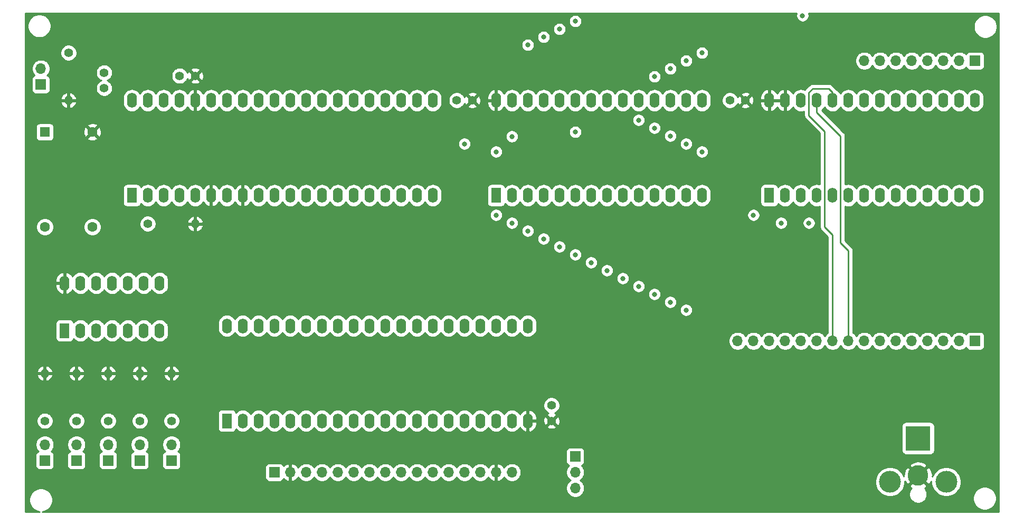
<source format=gbr>
%TF.GenerationSoftware,KiCad,Pcbnew,(5.1.8-0-10_14)*%
%TF.CreationDate,2020-12-19T18:42:48-08:00*%
%TF.ProjectId,Ben6502,42656e36-3530-4322-9e6b-696361645f70,rev?*%
%TF.SameCoordinates,Original*%
%TF.FileFunction,Copper,L3,Inr*%
%TF.FilePolarity,Positive*%
%FSLAX46Y46*%
G04 Gerber Fmt 4.6, Leading zero omitted, Abs format (unit mm)*
G04 Created by KiCad (PCBNEW (5.1.8-0-10_14)) date 2020-12-19 18:42:48*
%MOMM*%
%LPD*%
G01*
G04 APERTURE LIST*
%TA.AperFunction,ComponentPad*%
%ADD10C,3.500000*%
%TD*%
%TA.AperFunction,ComponentPad*%
%ADD11C,3.300000*%
%TD*%
%TA.AperFunction,ComponentPad*%
%ADD12R,4.000000X4.000000*%
%TD*%
%TA.AperFunction,ComponentPad*%
%ADD13O,1.700000X1.700000*%
%TD*%
%TA.AperFunction,ComponentPad*%
%ADD14R,1.700000X1.700000*%
%TD*%
%TA.AperFunction,ComponentPad*%
%ADD15O,1.600000X2.400000*%
%TD*%
%TA.AperFunction,ComponentPad*%
%ADD16R,1.600000X2.400000*%
%TD*%
%TA.AperFunction,ComponentPad*%
%ADD17C,1.600000*%
%TD*%
%TA.AperFunction,ComponentPad*%
%ADD18R,1.600000X1.600000*%
%TD*%
%TA.AperFunction,ComponentPad*%
%ADD19O,1.400000X1.400000*%
%TD*%
%TA.AperFunction,ComponentPad*%
%ADD20C,1.400000*%
%TD*%
%TA.AperFunction,ViaPad*%
%ADD21C,0.800000*%
%TD*%
%TA.AperFunction,Conductor*%
%ADD22C,0.250000*%
%TD*%
%TA.AperFunction,Conductor*%
%ADD23C,0.254000*%
%TD*%
%TA.AperFunction,Conductor*%
%ADD24C,0.100000*%
%TD*%
G04 APERTURE END LIST*
D10*
%TO.N,N/C*%
%TO.C,J3*%
X234751000Y-129174000D03*
X225751000Y-129174000D03*
D11*
%TO.N,VCC*%
X230251000Y-128174000D03*
D12*
%TO.N,GND*%
X230251000Y-122174000D03*
%TD*%
D13*
%TO.N,/A15*%
%TO.C,J2*%
X201295000Y-106553000D03*
%TO.N,/A14*%
X203835000Y-106553000D03*
%TO.N,/A13*%
X206375000Y-106553000D03*
%TO.N,/A12*%
X208915000Y-106553000D03*
%TO.N,/A11*%
X211455000Y-106553000D03*
%TO.N,/A10*%
X213995000Y-106553000D03*
%TO.N,/A9*%
X216535000Y-106553000D03*
%TO.N,/A8*%
X219075000Y-106553000D03*
%TO.N,/A7*%
X221615000Y-106553000D03*
%TO.N,/A6*%
X224155000Y-106553000D03*
%TO.N,/A5*%
X226695000Y-106553000D03*
%TO.N,/A4*%
X229235000Y-106553000D03*
%TO.N,/A3*%
X231775000Y-106553000D03*
%TO.N,/A2*%
X234315000Y-106553000D03*
%TO.N,/A1*%
X236855000Y-106553000D03*
D14*
%TO.N,/A0*%
X239395000Y-106553000D03*
%TD*%
D13*
%TO.N,/D7*%
%TO.C,J1*%
X221615000Y-61595000D03*
%TO.N,/D6*%
X224155000Y-61595000D03*
%TO.N,/D5*%
X226695000Y-61595000D03*
%TO.N,/D4*%
X229235000Y-61595000D03*
%TO.N,/D3*%
X231775000Y-61595000D03*
%TO.N,/D2*%
X234315000Y-61595000D03*
%TO.N,/D1*%
X236855000Y-61595000D03*
D14*
%TO.N,/D0*%
X239395000Y-61595000D03*
%TD*%
D15*
%TO.N,VCC*%
%TO.C,U5*%
X206375000Y-67945000D03*
%TO.N,GND*%
X239395000Y-83185000D03*
%TO.N,VCC*%
X208915000Y-67945000D03*
%TO.N,/D2*%
X236855000Y-83185000D03*
%TO.N,/A13*%
X211455000Y-67945000D03*
%TO.N,/D1*%
X234315000Y-83185000D03*
%TO.N,/A8*%
X213995000Y-67945000D03*
%TO.N,/D0*%
X231775000Y-83185000D03*
%TO.N,/A9*%
X216535000Y-67945000D03*
%TO.N,/A0*%
X229235000Y-83185000D03*
%TO.N,/A11*%
X219075000Y-67945000D03*
%TO.N,/A1*%
X226695000Y-83185000D03*
%TO.N,GND*%
X221615000Y-67945000D03*
%TO.N,/A2*%
X224155000Y-83185000D03*
%TO.N,/A10*%
X224155000Y-67945000D03*
%TO.N,/A3*%
X221615000Y-83185000D03*
%TO.N,Net-(U5-Pad20)*%
X226695000Y-67945000D03*
%TO.N,/A4*%
X219075000Y-83185000D03*
%TO.N,/D7*%
X229235000Y-67945000D03*
%TO.N,/A5*%
X216535000Y-83185000D03*
%TO.N,/D6*%
X231775000Y-67945000D03*
%TO.N,/A6*%
X213995000Y-83185000D03*
%TO.N,/D5*%
X234315000Y-67945000D03*
%TO.N,/A7*%
X211455000Y-83185000D03*
%TO.N,/D4*%
X236855000Y-67945000D03*
%TO.N,/A12*%
X208915000Y-83185000D03*
%TO.N,/D3*%
X239395000Y-67945000D03*
D16*
%TO.N,/A14*%
X206375000Y-83185000D03*
%TD*%
D15*
%TO.N,VCC*%
%TO.C,U2*%
X162560000Y-67945000D03*
%TO.N,GND*%
X195580000Y-83185000D03*
%TO.N,Net-(U2-Pad27)*%
X165100000Y-67945000D03*
%TO.N,/D2*%
X193040000Y-83185000D03*
%TO.N,/A13*%
X167640000Y-67945000D03*
%TO.N,/D1*%
X190500000Y-83185000D03*
%TO.N,/A8*%
X170180000Y-67945000D03*
%TO.N,/D0*%
X187960000Y-83185000D03*
%TO.N,/A9*%
X172720000Y-67945000D03*
%TO.N,/A0*%
X185420000Y-83185000D03*
%TO.N,/A11*%
X175260000Y-67945000D03*
%TO.N,/A1*%
X182880000Y-83185000D03*
%TO.N,/A14*%
X177800000Y-67945000D03*
%TO.N,/A2*%
X180340000Y-83185000D03*
%TO.N,/A10*%
X180340000Y-67945000D03*
%TO.N,/A3*%
X177800000Y-83185000D03*
%TO.N,Net-(U2-Pad20)*%
X182880000Y-67945000D03*
%TO.N,/A4*%
X175260000Y-83185000D03*
%TO.N,/D7*%
X185420000Y-67945000D03*
%TO.N,/A5*%
X172720000Y-83185000D03*
%TO.N,/D6*%
X187960000Y-67945000D03*
%TO.N,/A6*%
X170180000Y-83185000D03*
%TO.N,/D5*%
X190500000Y-67945000D03*
%TO.N,/A7*%
X167640000Y-83185000D03*
%TO.N,/D4*%
X193040000Y-67945000D03*
%TO.N,/A12*%
X165100000Y-83185000D03*
%TO.N,/D3*%
X195580000Y-67945000D03*
D16*
%TO.N,/A14*%
X162560000Y-83185000D03*
%TD*%
D17*
%TO.N,GND*%
%TO.C,X1*%
X90170000Y-88265000D03*
%TO.N,CLK*%
X97790000Y-88265000D03*
%TO.N,VCC*%
X97790000Y-73025000D03*
D18*
%TO.N,N/C*%
X90170000Y-73025000D03*
%TD*%
D15*
%TO.N,VCC*%
%TO.C,U6*%
X93345000Y-97282000D03*
%TO.N,GND*%
X108585000Y-104902000D03*
%TO.N,/A15*%
X95885000Y-97282000D03*
%TO.N,Net-(U4-Pad23)*%
X106045000Y-104902000D03*
%TO.N,/A15*%
X98425000Y-97282000D03*
%TO.N,Net-(U5-Pad20)*%
X103505000Y-104902000D03*
X100965000Y-97282000D03*
%TO.N,/A14*%
X100965000Y-104902000D03*
%TO.N,Net-(U5-Pad20)*%
X103505000Y-97282000D03*
%TO.N,N/C*%
X98425000Y-104902000D03*
%TO.N,CLK*%
X106045000Y-97282000D03*
%TO.N,N/C*%
X95885000Y-104902000D03*
%TO.N,Net-(U2-Pad20)*%
X108585000Y-97282000D03*
D16*
%TO.N,N/C*%
X93345000Y-104902000D03*
%TD*%
D15*
%TO.N,N/C*%
%TO.C,U4*%
X119380000Y-104140000D03*
%TO.N,VCC*%
X167640000Y-119380000D03*
%TO.N,N/C*%
X121920000Y-104140000D03*
X165100000Y-119380000D03*
%TO.N,/A0*%
X124460000Y-104140000D03*
%TO.N,N/C*%
X162560000Y-119380000D03*
%TO.N,/A1*%
X127000000Y-104140000D03*
%TO.N,Net-(U1-Pad14)*%
X160020000Y-119380000D03*
%TO.N,/A2*%
X129540000Y-104140000D03*
%TO.N,Net-(U1-Pad13)*%
X157480000Y-119380000D03*
%TO.N,/A3*%
X132080000Y-104140000D03*
%TO.N,Net-(U1-Pad12)*%
X154940000Y-119380000D03*
%TO.N,Net-(C1-Pad1)*%
X134620000Y-104140000D03*
%TO.N,Net-(U1-Pad11)*%
X152400000Y-119380000D03*
%TO.N,/D0*%
X137160000Y-104140000D03*
%TO.N,Net-(U1-Pad10)*%
X149860000Y-119380000D03*
%TO.N,/D1*%
X139700000Y-104140000D03*
%TO.N,Net-(U1-Pad9)*%
X147320000Y-119380000D03*
%TO.N,/D2*%
X142240000Y-104140000D03*
%TO.N,Net-(U1-Pad8)*%
X144780000Y-119380000D03*
%TO.N,/D3*%
X144780000Y-104140000D03*
%TO.N,Net-(U1-Pad7)*%
X142240000Y-119380000D03*
%TO.N,/D4*%
X147320000Y-104140000D03*
%TO.N,Net-(U1-Pad6)*%
X139700000Y-119380000D03*
%TO.N,/D5*%
X149860000Y-104140000D03*
%TO.N,Net-(U1-Pad5)*%
X137160000Y-119380000D03*
%TO.N,/D6*%
X152400000Y-104140000D03*
%TO.N,Net-(U1-Pad4)*%
X134620000Y-119380000D03*
%TO.N,/D7*%
X154940000Y-104140000D03*
%TO.N,Net-(R7-Pad1)*%
X132080000Y-119380000D03*
%TO.N,CLK*%
X157480000Y-104140000D03*
%TO.N,Net-(R6-Pad1)*%
X129540000Y-119380000D03*
%TO.N,/A13*%
X160020000Y-104140000D03*
%TO.N,Net-(R5-Pad1)*%
X127000000Y-119380000D03*
%TO.N,Net-(U4-Pad23)*%
X162560000Y-104140000D03*
%TO.N,Net-(R4-Pad1)*%
X124460000Y-119380000D03*
%TO.N,Net-(U2-Pad27)*%
X165100000Y-104140000D03*
%TO.N,Net-(R3-Pad1)*%
X121920000Y-119380000D03*
%TO.N,IRQ*%
X167640000Y-104140000D03*
D16*
%TO.N,GND*%
X119380000Y-119380000D03*
%TD*%
D15*
%TO.N,Net-(C1-Pad1)*%
%TO.C,U3*%
X104140000Y-67945000D03*
%TO.N,/A11*%
X152400000Y-83185000D03*
%TO.N,N/C*%
X106680000Y-67945000D03*
%TO.N,/A10*%
X149860000Y-83185000D03*
%TO.N,N/C*%
X109220000Y-67945000D03*
%TO.N,/A9*%
X147320000Y-83185000D03*
%TO.N,CLK*%
X111760000Y-67945000D03*
%TO.N,/A8*%
X144780000Y-83185000D03*
%TO.N,VCC*%
X114300000Y-67945000D03*
%TO.N,/A7*%
X142240000Y-83185000D03*
%TO.N,N/C*%
X116840000Y-67945000D03*
%TO.N,/A6*%
X139700000Y-83185000D03*
%TO.N,Net-(U2-Pad27)*%
X119380000Y-67945000D03*
%TO.N,/A5*%
X137160000Y-83185000D03*
%TO.N,/D0*%
X121920000Y-67945000D03*
%TO.N,/A4*%
X134620000Y-83185000D03*
%TO.N,/D1*%
X124460000Y-67945000D03*
%TO.N,/A3*%
X132080000Y-83185000D03*
%TO.N,/D2*%
X127000000Y-67945000D03*
%TO.N,/A2*%
X129540000Y-83185000D03*
%TO.N,/D3*%
X129540000Y-67945000D03*
%TO.N,/A1*%
X127000000Y-83185000D03*
%TO.N,/D4*%
X132080000Y-67945000D03*
%TO.N,/A0*%
X124460000Y-83185000D03*
%TO.N,/D5*%
X134620000Y-67945000D03*
%TO.N,VCC*%
X121920000Y-83185000D03*
%TO.N,/D6*%
X137160000Y-67945000D03*
%TO.N,N/C*%
X119380000Y-83185000D03*
%TO.N,/D7*%
X139700000Y-67945000D03*
%TO.N,VCC*%
X116840000Y-83185000D03*
%TO.N,/A15*%
X142240000Y-67945000D03*
%TO.N,N/C*%
X114300000Y-83185000D03*
%TO.N,/A14*%
X144780000Y-67945000D03*
%TO.N,IRQ*%
X111760000Y-83185000D03*
%TO.N,/A13*%
X147320000Y-67945000D03*
%TO.N,N/C*%
X109220000Y-83185000D03*
%TO.N,/A12*%
X149860000Y-67945000D03*
%TO.N,Net-(R2-Pad1)*%
X106680000Y-83185000D03*
%TO.N,GND*%
X152400000Y-67945000D03*
D16*
%TO.N,N/C*%
X104140000Y-83185000D03*
%TD*%
D13*
%TO.N,GND*%
%TO.C,U1*%
X165100000Y-127635000D03*
%TO.N,VCC*%
X162560000Y-127635000D03*
%TO.N,Net-(U1-Pad14)*%
X160020000Y-127635000D03*
%TO.N,Net-(U1-Pad13)*%
X157480000Y-127635000D03*
%TO.N,Net-(U1-Pad12)*%
X154940000Y-127635000D03*
%TO.N,Net-(U1-Pad11)*%
X152400000Y-127635000D03*
%TO.N,Net-(U1-Pad10)*%
X149860000Y-127635000D03*
%TO.N,Net-(U1-Pad9)*%
X147320000Y-127635000D03*
%TO.N,Net-(U1-Pad8)*%
X144780000Y-127635000D03*
%TO.N,Net-(U1-Pad7)*%
X142240000Y-127635000D03*
%TO.N,Net-(U1-Pad6)*%
X139700000Y-127635000D03*
%TO.N,Net-(U1-Pad5)*%
X137160000Y-127635000D03*
%TO.N,Net-(U1-Pad4)*%
X134620000Y-127635000D03*
%TO.N,Net-(RV1-Pad2)*%
X132080000Y-127635000D03*
%TO.N,VCC*%
X129540000Y-127635000D03*
D14*
%TO.N,GND*%
X127000000Y-127635000D03*
%TD*%
D13*
%TO.N,Net-(R7-Pad1)*%
%TO.C,SW5*%
X90170000Y-123190000D03*
D14*
%TO.N,GND*%
X90170000Y-125730000D03*
%TD*%
D13*
%TO.N,Net-(R6-Pad1)*%
%TO.C,SW4*%
X95250000Y-123190000D03*
D14*
%TO.N,GND*%
X95250000Y-125730000D03*
%TD*%
D13*
%TO.N,Net-(R5-Pad1)*%
%TO.C,SW3*%
X100330000Y-123190000D03*
D14*
%TO.N,GND*%
X100330000Y-125730000D03*
%TD*%
D13*
%TO.N,Net-(R4-Pad1)*%
%TO.C,SW2*%
X105410000Y-123190000D03*
D14*
%TO.N,GND*%
X105410000Y-125730000D03*
%TD*%
D13*
%TO.N,Net-(R3-Pad1)*%
%TO.C,SW1*%
X110490000Y-123190000D03*
D14*
%TO.N,GND*%
X110490000Y-125730000D03*
%TD*%
D13*
%TO.N,N/C*%
%TO.C,RV1*%
X175260000Y-130175000D03*
%TO.N,Net-(RV1-Pad2)*%
X175260000Y-127635000D03*
D14*
%TO.N,GND*%
X175260000Y-125095000D03*
%TD*%
D13*
%TO.N,Net-(C1-Pad1)*%
%TO.C,RESET1*%
X89535000Y-62865000D03*
D14*
%TO.N,GND*%
X89535000Y-65405000D03*
%TD*%
D19*
%TO.N,VCC*%
%TO.C,R7*%
X90170000Y-111760000D03*
D20*
%TO.N,Net-(R7-Pad1)*%
X90170000Y-119380000D03*
%TD*%
D19*
%TO.N,VCC*%
%TO.C,R6*%
X95250000Y-111760000D03*
D20*
%TO.N,Net-(R6-Pad1)*%
X95250000Y-119380000D03*
%TD*%
D19*
%TO.N,VCC*%
%TO.C,R5*%
X100330000Y-111760000D03*
D20*
%TO.N,Net-(R5-Pad1)*%
X100330000Y-119380000D03*
%TD*%
D19*
%TO.N,VCC*%
%TO.C,R4*%
X105410000Y-111760000D03*
D20*
%TO.N,Net-(R4-Pad1)*%
X105410000Y-119380000D03*
%TD*%
D19*
%TO.N,VCC*%
%TO.C,R3*%
X110490000Y-111760000D03*
D20*
%TO.N,Net-(R3-Pad1)*%
X110490000Y-119380000D03*
%TD*%
D19*
%TO.N,VCC*%
%TO.C,R2*%
X114300000Y-87757000D03*
D20*
%TO.N,Net-(R2-Pad1)*%
X106680000Y-87757000D03*
%TD*%
D19*
%TO.N,VCC*%
%TO.C,R1*%
X93980000Y-67945000D03*
D20*
%TO.N,Net-(C1-Pad1)*%
X93980000Y-60325000D03*
%TD*%
%TO.N,GND*%
%TO.C,C5*%
X200065000Y-67945000D03*
%TO.N,VCC*%
X202565000Y-67945000D03*
%TD*%
%TO.N,GND*%
%TO.C,C4*%
X171450000Y-116880000D03*
%TO.N,VCC*%
X171450000Y-119380000D03*
%TD*%
%TO.N,GND*%
%TO.C,C3*%
X111800000Y-64008000D03*
%TO.N,VCC*%
X114300000Y-64008000D03*
%TD*%
%TO.N,GND*%
%TO.C,C2*%
X156250000Y-67945000D03*
%TO.N,VCC*%
X158750000Y-67945000D03*
%TD*%
%TO.N,GND*%
%TO.C,C1*%
X99695000Y-66000000D03*
%TO.N,Net-(C1-Pad1)*%
X99695000Y-63500000D03*
%TD*%
D21*
%TO.N,/D2*%
X193040000Y-101600000D03*
%TO.N,/A13*%
X157480000Y-74930000D03*
X167640000Y-59054990D03*
%TO.N,/D1*%
X190499993Y-100330007D03*
%TO.N,/A8*%
X170180000Y-57785000D03*
%TO.N,/D0*%
X187960000Y-99060000D03*
%TO.N,/A9*%
X172720000Y-56515000D03*
%TO.N,/A0*%
X185420000Y-97790000D03*
%TO.N,/A11*%
X175260000Y-73025000D03*
X175260000Y-55245000D03*
%TO.N,/A1*%
X182880000Y-96520000D03*
%TO.N,/A14*%
X162560000Y-86360000D03*
X162560000Y-76200000D03*
X203835000Y-86360000D03*
%TO.N,/A2*%
X180340000Y-95250000D03*
%TO.N,/A10*%
X211709022Y-54356000D03*
%TO.N,/A3*%
X177800000Y-93980000D03*
%TO.N,/A4*%
X175260000Y-92709988D03*
%TO.N,/D7*%
X185420000Y-71120002D03*
%TO.N,/A5*%
X172720000Y-91440000D03*
%TO.N,/D6*%
X187960000Y-64135000D03*
X187960000Y-72390000D03*
%TO.N,/A6*%
X170180000Y-90169992D03*
%TO.N,/D5*%
X190500000Y-62865016D03*
X190500000Y-73660000D03*
%TO.N,/A7*%
X167640000Y-88900000D03*
X212725000Y-87630000D03*
%TO.N,/D4*%
X193040026Y-61595000D03*
X193040000Y-74930000D03*
%TO.N,/A12*%
X165100000Y-87630000D03*
X165100000Y-73752010D03*
X208280000Y-87630000D03*
%TO.N,/D3*%
X195580000Y-60325000D03*
X195580000Y-76200000D03*
%TD*%
D22*
%TO.N,/A8*%
X219075000Y-92075000D02*
X219075000Y-106553000D01*
X217805000Y-73660000D02*
X217805000Y-90805000D01*
X213995000Y-69850000D02*
X217805000Y-73660000D01*
X217805000Y-90805000D02*
X219075000Y-92075000D01*
X213995000Y-67945000D02*
X213995000Y-69850000D01*
%TO.N,/A9*%
X216535000Y-66675000D02*
X216535000Y-67945000D01*
X212725000Y-66675000D02*
X213360000Y-66040000D01*
X215265000Y-72898000D02*
X212725000Y-70358000D01*
X212725000Y-70358000D02*
X212725000Y-66675000D01*
X215900000Y-66040000D02*
X216535000Y-66675000D01*
X215265000Y-88265000D02*
X215265000Y-72898000D01*
X213360000Y-66040000D02*
X215900000Y-66040000D01*
X216535000Y-89535000D02*
X215265000Y-88265000D01*
X216535000Y-106553000D02*
X216535000Y-89535000D01*
%TD*%
D23*
%TO.N,VCC*%
X210713796Y-54054102D02*
X210674022Y-54254061D01*
X210674022Y-54457939D01*
X210713796Y-54657898D01*
X210791817Y-54846256D01*
X210905085Y-55015774D01*
X211049248Y-55159937D01*
X211218766Y-55273205D01*
X211407124Y-55351226D01*
X211607083Y-55391000D01*
X211810961Y-55391000D01*
X212010920Y-55351226D01*
X212199278Y-55273205D01*
X212368796Y-55159937D01*
X212512959Y-55015774D01*
X212626227Y-54846256D01*
X212704248Y-54657898D01*
X212744022Y-54457939D01*
X212744022Y-54254061D01*
X212704248Y-54054102D01*
X212681838Y-54000000D01*
X243180000Y-54000000D01*
X243180001Y-133960000D01*
X89745793Y-133960000D01*
X90084834Y-133892561D01*
X90427882Y-133750466D01*
X90736618Y-133544175D01*
X90999175Y-133281618D01*
X91205466Y-132972882D01*
X91347561Y-132629834D01*
X91420000Y-132265656D01*
X91420000Y-131894344D01*
X91347561Y-131530166D01*
X91205466Y-131187118D01*
X90999175Y-130878382D01*
X90736618Y-130615825D01*
X90427882Y-130409534D01*
X90084834Y-130267439D01*
X89720656Y-130195000D01*
X89349344Y-130195000D01*
X88985166Y-130267439D01*
X88642118Y-130409534D01*
X88333382Y-130615825D01*
X88070825Y-130878382D01*
X87864534Y-131187118D01*
X87722439Y-131530166D01*
X87650000Y-131894344D01*
X87650000Y-132265656D01*
X87722439Y-132629834D01*
X87864534Y-132972882D01*
X88070825Y-133281618D01*
X88333382Y-133544175D01*
X88642118Y-133750466D01*
X88985166Y-133892561D01*
X89324207Y-133960000D01*
X87020000Y-133960000D01*
X87020000Y-124880000D01*
X88681928Y-124880000D01*
X88681928Y-126580000D01*
X88694188Y-126704482D01*
X88730498Y-126824180D01*
X88789463Y-126934494D01*
X88868815Y-127031185D01*
X88965506Y-127110537D01*
X89075820Y-127169502D01*
X89195518Y-127205812D01*
X89320000Y-127218072D01*
X91020000Y-127218072D01*
X91144482Y-127205812D01*
X91264180Y-127169502D01*
X91374494Y-127110537D01*
X91471185Y-127031185D01*
X91550537Y-126934494D01*
X91609502Y-126824180D01*
X91645812Y-126704482D01*
X91658072Y-126580000D01*
X91658072Y-124880000D01*
X93761928Y-124880000D01*
X93761928Y-126580000D01*
X93774188Y-126704482D01*
X93810498Y-126824180D01*
X93869463Y-126934494D01*
X93948815Y-127031185D01*
X94045506Y-127110537D01*
X94155820Y-127169502D01*
X94275518Y-127205812D01*
X94400000Y-127218072D01*
X96100000Y-127218072D01*
X96224482Y-127205812D01*
X96344180Y-127169502D01*
X96454494Y-127110537D01*
X96551185Y-127031185D01*
X96630537Y-126934494D01*
X96689502Y-126824180D01*
X96725812Y-126704482D01*
X96738072Y-126580000D01*
X96738072Y-124880000D01*
X98841928Y-124880000D01*
X98841928Y-126580000D01*
X98854188Y-126704482D01*
X98890498Y-126824180D01*
X98949463Y-126934494D01*
X99028815Y-127031185D01*
X99125506Y-127110537D01*
X99235820Y-127169502D01*
X99355518Y-127205812D01*
X99480000Y-127218072D01*
X101180000Y-127218072D01*
X101304482Y-127205812D01*
X101424180Y-127169502D01*
X101534494Y-127110537D01*
X101631185Y-127031185D01*
X101710537Y-126934494D01*
X101769502Y-126824180D01*
X101805812Y-126704482D01*
X101818072Y-126580000D01*
X101818072Y-124880000D01*
X103921928Y-124880000D01*
X103921928Y-126580000D01*
X103934188Y-126704482D01*
X103970498Y-126824180D01*
X104029463Y-126934494D01*
X104108815Y-127031185D01*
X104205506Y-127110537D01*
X104315820Y-127169502D01*
X104435518Y-127205812D01*
X104560000Y-127218072D01*
X106260000Y-127218072D01*
X106384482Y-127205812D01*
X106504180Y-127169502D01*
X106614494Y-127110537D01*
X106711185Y-127031185D01*
X106790537Y-126934494D01*
X106849502Y-126824180D01*
X106885812Y-126704482D01*
X106898072Y-126580000D01*
X106898072Y-124880000D01*
X109001928Y-124880000D01*
X109001928Y-126580000D01*
X109014188Y-126704482D01*
X109050498Y-126824180D01*
X109109463Y-126934494D01*
X109188815Y-127031185D01*
X109285506Y-127110537D01*
X109395820Y-127169502D01*
X109515518Y-127205812D01*
X109640000Y-127218072D01*
X111340000Y-127218072D01*
X111464482Y-127205812D01*
X111584180Y-127169502D01*
X111694494Y-127110537D01*
X111791185Y-127031185D01*
X111870537Y-126934494D01*
X111929502Y-126824180D01*
X111941387Y-126785000D01*
X125511928Y-126785000D01*
X125511928Y-128485000D01*
X125524188Y-128609482D01*
X125560498Y-128729180D01*
X125619463Y-128839494D01*
X125698815Y-128936185D01*
X125795506Y-129015537D01*
X125905820Y-129074502D01*
X126025518Y-129110812D01*
X126150000Y-129123072D01*
X127850000Y-129123072D01*
X127974482Y-129110812D01*
X128094180Y-129074502D01*
X128204494Y-129015537D01*
X128301185Y-128936185D01*
X128380537Y-128839494D01*
X128439502Y-128729180D01*
X128463966Y-128648534D01*
X128539731Y-128732588D01*
X128773080Y-128906641D01*
X129035901Y-129031825D01*
X129183110Y-129076476D01*
X129413000Y-128955155D01*
X129413000Y-127762000D01*
X129393000Y-127762000D01*
X129393000Y-127508000D01*
X129413000Y-127508000D01*
X129413000Y-126314845D01*
X129667000Y-126314845D01*
X129667000Y-127508000D01*
X129687000Y-127508000D01*
X129687000Y-127762000D01*
X129667000Y-127762000D01*
X129667000Y-128955155D01*
X129896890Y-129076476D01*
X130044099Y-129031825D01*
X130306920Y-128906641D01*
X130540269Y-128732588D01*
X130735178Y-128516355D01*
X130804805Y-128399466D01*
X130926525Y-128581632D01*
X131133368Y-128788475D01*
X131376589Y-128950990D01*
X131646842Y-129062932D01*
X131933740Y-129120000D01*
X132226260Y-129120000D01*
X132513158Y-129062932D01*
X132783411Y-128950990D01*
X133026632Y-128788475D01*
X133233475Y-128581632D01*
X133350000Y-128407240D01*
X133466525Y-128581632D01*
X133673368Y-128788475D01*
X133916589Y-128950990D01*
X134186842Y-129062932D01*
X134473740Y-129120000D01*
X134766260Y-129120000D01*
X135053158Y-129062932D01*
X135323411Y-128950990D01*
X135566632Y-128788475D01*
X135773475Y-128581632D01*
X135890000Y-128407240D01*
X136006525Y-128581632D01*
X136213368Y-128788475D01*
X136456589Y-128950990D01*
X136726842Y-129062932D01*
X137013740Y-129120000D01*
X137306260Y-129120000D01*
X137593158Y-129062932D01*
X137863411Y-128950990D01*
X138106632Y-128788475D01*
X138313475Y-128581632D01*
X138430000Y-128407240D01*
X138546525Y-128581632D01*
X138753368Y-128788475D01*
X138996589Y-128950990D01*
X139266842Y-129062932D01*
X139553740Y-129120000D01*
X139846260Y-129120000D01*
X140133158Y-129062932D01*
X140403411Y-128950990D01*
X140646632Y-128788475D01*
X140853475Y-128581632D01*
X140970000Y-128407240D01*
X141086525Y-128581632D01*
X141293368Y-128788475D01*
X141536589Y-128950990D01*
X141806842Y-129062932D01*
X142093740Y-129120000D01*
X142386260Y-129120000D01*
X142673158Y-129062932D01*
X142943411Y-128950990D01*
X143186632Y-128788475D01*
X143393475Y-128581632D01*
X143510000Y-128407240D01*
X143626525Y-128581632D01*
X143833368Y-128788475D01*
X144076589Y-128950990D01*
X144346842Y-129062932D01*
X144633740Y-129120000D01*
X144926260Y-129120000D01*
X145213158Y-129062932D01*
X145483411Y-128950990D01*
X145726632Y-128788475D01*
X145933475Y-128581632D01*
X146050000Y-128407240D01*
X146166525Y-128581632D01*
X146373368Y-128788475D01*
X146616589Y-128950990D01*
X146886842Y-129062932D01*
X147173740Y-129120000D01*
X147466260Y-129120000D01*
X147753158Y-129062932D01*
X148023411Y-128950990D01*
X148266632Y-128788475D01*
X148473475Y-128581632D01*
X148590000Y-128407240D01*
X148706525Y-128581632D01*
X148913368Y-128788475D01*
X149156589Y-128950990D01*
X149426842Y-129062932D01*
X149713740Y-129120000D01*
X150006260Y-129120000D01*
X150293158Y-129062932D01*
X150563411Y-128950990D01*
X150806632Y-128788475D01*
X151013475Y-128581632D01*
X151130000Y-128407240D01*
X151246525Y-128581632D01*
X151453368Y-128788475D01*
X151696589Y-128950990D01*
X151966842Y-129062932D01*
X152253740Y-129120000D01*
X152546260Y-129120000D01*
X152833158Y-129062932D01*
X153103411Y-128950990D01*
X153346632Y-128788475D01*
X153553475Y-128581632D01*
X153670000Y-128407240D01*
X153786525Y-128581632D01*
X153993368Y-128788475D01*
X154236589Y-128950990D01*
X154506842Y-129062932D01*
X154793740Y-129120000D01*
X155086260Y-129120000D01*
X155373158Y-129062932D01*
X155643411Y-128950990D01*
X155886632Y-128788475D01*
X156093475Y-128581632D01*
X156210000Y-128407240D01*
X156326525Y-128581632D01*
X156533368Y-128788475D01*
X156776589Y-128950990D01*
X157046842Y-129062932D01*
X157333740Y-129120000D01*
X157626260Y-129120000D01*
X157913158Y-129062932D01*
X158183411Y-128950990D01*
X158426632Y-128788475D01*
X158633475Y-128581632D01*
X158750000Y-128407240D01*
X158866525Y-128581632D01*
X159073368Y-128788475D01*
X159316589Y-128950990D01*
X159586842Y-129062932D01*
X159873740Y-129120000D01*
X160166260Y-129120000D01*
X160453158Y-129062932D01*
X160723411Y-128950990D01*
X160966632Y-128788475D01*
X161173475Y-128581632D01*
X161295195Y-128399466D01*
X161364822Y-128516355D01*
X161559731Y-128732588D01*
X161793080Y-128906641D01*
X162055901Y-129031825D01*
X162203110Y-129076476D01*
X162433000Y-128955155D01*
X162433000Y-127762000D01*
X162413000Y-127762000D01*
X162413000Y-127508000D01*
X162433000Y-127508000D01*
X162433000Y-126314845D01*
X162687000Y-126314845D01*
X162687000Y-127508000D01*
X162707000Y-127508000D01*
X162707000Y-127762000D01*
X162687000Y-127762000D01*
X162687000Y-128955155D01*
X162916890Y-129076476D01*
X163064099Y-129031825D01*
X163326920Y-128906641D01*
X163560269Y-128732588D01*
X163755178Y-128516355D01*
X163824805Y-128399466D01*
X163946525Y-128581632D01*
X164153368Y-128788475D01*
X164396589Y-128950990D01*
X164666842Y-129062932D01*
X164953740Y-129120000D01*
X165246260Y-129120000D01*
X165533158Y-129062932D01*
X165803411Y-128950990D01*
X166046632Y-128788475D01*
X166253475Y-128581632D01*
X166415990Y-128338411D01*
X166527932Y-128068158D01*
X166585000Y-127781260D01*
X166585000Y-127488740D01*
X166527932Y-127201842D01*
X166415990Y-126931589D01*
X166253475Y-126688368D01*
X166046632Y-126481525D01*
X165803411Y-126319010D01*
X165533158Y-126207068D01*
X165246260Y-126150000D01*
X164953740Y-126150000D01*
X164666842Y-126207068D01*
X164396589Y-126319010D01*
X164153368Y-126481525D01*
X163946525Y-126688368D01*
X163824805Y-126870534D01*
X163755178Y-126753645D01*
X163560269Y-126537412D01*
X163326920Y-126363359D01*
X163064099Y-126238175D01*
X162916890Y-126193524D01*
X162687000Y-126314845D01*
X162433000Y-126314845D01*
X162203110Y-126193524D01*
X162055901Y-126238175D01*
X161793080Y-126363359D01*
X161559731Y-126537412D01*
X161364822Y-126753645D01*
X161295195Y-126870534D01*
X161173475Y-126688368D01*
X160966632Y-126481525D01*
X160723411Y-126319010D01*
X160453158Y-126207068D01*
X160166260Y-126150000D01*
X159873740Y-126150000D01*
X159586842Y-126207068D01*
X159316589Y-126319010D01*
X159073368Y-126481525D01*
X158866525Y-126688368D01*
X158750000Y-126862760D01*
X158633475Y-126688368D01*
X158426632Y-126481525D01*
X158183411Y-126319010D01*
X157913158Y-126207068D01*
X157626260Y-126150000D01*
X157333740Y-126150000D01*
X157046842Y-126207068D01*
X156776589Y-126319010D01*
X156533368Y-126481525D01*
X156326525Y-126688368D01*
X156210000Y-126862760D01*
X156093475Y-126688368D01*
X155886632Y-126481525D01*
X155643411Y-126319010D01*
X155373158Y-126207068D01*
X155086260Y-126150000D01*
X154793740Y-126150000D01*
X154506842Y-126207068D01*
X154236589Y-126319010D01*
X153993368Y-126481525D01*
X153786525Y-126688368D01*
X153670000Y-126862760D01*
X153553475Y-126688368D01*
X153346632Y-126481525D01*
X153103411Y-126319010D01*
X152833158Y-126207068D01*
X152546260Y-126150000D01*
X152253740Y-126150000D01*
X151966842Y-126207068D01*
X151696589Y-126319010D01*
X151453368Y-126481525D01*
X151246525Y-126688368D01*
X151130000Y-126862760D01*
X151013475Y-126688368D01*
X150806632Y-126481525D01*
X150563411Y-126319010D01*
X150293158Y-126207068D01*
X150006260Y-126150000D01*
X149713740Y-126150000D01*
X149426842Y-126207068D01*
X149156589Y-126319010D01*
X148913368Y-126481525D01*
X148706525Y-126688368D01*
X148590000Y-126862760D01*
X148473475Y-126688368D01*
X148266632Y-126481525D01*
X148023411Y-126319010D01*
X147753158Y-126207068D01*
X147466260Y-126150000D01*
X147173740Y-126150000D01*
X146886842Y-126207068D01*
X146616589Y-126319010D01*
X146373368Y-126481525D01*
X146166525Y-126688368D01*
X146050000Y-126862760D01*
X145933475Y-126688368D01*
X145726632Y-126481525D01*
X145483411Y-126319010D01*
X145213158Y-126207068D01*
X144926260Y-126150000D01*
X144633740Y-126150000D01*
X144346842Y-126207068D01*
X144076589Y-126319010D01*
X143833368Y-126481525D01*
X143626525Y-126688368D01*
X143510000Y-126862760D01*
X143393475Y-126688368D01*
X143186632Y-126481525D01*
X142943411Y-126319010D01*
X142673158Y-126207068D01*
X142386260Y-126150000D01*
X142093740Y-126150000D01*
X141806842Y-126207068D01*
X141536589Y-126319010D01*
X141293368Y-126481525D01*
X141086525Y-126688368D01*
X140970000Y-126862760D01*
X140853475Y-126688368D01*
X140646632Y-126481525D01*
X140403411Y-126319010D01*
X140133158Y-126207068D01*
X139846260Y-126150000D01*
X139553740Y-126150000D01*
X139266842Y-126207068D01*
X138996589Y-126319010D01*
X138753368Y-126481525D01*
X138546525Y-126688368D01*
X138430000Y-126862760D01*
X138313475Y-126688368D01*
X138106632Y-126481525D01*
X137863411Y-126319010D01*
X137593158Y-126207068D01*
X137306260Y-126150000D01*
X137013740Y-126150000D01*
X136726842Y-126207068D01*
X136456589Y-126319010D01*
X136213368Y-126481525D01*
X136006525Y-126688368D01*
X135890000Y-126862760D01*
X135773475Y-126688368D01*
X135566632Y-126481525D01*
X135323411Y-126319010D01*
X135053158Y-126207068D01*
X134766260Y-126150000D01*
X134473740Y-126150000D01*
X134186842Y-126207068D01*
X133916589Y-126319010D01*
X133673368Y-126481525D01*
X133466525Y-126688368D01*
X133350000Y-126862760D01*
X133233475Y-126688368D01*
X133026632Y-126481525D01*
X132783411Y-126319010D01*
X132513158Y-126207068D01*
X132226260Y-126150000D01*
X131933740Y-126150000D01*
X131646842Y-126207068D01*
X131376589Y-126319010D01*
X131133368Y-126481525D01*
X130926525Y-126688368D01*
X130804805Y-126870534D01*
X130735178Y-126753645D01*
X130540269Y-126537412D01*
X130306920Y-126363359D01*
X130044099Y-126238175D01*
X129896890Y-126193524D01*
X129667000Y-126314845D01*
X129413000Y-126314845D01*
X129183110Y-126193524D01*
X129035901Y-126238175D01*
X128773080Y-126363359D01*
X128539731Y-126537412D01*
X128463966Y-126621466D01*
X128439502Y-126540820D01*
X128380537Y-126430506D01*
X128301185Y-126333815D01*
X128204494Y-126254463D01*
X128094180Y-126195498D01*
X127974482Y-126159188D01*
X127850000Y-126146928D01*
X126150000Y-126146928D01*
X126025518Y-126159188D01*
X125905820Y-126195498D01*
X125795506Y-126254463D01*
X125698815Y-126333815D01*
X125619463Y-126430506D01*
X125560498Y-126540820D01*
X125524188Y-126660518D01*
X125511928Y-126785000D01*
X111941387Y-126785000D01*
X111965812Y-126704482D01*
X111978072Y-126580000D01*
X111978072Y-124880000D01*
X111965812Y-124755518D01*
X111929502Y-124635820D01*
X111870537Y-124525506D01*
X111791185Y-124428815D01*
X111694494Y-124349463D01*
X111584180Y-124290498D01*
X111511620Y-124268487D01*
X111535107Y-124245000D01*
X173771928Y-124245000D01*
X173771928Y-125945000D01*
X173784188Y-126069482D01*
X173820498Y-126189180D01*
X173879463Y-126299494D01*
X173958815Y-126396185D01*
X174055506Y-126475537D01*
X174165820Y-126534502D01*
X174238380Y-126556513D01*
X174106525Y-126688368D01*
X173944010Y-126931589D01*
X173832068Y-127201842D01*
X173775000Y-127488740D01*
X173775000Y-127781260D01*
X173832068Y-128068158D01*
X173944010Y-128338411D01*
X174106525Y-128581632D01*
X174313368Y-128788475D01*
X174487760Y-128905000D01*
X174313368Y-129021525D01*
X174106525Y-129228368D01*
X173944010Y-129471589D01*
X173832068Y-129741842D01*
X173775000Y-130028740D01*
X173775000Y-130321260D01*
X173832068Y-130608158D01*
X173944010Y-130878411D01*
X174106525Y-131121632D01*
X174313368Y-131328475D01*
X174556589Y-131490990D01*
X174826842Y-131602932D01*
X175113740Y-131660000D01*
X175406260Y-131660000D01*
X175693158Y-131602932D01*
X175963411Y-131490990D01*
X176206632Y-131328475D01*
X176413475Y-131121632D01*
X176575990Y-130878411D01*
X176687932Y-130608158D01*
X176745000Y-130321260D01*
X176745000Y-130028740D01*
X176687932Y-129741842D01*
X176575990Y-129471589D01*
X176413475Y-129228368D01*
X176206632Y-129021525D01*
X176083272Y-128939098D01*
X223366000Y-128939098D01*
X223366000Y-129408902D01*
X223457654Y-129869679D01*
X223637440Y-130303721D01*
X223898450Y-130694349D01*
X224230651Y-131026550D01*
X224621279Y-131287560D01*
X225055321Y-131467346D01*
X225516098Y-131559000D01*
X225985902Y-131559000D01*
X226446679Y-131467346D01*
X226880721Y-131287560D01*
X227262197Y-131032665D01*
X228816000Y-131032665D01*
X228816000Y-131315335D01*
X228871147Y-131592574D01*
X228979320Y-131853727D01*
X229136363Y-132088759D01*
X229336241Y-132288637D01*
X229571273Y-132445680D01*
X229832426Y-132553853D01*
X230109665Y-132609000D01*
X230392335Y-132609000D01*
X230669574Y-132553853D01*
X230930727Y-132445680D01*
X231165759Y-132288637D01*
X231365637Y-132088759D01*
X231522680Y-131853727D01*
X231611066Y-131640344D01*
X239034000Y-131640344D01*
X239034000Y-132011656D01*
X239106439Y-132375834D01*
X239248534Y-132718882D01*
X239454825Y-133027618D01*
X239717382Y-133290175D01*
X240026118Y-133496466D01*
X240369166Y-133638561D01*
X240733344Y-133711000D01*
X241104656Y-133711000D01*
X241468834Y-133638561D01*
X241811882Y-133496466D01*
X242120618Y-133290175D01*
X242383175Y-133027618D01*
X242589466Y-132718882D01*
X242731561Y-132375834D01*
X242804000Y-132011656D01*
X242804000Y-131640344D01*
X242731561Y-131276166D01*
X242589466Y-130933118D01*
X242383175Y-130624382D01*
X242120618Y-130361825D01*
X241811882Y-130155534D01*
X241468834Y-130013439D01*
X241104656Y-129941000D01*
X240733344Y-129941000D01*
X240369166Y-130013439D01*
X240026118Y-130155534D01*
X239717382Y-130361825D01*
X239454825Y-130624382D01*
X239248534Y-130933118D01*
X239106439Y-131276166D01*
X239034000Y-131640344D01*
X231611066Y-131640344D01*
X231630853Y-131592574D01*
X231686000Y-131315335D01*
X231686000Y-131032665D01*
X231630853Y-130755426D01*
X231522680Y-130494273D01*
X231365637Y-130259241D01*
X231309381Y-130202985D01*
X231495777Y-130103354D01*
X231669830Y-129772435D01*
X230251000Y-128353605D01*
X228832170Y-129772435D01*
X229006223Y-130103354D01*
X229195142Y-130200462D01*
X229136363Y-130259241D01*
X228979320Y-130494273D01*
X228871147Y-130755426D01*
X228816000Y-131032665D01*
X227262197Y-131032665D01*
X227271349Y-131026550D01*
X227603550Y-130694349D01*
X227864560Y-130303721D01*
X228044346Y-129869679D01*
X228136000Y-129408902D01*
X228136000Y-129061357D01*
X228144115Y-129086639D01*
X228321646Y-129418777D01*
X228652565Y-129592830D01*
X230071395Y-128174000D01*
X230430605Y-128174000D01*
X231849435Y-129592830D01*
X232180354Y-129418777D01*
X232366000Y-129057612D01*
X232366000Y-129408902D01*
X232457654Y-129869679D01*
X232637440Y-130303721D01*
X232898450Y-130694349D01*
X233230651Y-131026550D01*
X233621279Y-131287560D01*
X234055321Y-131467346D01*
X234516098Y-131559000D01*
X234985902Y-131559000D01*
X235446679Y-131467346D01*
X235880721Y-131287560D01*
X236271349Y-131026550D01*
X236603550Y-130694349D01*
X236864560Y-130303721D01*
X237044346Y-129869679D01*
X237136000Y-129408902D01*
X237136000Y-128939098D01*
X237044346Y-128478321D01*
X236864560Y-128044279D01*
X236603550Y-127653651D01*
X236271349Y-127321450D01*
X235880721Y-127060440D01*
X235446679Y-126880654D01*
X234985902Y-126789000D01*
X234516098Y-126789000D01*
X234055321Y-126880654D01*
X233621279Y-127060440D01*
X233230651Y-127321450D01*
X232898450Y-127653651D01*
X232637440Y-128044279D01*
X232533810Y-128294463D01*
X232546759Y-128137102D01*
X232495449Y-127689930D01*
X232357885Y-127261361D01*
X232180354Y-126929223D01*
X231849435Y-126755170D01*
X230430605Y-128174000D01*
X230071395Y-128174000D01*
X228652565Y-126755170D01*
X228321646Y-126929223D01*
X228115875Y-127329540D01*
X227992154Y-127762308D01*
X227955241Y-128210898D01*
X227963542Y-128283243D01*
X227864560Y-128044279D01*
X227603550Y-127653651D01*
X227271349Y-127321450D01*
X226880721Y-127060440D01*
X226446679Y-126880654D01*
X225985902Y-126789000D01*
X225516098Y-126789000D01*
X225055321Y-126880654D01*
X224621279Y-127060440D01*
X224230651Y-127321450D01*
X223898450Y-127653651D01*
X223637440Y-128044279D01*
X223457654Y-128478321D01*
X223366000Y-128939098D01*
X176083272Y-128939098D01*
X176032240Y-128905000D01*
X176206632Y-128788475D01*
X176413475Y-128581632D01*
X176575990Y-128338411D01*
X176687932Y-128068158D01*
X176745000Y-127781260D01*
X176745000Y-127488740D01*
X176687932Y-127201842D01*
X176575990Y-126931589D01*
X176413475Y-126688368D01*
X176300672Y-126575565D01*
X228832170Y-126575565D01*
X230251000Y-127994395D01*
X231669830Y-126575565D01*
X231495777Y-126244646D01*
X231095460Y-126038875D01*
X230662692Y-125915154D01*
X230214102Y-125878241D01*
X229766930Y-125929551D01*
X229338361Y-126067115D01*
X229006223Y-126244646D01*
X228832170Y-126575565D01*
X176300672Y-126575565D01*
X176281620Y-126556513D01*
X176354180Y-126534502D01*
X176464494Y-126475537D01*
X176561185Y-126396185D01*
X176640537Y-126299494D01*
X176699502Y-126189180D01*
X176735812Y-126069482D01*
X176748072Y-125945000D01*
X176748072Y-124245000D01*
X176735812Y-124120518D01*
X176699502Y-124000820D01*
X176640537Y-123890506D01*
X176561185Y-123793815D01*
X176464494Y-123714463D01*
X176354180Y-123655498D01*
X176234482Y-123619188D01*
X176110000Y-123606928D01*
X174410000Y-123606928D01*
X174285518Y-123619188D01*
X174165820Y-123655498D01*
X174055506Y-123714463D01*
X173958815Y-123793815D01*
X173879463Y-123890506D01*
X173820498Y-124000820D01*
X173784188Y-124120518D01*
X173771928Y-124245000D01*
X111535107Y-124245000D01*
X111643475Y-124136632D01*
X111805990Y-123893411D01*
X111917932Y-123623158D01*
X111975000Y-123336260D01*
X111975000Y-123043740D01*
X111917932Y-122756842D01*
X111805990Y-122486589D01*
X111643475Y-122243368D01*
X111436632Y-122036525D01*
X111193411Y-121874010D01*
X110923158Y-121762068D01*
X110636260Y-121705000D01*
X110343740Y-121705000D01*
X110056842Y-121762068D01*
X109786589Y-121874010D01*
X109543368Y-122036525D01*
X109336525Y-122243368D01*
X109174010Y-122486589D01*
X109062068Y-122756842D01*
X109005000Y-123043740D01*
X109005000Y-123336260D01*
X109062068Y-123623158D01*
X109174010Y-123893411D01*
X109336525Y-124136632D01*
X109468380Y-124268487D01*
X109395820Y-124290498D01*
X109285506Y-124349463D01*
X109188815Y-124428815D01*
X109109463Y-124525506D01*
X109050498Y-124635820D01*
X109014188Y-124755518D01*
X109001928Y-124880000D01*
X106898072Y-124880000D01*
X106885812Y-124755518D01*
X106849502Y-124635820D01*
X106790537Y-124525506D01*
X106711185Y-124428815D01*
X106614494Y-124349463D01*
X106504180Y-124290498D01*
X106431620Y-124268487D01*
X106563475Y-124136632D01*
X106725990Y-123893411D01*
X106837932Y-123623158D01*
X106895000Y-123336260D01*
X106895000Y-123043740D01*
X106837932Y-122756842D01*
X106725990Y-122486589D01*
X106563475Y-122243368D01*
X106356632Y-122036525D01*
X106113411Y-121874010D01*
X105843158Y-121762068D01*
X105556260Y-121705000D01*
X105263740Y-121705000D01*
X104976842Y-121762068D01*
X104706589Y-121874010D01*
X104463368Y-122036525D01*
X104256525Y-122243368D01*
X104094010Y-122486589D01*
X103982068Y-122756842D01*
X103925000Y-123043740D01*
X103925000Y-123336260D01*
X103982068Y-123623158D01*
X104094010Y-123893411D01*
X104256525Y-124136632D01*
X104388380Y-124268487D01*
X104315820Y-124290498D01*
X104205506Y-124349463D01*
X104108815Y-124428815D01*
X104029463Y-124525506D01*
X103970498Y-124635820D01*
X103934188Y-124755518D01*
X103921928Y-124880000D01*
X101818072Y-124880000D01*
X101805812Y-124755518D01*
X101769502Y-124635820D01*
X101710537Y-124525506D01*
X101631185Y-124428815D01*
X101534494Y-124349463D01*
X101424180Y-124290498D01*
X101351620Y-124268487D01*
X101483475Y-124136632D01*
X101645990Y-123893411D01*
X101757932Y-123623158D01*
X101815000Y-123336260D01*
X101815000Y-123043740D01*
X101757932Y-122756842D01*
X101645990Y-122486589D01*
X101483475Y-122243368D01*
X101276632Y-122036525D01*
X101033411Y-121874010D01*
X100763158Y-121762068D01*
X100476260Y-121705000D01*
X100183740Y-121705000D01*
X99896842Y-121762068D01*
X99626589Y-121874010D01*
X99383368Y-122036525D01*
X99176525Y-122243368D01*
X99014010Y-122486589D01*
X98902068Y-122756842D01*
X98845000Y-123043740D01*
X98845000Y-123336260D01*
X98902068Y-123623158D01*
X99014010Y-123893411D01*
X99176525Y-124136632D01*
X99308380Y-124268487D01*
X99235820Y-124290498D01*
X99125506Y-124349463D01*
X99028815Y-124428815D01*
X98949463Y-124525506D01*
X98890498Y-124635820D01*
X98854188Y-124755518D01*
X98841928Y-124880000D01*
X96738072Y-124880000D01*
X96725812Y-124755518D01*
X96689502Y-124635820D01*
X96630537Y-124525506D01*
X96551185Y-124428815D01*
X96454494Y-124349463D01*
X96344180Y-124290498D01*
X96271620Y-124268487D01*
X96403475Y-124136632D01*
X96565990Y-123893411D01*
X96677932Y-123623158D01*
X96735000Y-123336260D01*
X96735000Y-123043740D01*
X96677932Y-122756842D01*
X96565990Y-122486589D01*
X96403475Y-122243368D01*
X96196632Y-122036525D01*
X95953411Y-121874010D01*
X95683158Y-121762068D01*
X95396260Y-121705000D01*
X95103740Y-121705000D01*
X94816842Y-121762068D01*
X94546589Y-121874010D01*
X94303368Y-122036525D01*
X94096525Y-122243368D01*
X93934010Y-122486589D01*
X93822068Y-122756842D01*
X93765000Y-123043740D01*
X93765000Y-123336260D01*
X93822068Y-123623158D01*
X93934010Y-123893411D01*
X94096525Y-124136632D01*
X94228380Y-124268487D01*
X94155820Y-124290498D01*
X94045506Y-124349463D01*
X93948815Y-124428815D01*
X93869463Y-124525506D01*
X93810498Y-124635820D01*
X93774188Y-124755518D01*
X93761928Y-124880000D01*
X91658072Y-124880000D01*
X91645812Y-124755518D01*
X91609502Y-124635820D01*
X91550537Y-124525506D01*
X91471185Y-124428815D01*
X91374494Y-124349463D01*
X91264180Y-124290498D01*
X91191620Y-124268487D01*
X91323475Y-124136632D01*
X91485990Y-123893411D01*
X91597932Y-123623158D01*
X91655000Y-123336260D01*
X91655000Y-123043740D01*
X91597932Y-122756842D01*
X91485990Y-122486589D01*
X91323475Y-122243368D01*
X91116632Y-122036525D01*
X90873411Y-121874010D01*
X90603158Y-121762068D01*
X90316260Y-121705000D01*
X90023740Y-121705000D01*
X89736842Y-121762068D01*
X89466589Y-121874010D01*
X89223368Y-122036525D01*
X89016525Y-122243368D01*
X88854010Y-122486589D01*
X88742068Y-122756842D01*
X88685000Y-123043740D01*
X88685000Y-123336260D01*
X88742068Y-123623158D01*
X88854010Y-123893411D01*
X89016525Y-124136632D01*
X89148380Y-124268487D01*
X89075820Y-124290498D01*
X88965506Y-124349463D01*
X88868815Y-124428815D01*
X88789463Y-124525506D01*
X88730498Y-124635820D01*
X88694188Y-124755518D01*
X88681928Y-124880000D01*
X87020000Y-124880000D01*
X87020000Y-119248514D01*
X88835000Y-119248514D01*
X88835000Y-119511486D01*
X88886304Y-119769405D01*
X88986939Y-120012359D01*
X89133038Y-120231013D01*
X89318987Y-120416962D01*
X89537641Y-120563061D01*
X89780595Y-120663696D01*
X90038514Y-120715000D01*
X90301486Y-120715000D01*
X90559405Y-120663696D01*
X90802359Y-120563061D01*
X91021013Y-120416962D01*
X91206962Y-120231013D01*
X91353061Y-120012359D01*
X91453696Y-119769405D01*
X91505000Y-119511486D01*
X91505000Y-119248514D01*
X93915000Y-119248514D01*
X93915000Y-119511486D01*
X93966304Y-119769405D01*
X94066939Y-120012359D01*
X94213038Y-120231013D01*
X94398987Y-120416962D01*
X94617641Y-120563061D01*
X94860595Y-120663696D01*
X95118514Y-120715000D01*
X95381486Y-120715000D01*
X95639405Y-120663696D01*
X95882359Y-120563061D01*
X96101013Y-120416962D01*
X96286962Y-120231013D01*
X96433061Y-120012359D01*
X96533696Y-119769405D01*
X96585000Y-119511486D01*
X96585000Y-119248514D01*
X98995000Y-119248514D01*
X98995000Y-119511486D01*
X99046304Y-119769405D01*
X99146939Y-120012359D01*
X99293038Y-120231013D01*
X99478987Y-120416962D01*
X99697641Y-120563061D01*
X99940595Y-120663696D01*
X100198514Y-120715000D01*
X100461486Y-120715000D01*
X100719405Y-120663696D01*
X100962359Y-120563061D01*
X101181013Y-120416962D01*
X101366962Y-120231013D01*
X101513061Y-120012359D01*
X101613696Y-119769405D01*
X101665000Y-119511486D01*
X101665000Y-119248514D01*
X104075000Y-119248514D01*
X104075000Y-119511486D01*
X104126304Y-119769405D01*
X104226939Y-120012359D01*
X104373038Y-120231013D01*
X104558987Y-120416962D01*
X104777641Y-120563061D01*
X105020595Y-120663696D01*
X105278514Y-120715000D01*
X105541486Y-120715000D01*
X105799405Y-120663696D01*
X106042359Y-120563061D01*
X106261013Y-120416962D01*
X106446962Y-120231013D01*
X106593061Y-120012359D01*
X106693696Y-119769405D01*
X106745000Y-119511486D01*
X106745000Y-119248514D01*
X109155000Y-119248514D01*
X109155000Y-119511486D01*
X109206304Y-119769405D01*
X109306939Y-120012359D01*
X109453038Y-120231013D01*
X109638987Y-120416962D01*
X109857641Y-120563061D01*
X110100595Y-120663696D01*
X110358514Y-120715000D01*
X110621486Y-120715000D01*
X110879405Y-120663696D01*
X111122359Y-120563061D01*
X111341013Y-120416962D01*
X111526962Y-120231013D01*
X111673061Y-120012359D01*
X111773696Y-119769405D01*
X111825000Y-119511486D01*
X111825000Y-119248514D01*
X111773696Y-118990595D01*
X111673061Y-118747641D01*
X111526962Y-118528987D01*
X111341013Y-118343038D01*
X111122359Y-118196939D01*
X111081465Y-118180000D01*
X117941928Y-118180000D01*
X117941928Y-120580000D01*
X117954188Y-120704482D01*
X117990498Y-120824180D01*
X118049463Y-120934494D01*
X118128815Y-121031185D01*
X118225506Y-121110537D01*
X118335820Y-121169502D01*
X118455518Y-121205812D01*
X118580000Y-121218072D01*
X120180000Y-121218072D01*
X120304482Y-121205812D01*
X120424180Y-121169502D01*
X120534494Y-121110537D01*
X120631185Y-121031185D01*
X120710537Y-120934494D01*
X120769502Y-120824180D01*
X120805812Y-120704482D01*
X120807581Y-120686517D01*
X120900393Y-120799608D01*
X121118900Y-120978932D01*
X121368193Y-121112182D01*
X121638692Y-121194236D01*
X121920000Y-121221943D01*
X122201309Y-121194236D01*
X122471808Y-121112182D01*
X122721101Y-120978932D01*
X122939608Y-120799608D01*
X123118932Y-120581101D01*
X123190000Y-120448142D01*
X123261068Y-120581101D01*
X123440393Y-120799608D01*
X123658900Y-120978932D01*
X123908193Y-121112182D01*
X124178692Y-121194236D01*
X124460000Y-121221943D01*
X124741309Y-121194236D01*
X125011808Y-121112182D01*
X125261101Y-120978932D01*
X125479608Y-120799608D01*
X125658932Y-120581101D01*
X125730000Y-120448142D01*
X125801068Y-120581101D01*
X125980393Y-120799608D01*
X126198900Y-120978932D01*
X126448193Y-121112182D01*
X126718692Y-121194236D01*
X127000000Y-121221943D01*
X127281309Y-121194236D01*
X127551808Y-121112182D01*
X127801101Y-120978932D01*
X128019608Y-120799608D01*
X128198932Y-120581101D01*
X128270000Y-120448142D01*
X128341068Y-120581101D01*
X128520393Y-120799608D01*
X128738900Y-120978932D01*
X128988193Y-121112182D01*
X129258692Y-121194236D01*
X129540000Y-121221943D01*
X129821309Y-121194236D01*
X130091808Y-121112182D01*
X130341101Y-120978932D01*
X130559608Y-120799608D01*
X130738932Y-120581101D01*
X130810000Y-120448142D01*
X130881068Y-120581101D01*
X131060393Y-120799608D01*
X131278900Y-120978932D01*
X131528193Y-121112182D01*
X131798692Y-121194236D01*
X132080000Y-121221943D01*
X132361309Y-121194236D01*
X132631808Y-121112182D01*
X132881101Y-120978932D01*
X133099608Y-120799608D01*
X133278932Y-120581101D01*
X133350000Y-120448142D01*
X133421068Y-120581101D01*
X133600393Y-120799608D01*
X133818900Y-120978932D01*
X134068193Y-121112182D01*
X134338692Y-121194236D01*
X134620000Y-121221943D01*
X134901309Y-121194236D01*
X135171808Y-121112182D01*
X135421101Y-120978932D01*
X135639608Y-120799608D01*
X135818932Y-120581101D01*
X135890000Y-120448142D01*
X135961068Y-120581101D01*
X136140393Y-120799608D01*
X136358900Y-120978932D01*
X136608193Y-121112182D01*
X136878692Y-121194236D01*
X137160000Y-121221943D01*
X137441309Y-121194236D01*
X137711808Y-121112182D01*
X137961101Y-120978932D01*
X138179608Y-120799608D01*
X138358932Y-120581101D01*
X138430000Y-120448142D01*
X138501068Y-120581101D01*
X138680393Y-120799608D01*
X138898900Y-120978932D01*
X139148193Y-121112182D01*
X139418692Y-121194236D01*
X139700000Y-121221943D01*
X139981309Y-121194236D01*
X140251808Y-121112182D01*
X140501101Y-120978932D01*
X140719608Y-120799608D01*
X140898932Y-120581101D01*
X140970000Y-120448142D01*
X141041068Y-120581101D01*
X141220393Y-120799608D01*
X141438900Y-120978932D01*
X141688193Y-121112182D01*
X141958692Y-121194236D01*
X142240000Y-121221943D01*
X142521309Y-121194236D01*
X142791808Y-121112182D01*
X143041101Y-120978932D01*
X143259608Y-120799608D01*
X143438932Y-120581101D01*
X143510000Y-120448142D01*
X143581068Y-120581101D01*
X143760393Y-120799608D01*
X143978900Y-120978932D01*
X144228193Y-121112182D01*
X144498692Y-121194236D01*
X144780000Y-121221943D01*
X145061309Y-121194236D01*
X145331808Y-121112182D01*
X145581101Y-120978932D01*
X145799608Y-120799608D01*
X145978932Y-120581101D01*
X146050000Y-120448142D01*
X146121068Y-120581101D01*
X146300393Y-120799608D01*
X146518900Y-120978932D01*
X146768193Y-121112182D01*
X147038692Y-121194236D01*
X147320000Y-121221943D01*
X147601309Y-121194236D01*
X147871808Y-121112182D01*
X148121101Y-120978932D01*
X148339608Y-120799608D01*
X148518932Y-120581101D01*
X148590000Y-120448142D01*
X148661068Y-120581101D01*
X148840393Y-120799608D01*
X149058900Y-120978932D01*
X149308193Y-121112182D01*
X149578692Y-121194236D01*
X149860000Y-121221943D01*
X150141309Y-121194236D01*
X150411808Y-121112182D01*
X150661101Y-120978932D01*
X150879608Y-120799608D01*
X151058932Y-120581101D01*
X151130000Y-120448142D01*
X151201068Y-120581101D01*
X151380393Y-120799608D01*
X151598900Y-120978932D01*
X151848193Y-121112182D01*
X152118692Y-121194236D01*
X152400000Y-121221943D01*
X152681309Y-121194236D01*
X152951808Y-121112182D01*
X153201101Y-120978932D01*
X153419608Y-120799608D01*
X153598932Y-120581101D01*
X153670000Y-120448142D01*
X153741068Y-120581101D01*
X153920393Y-120799608D01*
X154138900Y-120978932D01*
X154388193Y-121112182D01*
X154658692Y-121194236D01*
X154940000Y-121221943D01*
X155221309Y-121194236D01*
X155491808Y-121112182D01*
X155741101Y-120978932D01*
X155959608Y-120799608D01*
X156138932Y-120581101D01*
X156210000Y-120448142D01*
X156281068Y-120581101D01*
X156460393Y-120799608D01*
X156678900Y-120978932D01*
X156928193Y-121112182D01*
X157198692Y-121194236D01*
X157480000Y-121221943D01*
X157761309Y-121194236D01*
X158031808Y-121112182D01*
X158281101Y-120978932D01*
X158499608Y-120799608D01*
X158678932Y-120581101D01*
X158750000Y-120448142D01*
X158821068Y-120581101D01*
X159000393Y-120799608D01*
X159218900Y-120978932D01*
X159468193Y-121112182D01*
X159738692Y-121194236D01*
X160020000Y-121221943D01*
X160301309Y-121194236D01*
X160571808Y-121112182D01*
X160821101Y-120978932D01*
X161039608Y-120799608D01*
X161218932Y-120581101D01*
X161290000Y-120448142D01*
X161361068Y-120581101D01*
X161540393Y-120799608D01*
X161758900Y-120978932D01*
X162008193Y-121112182D01*
X162278692Y-121194236D01*
X162560000Y-121221943D01*
X162841309Y-121194236D01*
X163111808Y-121112182D01*
X163361101Y-120978932D01*
X163579608Y-120799608D01*
X163758932Y-120581101D01*
X163830000Y-120448142D01*
X163901068Y-120581101D01*
X164080393Y-120799608D01*
X164298900Y-120978932D01*
X164548193Y-121112182D01*
X164818692Y-121194236D01*
X165100000Y-121221943D01*
X165381309Y-121194236D01*
X165651808Y-121112182D01*
X165901101Y-120978932D01*
X166119608Y-120799608D01*
X166298932Y-120581101D01*
X166367265Y-120453259D01*
X166517399Y-120682839D01*
X166715105Y-120884500D01*
X166948354Y-121043715D01*
X167208182Y-121154367D01*
X167290961Y-121171904D01*
X167513000Y-121049915D01*
X167513000Y-119507000D01*
X167767000Y-119507000D01*
X167767000Y-121049915D01*
X167989039Y-121171904D01*
X168071818Y-121154367D01*
X168331646Y-121043715D01*
X168564895Y-120884500D01*
X168762601Y-120682839D01*
X168917166Y-120446483D01*
X168975637Y-120301269D01*
X170708336Y-120301269D01*
X170767797Y-120535037D01*
X171006242Y-120645934D01*
X171261740Y-120708183D01*
X171524473Y-120719390D01*
X171784344Y-120679125D01*
X172031366Y-120588935D01*
X172132203Y-120535037D01*
X172191664Y-120301269D01*
X172064395Y-120174000D01*
X227612928Y-120174000D01*
X227612928Y-124174000D01*
X227625188Y-124298482D01*
X227661498Y-124418180D01*
X227720463Y-124528494D01*
X227799815Y-124625185D01*
X227896506Y-124704537D01*
X228006820Y-124763502D01*
X228126518Y-124799812D01*
X228251000Y-124812072D01*
X232251000Y-124812072D01*
X232375482Y-124799812D01*
X232495180Y-124763502D01*
X232605494Y-124704537D01*
X232702185Y-124625185D01*
X232781537Y-124528494D01*
X232840502Y-124418180D01*
X232876812Y-124298482D01*
X232889072Y-124174000D01*
X232889072Y-120174000D01*
X232876812Y-120049518D01*
X232840502Y-119929820D01*
X232781537Y-119819506D01*
X232702185Y-119722815D01*
X232605494Y-119643463D01*
X232495180Y-119584498D01*
X232375482Y-119548188D01*
X232251000Y-119535928D01*
X228251000Y-119535928D01*
X228126518Y-119548188D01*
X228006820Y-119584498D01*
X227896506Y-119643463D01*
X227799815Y-119722815D01*
X227720463Y-119819506D01*
X227661498Y-119929820D01*
X227625188Y-120049518D01*
X227612928Y-120174000D01*
X172064395Y-120174000D01*
X171450000Y-119559605D01*
X170708336Y-120301269D01*
X168975637Y-120301269D01*
X169022650Y-120184514D01*
X169075000Y-119907000D01*
X169075000Y-119507000D01*
X167767000Y-119507000D01*
X167513000Y-119507000D01*
X167493000Y-119507000D01*
X167493000Y-119454473D01*
X170110610Y-119454473D01*
X170150875Y-119714344D01*
X170241065Y-119961366D01*
X170294963Y-120062203D01*
X170528731Y-120121664D01*
X171270395Y-119380000D01*
X171629605Y-119380000D01*
X172371269Y-120121664D01*
X172605037Y-120062203D01*
X172715934Y-119823758D01*
X172778183Y-119568260D01*
X172789390Y-119305527D01*
X172749125Y-119045656D01*
X172658935Y-118798634D01*
X172605037Y-118697797D01*
X172371269Y-118638336D01*
X171629605Y-119380000D01*
X171270395Y-119380000D01*
X170528731Y-118638336D01*
X170294963Y-118697797D01*
X170184066Y-118936242D01*
X170121817Y-119191740D01*
X170110610Y-119454473D01*
X167493000Y-119454473D01*
X167493000Y-119253000D01*
X167513000Y-119253000D01*
X167513000Y-117710085D01*
X167767000Y-117710085D01*
X167767000Y-119253000D01*
X169075000Y-119253000D01*
X169075000Y-118853000D01*
X169022650Y-118575486D01*
X168917166Y-118313517D01*
X168762601Y-118077161D01*
X168564895Y-117875500D01*
X168331646Y-117716285D01*
X168071818Y-117605633D01*
X167989039Y-117588096D01*
X167767000Y-117710085D01*
X167513000Y-117710085D01*
X167290961Y-117588096D01*
X167208182Y-117605633D01*
X166948354Y-117716285D01*
X166715105Y-117875500D01*
X166517399Y-118077161D01*
X166367265Y-118306741D01*
X166298932Y-118178899D01*
X166119607Y-117960392D01*
X165901100Y-117781068D01*
X165651807Y-117647818D01*
X165381308Y-117565764D01*
X165100000Y-117538057D01*
X164818691Y-117565764D01*
X164548192Y-117647818D01*
X164298899Y-117781068D01*
X164080392Y-117960393D01*
X163901068Y-118178900D01*
X163830000Y-118311858D01*
X163758932Y-118178899D01*
X163579607Y-117960392D01*
X163361100Y-117781068D01*
X163111807Y-117647818D01*
X162841308Y-117565764D01*
X162560000Y-117538057D01*
X162278691Y-117565764D01*
X162008192Y-117647818D01*
X161758899Y-117781068D01*
X161540392Y-117960393D01*
X161361068Y-118178900D01*
X161290000Y-118311858D01*
X161218932Y-118178899D01*
X161039607Y-117960392D01*
X160821100Y-117781068D01*
X160571807Y-117647818D01*
X160301308Y-117565764D01*
X160020000Y-117538057D01*
X159738691Y-117565764D01*
X159468192Y-117647818D01*
X159218899Y-117781068D01*
X159000392Y-117960393D01*
X158821068Y-118178900D01*
X158750000Y-118311858D01*
X158678932Y-118178899D01*
X158499607Y-117960392D01*
X158281100Y-117781068D01*
X158031807Y-117647818D01*
X157761308Y-117565764D01*
X157480000Y-117538057D01*
X157198691Y-117565764D01*
X156928192Y-117647818D01*
X156678899Y-117781068D01*
X156460392Y-117960393D01*
X156281068Y-118178900D01*
X156210000Y-118311858D01*
X156138932Y-118178899D01*
X155959607Y-117960392D01*
X155741100Y-117781068D01*
X155491807Y-117647818D01*
X155221308Y-117565764D01*
X154940000Y-117538057D01*
X154658691Y-117565764D01*
X154388192Y-117647818D01*
X154138899Y-117781068D01*
X153920392Y-117960393D01*
X153741068Y-118178900D01*
X153670000Y-118311858D01*
X153598932Y-118178899D01*
X153419607Y-117960392D01*
X153201100Y-117781068D01*
X152951807Y-117647818D01*
X152681308Y-117565764D01*
X152400000Y-117538057D01*
X152118691Y-117565764D01*
X151848192Y-117647818D01*
X151598899Y-117781068D01*
X151380392Y-117960393D01*
X151201068Y-118178900D01*
X151130000Y-118311858D01*
X151058932Y-118178899D01*
X150879607Y-117960392D01*
X150661100Y-117781068D01*
X150411807Y-117647818D01*
X150141308Y-117565764D01*
X149860000Y-117538057D01*
X149578691Y-117565764D01*
X149308192Y-117647818D01*
X149058899Y-117781068D01*
X148840392Y-117960393D01*
X148661068Y-118178900D01*
X148590000Y-118311858D01*
X148518932Y-118178899D01*
X148339607Y-117960392D01*
X148121100Y-117781068D01*
X147871807Y-117647818D01*
X147601308Y-117565764D01*
X147320000Y-117538057D01*
X147038691Y-117565764D01*
X146768192Y-117647818D01*
X146518899Y-117781068D01*
X146300392Y-117960393D01*
X146121068Y-118178900D01*
X146050000Y-118311858D01*
X145978932Y-118178899D01*
X145799607Y-117960392D01*
X145581100Y-117781068D01*
X145331807Y-117647818D01*
X145061308Y-117565764D01*
X144780000Y-117538057D01*
X144498691Y-117565764D01*
X144228192Y-117647818D01*
X143978899Y-117781068D01*
X143760392Y-117960393D01*
X143581068Y-118178900D01*
X143510000Y-118311858D01*
X143438932Y-118178899D01*
X143259607Y-117960392D01*
X143041100Y-117781068D01*
X142791807Y-117647818D01*
X142521308Y-117565764D01*
X142240000Y-117538057D01*
X141958691Y-117565764D01*
X141688192Y-117647818D01*
X141438899Y-117781068D01*
X141220392Y-117960393D01*
X141041068Y-118178900D01*
X140970000Y-118311858D01*
X140898932Y-118178899D01*
X140719607Y-117960392D01*
X140501100Y-117781068D01*
X140251807Y-117647818D01*
X139981308Y-117565764D01*
X139700000Y-117538057D01*
X139418691Y-117565764D01*
X139148192Y-117647818D01*
X138898899Y-117781068D01*
X138680392Y-117960393D01*
X138501068Y-118178900D01*
X138430000Y-118311858D01*
X138358932Y-118178899D01*
X138179607Y-117960392D01*
X137961100Y-117781068D01*
X137711807Y-117647818D01*
X137441308Y-117565764D01*
X137160000Y-117538057D01*
X136878691Y-117565764D01*
X136608192Y-117647818D01*
X136358899Y-117781068D01*
X136140392Y-117960393D01*
X135961068Y-118178900D01*
X135890000Y-118311858D01*
X135818932Y-118178899D01*
X135639607Y-117960392D01*
X135421100Y-117781068D01*
X135171807Y-117647818D01*
X134901308Y-117565764D01*
X134620000Y-117538057D01*
X134338691Y-117565764D01*
X134068192Y-117647818D01*
X133818899Y-117781068D01*
X133600392Y-117960393D01*
X133421068Y-118178900D01*
X133350000Y-118311858D01*
X133278932Y-118178899D01*
X133099607Y-117960392D01*
X132881100Y-117781068D01*
X132631807Y-117647818D01*
X132361308Y-117565764D01*
X132080000Y-117538057D01*
X131798691Y-117565764D01*
X131528192Y-117647818D01*
X131278899Y-117781068D01*
X131060392Y-117960393D01*
X130881068Y-118178900D01*
X130810000Y-118311858D01*
X130738932Y-118178899D01*
X130559607Y-117960392D01*
X130341100Y-117781068D01*
X130091807Y-117647818D01*
X129821308Y-117565764D01*
X129540000Y-117538057D01*
X129258691Y-117565764D01*
X128988192Y-117647818D01*
X128738899Y-117781068D01*
X128520392Y-117960393D01*
X128341068Y-118178900D01*
X128270000Y-118311858D01*
X128198932Y-118178899D01*
X128019607Y-117960392D01*
X127801100Y-117781068D01*
X127551807Y-117647818D01*
X127281308Y-117565764D01*
X127000000Y-117538057D01*
X126718691Y-117565764D01*
X126448192Y-117647818D01*
X126198899Y-117781068D01*
X125980392Y-117960393D01*
X125801068Y-118178900D01*
X125730000Y-118311858D01*
X125658932Y-118178899D01*
X125479607Y-117960392D01*
X125261100Y-117781068D01*
X125011807Y-117647818D01*
X124741308Y-117565764D01*
X124460000Y-117538057D01*
X124178691Y-117565764D01*
X123908192Y-117647818D01*
X123658899Y-117781068D01*
X123440392Y-117960393D01*
X123261068Y-118178900D01*
X123190000Y-118311858D01*
X123118932Y-118178899D01*
X122939607Y-117960392D01*
X122721100Y-117781068D01*
X122471807Y-117647818D01*
X122201308Y-117565764D01*
X121920000Y-117538057D01*
X121638691Y-117565764D01*
X121368192Y-117647818D01*
X121118899Y-117781068D01*
X120900392Y-117960393D01*
X120807581Y-118073483D01*
X120805812Y-118055518D01*
X120769502Y-117935820D01*
X120710537Y-117825506D01*
X120631185Y-117728815D01*
X120534494Y-117649463D01*
X120424180Y-117590498D01*
X120304482Y-117554188D01*
X120180000Y-117541928D01*
X118580000Y-117541928D01*
X118455518Y-117554188D01*
X118335820Y-117590498D01*
X118225506Y-117649463D01*
X118128815Y-117728815D01*
X118049463Y-117825506D01*
X117990498Y-117935820D01*
X117954188Y-118055518D01*
X117941928Y-118180000D01*
X111081465Y-118180000D01*
X110879405Y-118096304D01*
X110621486Y-118045000D01*
X110358514Y-118045000D01*
X110100595Y-118096304D01*
X109857641Y-118196939D01*
X109638987Y-118343038D01*
X109453038Y-118528987D01*
X109306939Y-118747641D01*
X109206304Y-118990595D01*
X109155000Y-119248514D01*
X106745000Y-119248514D01*
X106693696Y-118990595D01*
X106593061Y-118747641D01*
X106446962Y-118528987D01*
X106261013Y-118343038D01*
X106042359Y-118196939D01*
X105799405Y-118096304D01*
X105541486Y-118045000D01*
X105278514Y-118045000D01*
X105020595Y-118096304D01*
X104777641Y-118196939D01*
X104558987Y-118343038D01*
X104373038Y-118528987D01*
X104226939Y-118747641D01*
X104126304Y-118990595D01*
X104075000Y-119248514D01*
X101665000Y-119248514D01*
X101613696Y-118990595D01*
X101513061Y-118747641D01*
X101366962Y-118528987D01*
X101181013Y-118343038D01*
X100962359Y-118196939D01*
X100719405Y-118096304D01*
X100461486Y-118045000D01*
X100198514Y-118045000D01*
X99940595Y-118096304D01*
X99697641Y-118196939D01*
X99478987Y-118343038D01*
X99293038Y-118528987D01*
X99146939Y-118747641D01*
X99046304Y-118990595D01*
X98995000Y-119248514D01*
X96585000Y-119248514D01*
X96533696Y-118990595D01*
X96433061Y-118747641D01*
X96286962Y-118528987D01*
X96101013Y-118343038D01*
X95882359Y-118196939D01*
X95639405Y-118096304D01*
X95381486Y-118045000D01*
X95118514Y-118045000D01*
X94860595Y-118096304D01*
X94617641Y-118196939D01*
X94398987Y-118343038D01*
X94213038Y-118528987D01*
X94066939Y-118747641D01*
X93966304Y-118990595D01*
X93915000Y-119248514D01*
X91505000Y-119248514D01*
X91453696Y-118990595D01*
X91353061Y-118747641D01*
X91206962Y-118528987D01*
X91021013Y-118343038D01*
X90802359Y-118196939D01*
X90559405Y-118096304D01*
X90301486Y-118045000D01*
X90038514Y-118045000D01*
X89780595Y-118096304D01*
X89537641Y-118196939D01*
X89318987Y-118343038D01*
X89133038Y-118528987D01*
X88986939Y-118747641D01*
X88886304Y-118990595D01*
X88835000Y-119248514D01*
X87020000Y-119248514D01*
X87020000Y-116748514D01*
X170115000Y-116748514D01*
X170115000Y-117011486D01*
X170166304Y-117269405D01*
X170266939Y-117512359D01*
X170413038Y-117731013D01*
X170598987Y-117916962D01*
X170817641Y-118063061D01*
X170980118Y-118130361D01*
X170868634Y-118171065D01*
X170767797Y-118224963D01*
X170708336Y-118458731D01*
X171450000Y-119200395D01*
X172191664Y-118458731D01*
X172132203Y-118224963D01*
X171924596Y-118128408D01*
X172082359Y-118063061D01*
X172301013Y-117916962D01*
X172486962Y-117731013D01*
X172633061Y-117512359D01*
X172733696Y-117269405D01*
X172785000Y-117011486D01*
X172785000Y-116748514D01*
X172733696Y-116490595D01*
X172633061Y-116247641D01*
X172486962Y-116028987D01*
X172301013Y-115843038D01*
X172082359Y-115696939D01*
X171839405Y-115596304D01*
X171581486Y-115545000D01*
X171318514Y-115545000D01*
X171060595Y-115596304D01*
X170817641Y-115696939D01*
X170598987Y-115843038D01*
X170413038Y-116028987D01*
X170266939Y-116247641D01*
X170166304Y-116490595D01*
X170115000Y-116748514D01*
X87020000Y-116748514D01*
X87020000Y-112093330D01*
X88877278Y-112093330D01*
X88967147Y-112339123D01*
X89103241Y-112562660D01*
X89280330Y-112755351D01*
X89491608Y-112909792D01*
X89728956Y-113020047D01*
X89836671Y-113052716D01*
X90043000Y-112929374D01*
X90043000Y-111887000D01*
X90297000Y-111887000D01*
X90297000Y-112929374D01*
X90503329Y-113052716D01*
X90611044Y-113020047D01*
X90848392Y-112909792D01*
X91059670Y-112755351D01*
X91236759Y-112562660D01*
X91372853Y-112339123D01*
X91462722Y-112093330D01*
X93957278Y-112093330D01*
X94047147Y-112339123D01*
X94183241Y-112562660D01*
X94360330Y-112755351D01*
X94571608Y-112909792D01*
X94808956Y-113020047D01*
X94916671Y-113052716D01*
X95123000Y-112929374D01*
X95123000Y-111887000D01*
X95377000Y-111887000D01*
X95377000Y-112929374D01*
X95583329Y-113052716D01*
X95691044Y-113020047D01*
X95928392Y-112909792D01*
X96139670Y-112755351D01*
X96316759Y-112562660D01*
X96452853Y-112339123D01*
X96542722Y-112093330D01*
X99037278Y-112093330D01*
X99127147Y-112339123D01*
X99263241Y-112562660D01*
X99440330Y-112755351D01*
X99651608Y-112909792D01*
X99888956Y-113020047D01*
X99996671Y-113052716D01*
X100203000Y-112929374D01*
X100203000Y-111887000D01*
X100457000Y-111887000D01*
X100457000Y-112929374D01*
X100663329Y-113052716D01*
X100771044Y-113020047D01*
X101008392Y-112909792D01*
X101219670Y-112755351D01*
X101396759Y-112562660D01*
X101532853Y-112339123D01*
X101622722Y-112093330D01*
X104117278Y-112093330D01*
X104207147Y-112339123D01*
X104343241Y-112562660D01*
X104520330Y-112755351D01*
X104731608Y-112909792D01*
X104968956Y-113020047D01*
X105076671Y-113052716D01*
X105283000Y-112929374D01*
X105283000Y-111887000D01*
X105537000Y-111887000D01*
X105537000Y-112929374D01*
X105743329Y-113052716D01*
X105851044Y-113020047D01*
X106088392Y-112909792D01*
X106299670Y-112755351D01*
X106476759Y-112562660D01*
X106612853Y-112339123D01*
X106702722Y-112093330D01*
X109197278Y-112093330D01*
X109287147Y-112339123D01*
X109423241Y-112562660D01*
X109600330Y-112755351D01*
X109811608Y-112909792D01*
X110048956Y-113020047D01*
X110156671Y-113052716D01*
X110363000Y-112929374D01*
X110363000Y-111887000D01*
X110617000Y-111887000D01*
X110617000Y-112929374D01*
X110823329Y-113052716D01*
X110931044Y-113020047D01*
X111168392Y-112909792D01*
X111379670Y-112755351D01*
X111556759Y-112562660D01*
X111692853Y-112339123D01*
X111782722Y-112093330D01*
X111660201Y-111887000D01*
X110617000Y-111887000D01*
X110363000Y-111887000D01*
X109319799Y-111887000D01*
X109197278Y-112093330D01*
X106702722Y-112093330D01*
X106580201Y-111887000D01*
X105537000Y-111887000D01*
X105283000Y-111887000D01*
X104239799Y-111887000D01*
X104117278Y-112093330D01*
X101622722Y-112093330D01*
X101500201Y-111887000D01*
X100457000Y-111887000D01*
X100203000Y-111887000D01*
X99159799Y-111887000D01*
X99037278Y-112093330D01*
X96542722Y-112093330D01*
X96420201Y-111887000D01*
X95377000Y-111887000D01*
X95123000Y-111887000D01*
X94079799Y-111887000D01*
X93957278Y-112093330D01*
X91462722Y-112093330D01*
X91340201Y-111887000D01*
X90297000Y-111887000D01*
X90043000Y-111887000D01*
X88999799Y-111887000D01*
X88877278Y-112093330D01*
X87020000Y-112093330D01*
X87020000Y-111426670D01*
X88877278Y-111426670D01*
X88999799Y-111633000D01*
X90043000Y-111633000D01*
X90043000Y-110590626D01*
X90297000Y-110590626D01*
X90297000Y-111633000D01*
X91340201Y-111633000D01*
X91462722Y-111426670D01*
X93957278Y-111426670D01*
X94079799Y-111633000D01*
X95123000Y-111633000D01*
X95123000Y-110590626D01*
X95377000Y-110590626D01*
X95377000Y-111633000D01*
X96420201Y-111633000D01*
X96542722Y-111426670D01*
X99037278Y-111426670D01*
X99159799Y-111633000D01*
X100203000Y-111633000D01*
X100203000Y-110590626D01*
X100457000Y-110590626D01*
X100457000Y-111633000D01*
X101500201Y-111633000D01*
X101622722Y-111426670D01*
X104117278Y-111426670D01*
X104239799Y-111633000D01*
X105283000Y-111633000D01*
X105283000Y-110590626D01*
X105537000Y-110590626D01*
X105537000Y-111633000D01*
X106580201Y-111633000D01*
X106702722Y-111426670D01*
X109197278Y-111426670D01*
X109319799Y-111633000D01*
X110363000Y-111633000D01*
X110363000Y-110590626D01*
X110617000Y-110590626D01*
X110617000Y-111633000D01*
X111660201Y-111633000D01*
X111782722Y-111426670D01*
X111692853Y-111180877D01*
X111556759Y-110957340D01*
X111379670Y-110764649D01*
X111168392Y-110610208D01*
X110931044Y-110499953D01*
X110823329Y-110467284D01*
X110617000Y-110590626D01*
X110363000Y-110590626D01*
X110156671Y-110467284D01*
X110048956Y-110499953D01*
X109811608Y-110610208D01*
X109600330Y-110764649D01*
X109423241Y-110957340D01*
X109287147Y-111180877D01*
X109197278Y-111426670D01*
X106702722Y-111426670D01*
X106612853Y-111180877D01*
X106476759Y-110957340D01*
X106299670Y-110764649D01*
X106088392Y-110610208D01*
X105851044Y-110499953D01*
X105743329Y-110467284D01*
X105537000Y-110590626D01*
X105283000Y-110590626D01*
X105076671Y-110467284D01*
X104968956Y-110499953D01*
X104731608Y-110610208D01*
X104520330Y-110764649D01*
X104343241Y-110957340D01*
X104207147Y-111180877D01*
X104117278Y-111426670D01*
X101622722Y-111426670D01*
X101532853Y-111180877D01*
X101396759Y-110957340D01*
X101219670Y-110764649D01*
X101008392Y-110610208D01*
X100771044Y-110499953D01*
X100663329Y-110467284D01*
X100457000Y-110590626D01*
X100203000Y-110590626D01*
X99996671Y-110467284D01*
X99888956Y-110499953D01*
X99651608Y-110610208D01*
X99440330Y-110764649D01*
X99263241Y-110957340D01*
X99127147Y-111180877D01*
X99037278Y-111426670D01*
X96542722Y-111426670D01*
X96452853Y-111180877D01*
X96316759Y-110957340D01*
X96139670Y-110764649D01*
X95928392Y-110610208D01*
X95691044Y-110499953D01*
X95583329Y-110467284D01*
X95377000Y-110590626D01*
X95123000Y-110590626D01*
X94916671Y-110467284D01*
X94808956Y-110499953D01*
X94571608Y-110610208D01*
X94360330Y-110764649D01*
X94183241Y-110957340D01*
X94047147Y-111180877D01*
X93957278Y-111426670D01*
X91462722Y-111426670D01*
X91372853Y-111180877D01*
X91236759Y-110957340D01*
X91059670Y-110764649D01*
X90848392Y-110610208D01*
X90611044Y-110499953D01*
X90503329Y-110467284D01*
X90297000Y-110590626D01*
X90043000Y-110590626D01*
X89836671Y-110467284D01*
X89728956Y-110499953D01*
X89491608Y-110610208D01*
X89280330Y-110764649D01*
X89103241Y-110957340D01*
X88967147Y-111180877D01*
X88877278Y-111426670D01*
X87020000Y-111426670D01*
X87020000Y-103702000D01*
X91906928Y-103702000D01*
X91906928Y-106102000D01*
X91919188Y-106226482D01*
X91955498Y-106346180D01*
X92014463Y-106456494D01*
X92093815Y-106553185D01*
X92190506Y-106632537D01*
X92300820Y-106691502D01*
X92420518Y-106727812D01*
X92545000Y-106740072D01*
X94145000Y-106740072D01*
X94269482Y-106727812D01*
X94389180Y-106691502D01*
X94499494Y-106632537D01*
X94596185Y-106553185D01*
X94675537Y-106456494D01*
X94734502Y-106346180D01*
X94770812Y-106226482D01*
X94772581Y-106208517D01*
X94865393Y-106321608D01*
X95083900Y-106500932D01*
X95333193Y-106634182D01*
X95603692Y-106716236D01*
X95885000Y-106743943D01*
X96166309Y-106716236D01*
X96436808Y-106634182D01*
X96686101Y-106500932D01*
X96904608Y-106321608D01*
X97083932Y-106103101D01*
X97155000Y-105970142D01*
X97226068Y-106103101D01*
X97405393Y-106321608D01*
X97623900Y-106500932D01*
X97873193Y-106634182D01*
X98143692Y-106716236D01*
X98425000Y-106743943D01*
X98706309Y-106716236D01*
X98976808Y-106634182D01*
X99226101Y-106500932D01*
X99444608Y-106321608D01*
X99623932Y-106103101D01*
X99695000Y-105970142D01*
X99766068Y-106103101D01*
X99945393Y-106321608D01*
X100163900Y-106500932D01*
X100413193Y-106634182D01*
X100683692Y-106716236D01*
X100965000Y-106743943D01*
X101246309Y-106716236D01*
X101516808Y-106634182D01*
X101766101Y-106500932D01*
X101984608Y-106321608D01*
X102163932Y-106103101D01*
X102235000Y-105970142D01*
X102306068Y-106103101D01*
X102485393Y-106321608D01*
X102703900Y-106500932D01*
X102953193Y-106634182D01*
X103223692Y-106716236D01*
X103505000Y-106743943D01*
X103786309Y-106716236D01*
X104056808Y-106634182D01*
X104306101Y-106500932D01*
X104524608Y-106321608D01*
X104703932Y-106103101D01*
X104775000Y-105970142D01*
X104846068Y-106103101D01*
X105025393Y-106321608D01*
X105243900Y-106500932D01*
X105493193Y-106634182D01*
X105763692Y-106716236D01*
X106045000Y-106743943D01*
X106326309Y-106716236D01*
X106596808Y-106634182D01*
X106846101Y-106500932D01*
X107064608Y-106321608D01*
X107243932Y-106103101D01*
X107315000Y-105970142D01*
X107386068Y-106103101D01*
X107565393Y-106321608D01*
X107783900Y-106500932D01*
X108033193Y-106634182D01*
X108303692Y-106716236D01*
X108585000Y-106743943D01*
X108866309Y-106716236D01*
X109136808Y-106634182D01*
X109386101Y-106500932D01*
X109500874Y-106406740D01*
X199810000Y-106406740D01*
X199810000Y-106699260D01*
X199867068Y-106986158D01*
X199979010Y-107256411D01*
X200141525Y-107499632D01*
X200348368Y-107706475D01*
X200591589Y-107868990D01*
X200861842Y-107980932D01*
X201148740Y-108038000D01*
X201441260Y-108038000D01*
X201728158Y-107980932D01*
X201998411Y-107868990D01*
X202241632Y-107706475D01*
X202448475Y-107499632D01*
X202565000Y-107325240D01*
X202681525Y-107499632D01*
X202888368Y-107706475D01*
X203131589Y-107868990D01*
X203401842Y-107980932D01*
X203688740Y-108038000D01*
X203981260Y-108038000D01*
X204268158Y-107980932D01*
X204538411Y-107868990D01*
X204781632Y-107706475D01*
X204988475Y-107499632D01*
X205105000Y-107325240D01*
X205221525Y-107499632D01*
X205428368Y-107706475D01*
X205671589Y-107868990D01*
X205941842Y-107980932D01*
X206228740Y-108038000D01*
X206521260Y-108038000D01*
X206808158Y-107980932D01*
X207078411Y-107868990D01*
X207321632Y-107706475D01*
X207528475Y-107499632D01*
X207645000Y-107325240D01*
X207761525Y-107499632D01*
X207968368Y-107706475D01*
X208211589Y-107868990D01*
X208481842Y-107980932D01*
X208768740Y-108038000D01*
X209061260Y-108038000D01*
X209348158Y-107980932D01*
X209618411Y-107868990D01*
X209861632Y-107706475D01*
X210068475Y-107499632D01*
X210185000Y-107325240D01*
X210301525Y-107499632D01*
X210508368Y-107706475D01*
X210751589Y-107868990D01*
X211021842Y-107980932D01*
X211308740Y-108038000D01*
X211601260Y-108038000D01*
X211888158Y-107980932D01*
X212158411Y-107868990D01*
X212401632Y-107706475D01*
X212608475Y-107499632D01*
X212725000Y-107325240D01*
X212841525Y-107499632D01*
X213048368Y-107706475D01*
X213291589Y-107868990D01*
X213561842Y-107980932D01*
X213848740Y-108038000D01*
X214141260Y-108038000D01*
X214428158Y-107980932D01*
X214698411Y-107868990D01*
X214941632Y-107706475D01*
X215148475Y-107499632D01*
X215265000Y-107325240D01*
X215381525Y-107499632D01*
X215588368Y-107706475D01*
X215831589Y-107868990D01*
X216101842Y-107980932D01*
X216388740Y-108038000D01*
X216681260Y-108038000D01*
X216968158Y-107980932D01*
X217238411Y-107868990D01*
X217481632Y-107706475D01*
X217688475Y-107499632D01*
X217805000Y-107325240D01*
X217921525Y-107499632D01*
X218128368Y-107706475D01*
X218371589Y-107868990D01*
X218641842Y-107980932D01*
X218928740Y-108038000D01*
X219221260Y-108038000D01*
X219508158Y-107980932D01*
X219778411Y-107868990D01*
X220021632Y-107706475D01*
X220228475Y-107499632D01*
X220345000Y-107325240D01*
X220461525Y-107499632D01*
X220668368Y-107706475D01*
X220911589Y-107868990D01*
X221181842Y-107980932D01*
X221468740Y-108038000D01*
X221761260Y-108038000D01*
X222048158Y-107980932D01*
X222318411Y-107868990D01*
X222561632Y-107706475D01*
X222768475Y-107499632D01*
X222885000Y-107325240D01*
X223001525Y-107499632D01*
X223208368Y-107706475D01*
X223451589Y-107868990D01*
X223721842Y-107980932D01*
X224008740Y-108038000D01*
X224301260Y-108038000D01*
X224588158Y-107980932D01*
X224858411Y-107868990D01*
X225101632Y-107706475D01*
X225308475Y-107499632D01*
X225425000Y-107325240D01*
X225541525Y-107499632D01*
X225748368Y-107706475D01*
X225991589Y-107868990D01*
X226261842Y-107980932D01*
X226548740Y-108038000D01*
X226841260Y-108038000D01*
X227128158Y-107980932D01*
X227398411Y-107868990D01*
X227641632Y-107706475D01*
X227848475Y-107499632D01*
X227965000Y-107325240D01*
X228081525Y-107499632D01*
X228288368Y-107706475D01*
X228531589Y-107868990D01*
X228801842Y-107980932D01*
X229088740Y-108038000D01*
X229381260Y-108038000D01*
X229668158Y-107980932D01*
X229938411Y-107868990D01*
X230181632Y-107706475D01*
X230388475Y-107499632D01*
X230505000Y-107325240D01*
X230621525Y-107499632D01*
X230828368Y-107706475D01*
X231071589Y-107868990D01*
X231341842Y-107980932D01*
X231628740Y-108038000D01*
X231921260Y-108038000D01*
X232208158Y-107980932D01*
X232478411Y-107868990D01*
X232721632Y-107706475D01*
X232928475Y-107499632D01*
X233045000Y-107325240D01*
X233161525Y-107499632D01*
X233368368Y-107706475D01*
X233611589Y-107868990D01*
X233881842Y-107980932D01*
X234168740Y-108038000D01*
X234461260Y-108038000D01*
X234748158Y-107980932D01*
X235018411Y-107868990D01*
X235261632Y-107706475D01*
X235468475Y-107499632D01*
X235585000Y-107325240D01*
X235701525Y-107499632D01*
X235908368Y-107706475D01*
X236151589Y-107868990D01*
X236421842Y-107980932D01*
X236708740Y-108038000D01*
X237001260Y-108038000D01*
X237288158Y-107980932D01*
X237558411Y-107868990D01*
X237801632Y-107706475D01*
X237933487Y-107574620D01*
X237955498Y-107647180D01*
X238014463Y-107757494D01*
X238093815Y-107854185D01*
X238190506Y-107933537D01*
X238300820Y-107992502D01*
X238420518Y-108028812D01*
X238545000Y-108041072D01*
X240245000Y-108041072D01*
X240369482Y-108028812D01*
X240489180Y-107992502D01*
X240599494Y-107933537D01*
X240696185Y-107854185D01*
X240775537Y-107757494D01*
X240834502Y-107647180D01*
X240870812Y-107527482D01*
X240883072Y-107403000D01*
X240883072Y-105703000D01*
X240870812Y-105578518D01*
X240834502Y-105458820D01*
X240775537Y-105348506D01*
X240696185Y-105251815D01*
X240599494Y-105172463D01*
X240489180Y-105113498D01*
X240369482Y-105077188D01*
X240245000Y-105064928D01*
X238545000Y-105064928D01*
X238420518Y-105077188D01*
X238300820Y-105113498D01*
X238190506Y-105172463D01*
X238093815Y-105251815D01*
X238014463Y-105348506D01*
X237955498Y-105458820D01*
X237933487Y-105531380D01*
X237801632Y-105399525D01*
X237558411Y-105237010D01*
X237288158Y-105125068D01*
X237001260Y-105068000D01*
X236708740Y-105068000D01*
X236421842Y-105125068D01*
X236151589Y-105237010D01*
X235908368Y-105399525D01*
X235701525Y-105606368D01*
X235585000Y-105780760D01*
X235468475Y-105606368D01*
X235261632Y-105399525D01*
X235018411Y-105237010D01*
X234748158Y-105125068D01*
X234461260Y-105068000D01*
X234168740Y-105068000D01*
X233881842Y-105125068D01*
X233611589Y-105237010D01*
X233368368Y-105399525D01*
X233161525Y-105606368D01*
X233045000Y-105780760D01*
X232928475Y-105606368D01*
X232721632Y-105399525D01*
X232478411Y-105237010D01*
X232208158Y-105125068D01*
X231921260Y-105068000D01*
X231628740Y-105068000D01*
X231341842Y-105125068D01*
X231071589Y-105237010D01*
X230828368Y-105399525D01*
X230621525Y-105606368D01*
X230505000Y-105780760D01*
X230388475Y-105606368D01*
X230181632Y-105399525D01*
X229938411Y-105237010D01*
X229668158Y-105125068D01*
X229381260Y-105068000D01*
X229088740Y-105068000D01*
X228801842Y-105125068D01*
X228531589Y-105237010D01*
X228288368Y-105399525D01*
X228081525Y-105606368D01*
X227965000Y-105780760D01*
X227848475Y-105606368D01*
X227641632Y-105399525D01*
X227398411Y-105237010D01*
X227128158Y-105125068D01*
X226841260Y-105068000D01*
X226548740Y-105068000D01*
X226261842Y-105125068D01*
X225991589Y-105237010D01*
X225748368Y-105399525D01*
X225541525Y-105606368D01*
X225425000Y-105780760D01*
X225308475Y-105606368D01*
X225101632Y-105399525D01*
X224858411Y-105237010D01*
X224588158Y-105125068D01*
X224301260Y-105068000D01*
X224008740Y-105068000D01*
X223721842Y-105125068D01*
X223451589Y-105237010D01*
X223208368Y-105399525D01*
X223001525Y-105606368D01*
X222885000Y-105780760D01*
X222768475Y-105606368D01*
X222561632Y-105399525D01*
X222318411Y-105237010D01*
X222048158Y-105125068D01*
X221761260Y-105068000D01*
X221468740Y-105068000D01*
X221181842Y-105125068D01*
X220911589Y-105237010D01*
X220668368Y-105399525D01*
X220461525Y-105606368D01*
X220345000Y-105780760D01*
X220228475Y-105606368D01*
X220021632Y-105399525D01*
X219835000Y-105274822D01*
X219835000Y-92112322D01*
X219838676Y-92074999D01*
X219835000Y-92037676D01*
X219835000Y-92037667D01*
X219824003Y-91926014D01*
X219780546Y-91782753D01*
X219709974Y-91650724D01*
X219615001Y-91534999D01*
X219586004Y-91511202D01*
X218565000Y-90490199D01*
X218565000Y-84929864D01*
X218793692Y-84999236D01*
X219075000Y-85026943D01*
X219356309Y-84999236D01*
X219626808Y-84917182D01*
X219876101Y-84783932D01*
X220094608Y-84604608D01*
X220273932Y-84386101D01*
X220345000Y-84253142D01*
X220416068Y-84386101D01*
X220595393Y-84604608D01*
X220813900Y-84783932D01*
X221063193Y-84917182D01*
X221333692Y-84999236D01*
X221615000Y-85026943D01*
X221896309Y-84999236D01*
X222166808Y-84917182D01*
X222416101Y-84783932D01*
X222634608Y-84604608D01*
X222813932Y-84386101D01*
X222885000Y-84253142D01*
X222956068Y-84386101D01*
X223135393Y-84604608D01*
X223353900Y-84783932D01*
X223603193Y-84917182D01*
X223873692Y-84999236D01*
X224155000Y-85026943D01*
X224436309Y-84999236D01*
X224706808Y-84917182D01*
X224956101Y-84783932D01*
X225174608Y-84604608D01*
X225353932Y-84386101D01*
X225425000Y-84253142D01*
X225496068Y-84386101D01*
X225675393Y-84604608D01*
X225893900Y-84783932D01*
X226143193Y-84917182D01*
X226413692Y-84999236D01*
X226695000Y-85026943D01*
X226976309Y-84999236D01*
X227246808Y-84917182D01*
X227496101Y-84783932D01*
X227714608Y-84604608D01*
X227893932Y-84386101D01*
X227965000Y-84253142D01*
X228036068Y-84386101D01*
X228215393Y-84604608D01*
X228433900Y-84783932D01*
X228683193Y-84917182D01*
X228953692Y-84999236D01*
X229235000Y-85026943D01*
X229516309Y-84999236D01*
X229786808Y-84917182D01*
X230036101Y-84783932D01*
X230254608Y-84604608D01*
X230433932Y-84386101D01*
X230505000Y-84253142D01*
X230576068Y-84386101D01*
X230755393Y-84604608D01*
X230973900Y-84783932D01*
X231223193Y-84917182D01*
X231493692Y-84999236D01*
X231775000Y-85026943D01*
X232056309Y-84999236D01*
X232326808Y-84917182D01*
X232576101Y-84783932D01*
X232794608Y-84604608D01*
X232973932Y-84386101D01*
X233045000Y-84253142D01*
X233116068Y-84386101D01*
X233295393Y-84604608D01*
X233513900Y-84783932D01*
X233763193Y-84917182D01*
X234033692Y-84999236D01*
X234315000Y-85026943D01*
X234596309Y-84999236D01*
X234866808Y-84917182D01*
X235116101Y-84783932D01*
X235334608Y-84604608D01*
X235513932Y-84386101D01*
X235585000Y-84253142D01*
X235656068Y-84386101D01*
X235835393Y-84604608D01*
X236053900Y-84783932D01*
X236303193Y-84917182D01*
X236573692Y-84999236D01*
X236855000Y-85026943D01*
X237136309Y-84999236D01*
X237406808Y-84917182D01*
X237656101Y-84783932D01*
X237874608Y-84604608D01*
X238053932Y-84386101D01*
X238125000Y-84253142D01*
X238196068Y-84386101D01*
X238375393Y-84604608D01*
X238593900Y-84783932D01*
X238843193Y-84917182D01*
X239113692Y-84999236D01*
X239395000Y-85026943D01*
X239676309Y-84999236D01*
X239946808Y-84917182D01*
X240196101Y-84783932D01*
X240414608Y-84604608D01*
X240593932Y-84386101D01*
X240727182Y-84136808D01*
X240809236Y-83866309D01*
X240830000Y-83655491D01*
X240830000Y-82714508D01*
X240809236Y-82503691D01*
X240727182Y-82233192D01*
X240593932Y-81983899D01*
X240414607Y-81765392D01*
X240196100Y-81586068D01*
X239946807Y-81452818D01*
X239676308Y-81370764D01*
X239395000Y-81343057D01*
X239113691Y-81370764D01*
X238843192Y-81452818D01*
X238593899Y-81586068D01*
X238375392Y-81765393D01*
X238196068Y-81983900D01*
X238125000Y-82116858D01*
X238053932Y-81983899D01*
X237874607Y-81765392D01*
X237656100Y-81586068D01*
X237406807Y-81452818D01*
X237136308Y-81370764D01*
X236855000Y-81343057D01*
X236573691Y-81370764D01*
X236303192Y-81452818D01*
X236053899Y-81586068D01*
X235835392Y-81765393D01*
X235656068Y-81983900D01*
X235585000Y-82116858D01*
X235513932Y-81983899D01*
X235334607Y-81765392D01*
X235116100Y-81586068D01*
X234866807Y-81452818D01*
X234596308Y-81370764D01*
X234315000Y-81343057D01*
X234033691Y-81370764D01*
X233763192Y-81452818D01*
X233513899Y-81586068D01*
X233295392Y-81765393D01*
X233116068Y-81983900D01*
X233045000Y-82116858D01*
X232973932Y-81983899D01*
X232794607Y-81765392D01*
X232576100Y-81586068D01*
X232326807Y-81452818D01*
X232056308Y-81370764D01*
X231775000Y-81343057D01*
X231493691Y-81370764D01*
X231223192Y-81452818D01*
X230973899Y-81586068D01*
X230755392Y-81765393D01*
X230576068Y-81983900D01*
X230505000Y-82116858D01*
X230433932Y-81983899D01*
X230254607Y-81765392D01*
X230036100Y-81586068D01*
X229786807Y-81452818D01*
X229516308Y-81370764D01*
X229235000Y-81343057D01*
X228953691Y-81370764D01*
X228683192Y-81452818D01*
X228433899Y-81586068D01*
X228215392Y-81765393D01*
X228036068Y-81983900D01*
X227965000Y-82116858D01*
X227893932Y-81983899D01*
X227714607Y-81765392D01*
X227496100Y-81586068D01*
X227246807Y-81452818D01*
X226976308Y-81370764D01*
X226695000Y-81343057D01*
X226413691Y-81370764D01*
X226143192Y-81452818D01*
X225893899Y-81586068D01*
X225675392Y-81765393D01*
X225496068Y-81983900D01*
X225425000Y-82116858D01*
X225353932Y-81983899D01*
X225174607Y-81765392D01*
X224956100Y-81586068D01*
X224706807Y-81452818D01*
X224436308Y-81370764D01*
X224155000Y-81343057D01*
X223873691Y-81370764D01*
X223603192Y-81452818D01*
X223353899Y-81586068D01*
X223135392Y-81765393D01*
X222956068Y-81983900D01*
X222885000Y-82116858D01*
X222813932Y-81983899D01*
X222634607Y-81765392D01*
X222416100Y-81586068D01*
X222166807Y-81452818D01*
X221896308Y-81370764D01*
X221615000Y-81343057D01*
X221333691Y-81370764D01*
X221063192Y-81452818D01*
X220813899Y-81586068D01*
X220595392Y-81765393D01*
X220416068Y-81983900D01*
X220345000Y-82116858D01*
X220273932Y-81983899D01*
X220094607Y-81765392D01*
X219876100Y-81586068D01*
X219626807Y-81452818D01*
X219356308Y-81370764D01*
X219075000Y-81343057D01*
X218793691Y-81370764D01*
X218565000Y-81440136D01*
X218565000Y-73697325D01*
X218568676Y-73660000D01*
X218565000Y-73622675D01*
X218565000Y-73622667D01*
X218554003Y-73511014D01*
X218510546Y-73367753D01*
X218439974Y-73235724D01*
X218345001Y-73119999D01*
X218316004Y-73096202D01*
X214775008Y-69555207D01*
X214796101Y-69543932D01*
X215014608Y-69364608D01*
X215193932Y-69146101D01*
X215265000Y-69013142D01*
X215336068Y-69146101D01*
X215515393Y-69364608D01*
X215733900Y-69543932D01*
X215983193Y-69677182D01*
X216253692Y-69759236D01*
X216535000Y-69786943D01*
X216816309Y-69759236D01*
X217086808Y-69677182D01*
X217336101Y-69543932D01*
X217554608Y-69364608D01*
X217733932Y-69146101D01*
X217805000Y-69013142D01*
X217876068Y-69146101D01*
X218055393Y-69364608D01*
X218273900Y-69543932D01*
X218523193Y-69677182D01*
X218793692Y-69759236D01*
X219075000Y-69786943D01*
X219356309Y-69759236D01*
X219626808Y-69677182D01*
X219876101Y-69543932D01*
X220094608Y-69364608D01*
X220273932Y-69146101D01*
X220345000Y-69013142D01*
X220416068Y-69146101D01*
X220595393Y-69364608D01*
X220813900Y-69543932D01*
X221063193Y-69677182D01*
X221333692Y-69759236D01*
X221615000Y-69786943D01*
X221896309Y-69759236D01*
X222166808Y-69677182D01*
X222416101Y-69543932D01*
X222634608Y-69364608D01*
X222813932Y-69146101D01*
X222885000Y-69013142D01*
X222956068Y-69146101D01*
X223135393Y-69364608D01*
X223353900Y-69543932D01*
X223603193Y-69677182D01*
X223873692Y-69759236D01*
X224155000Y-69786943D01*
X224436309Y-69759236D01*
X224706808Y-69677182D01*
X224956101Y-69543932D01*
X225174608Y-69364608D01*
X225353932Y-69146101D01*
X225425000Y-69013142D01*
X225496068Y-69146101D01*
X225675393Y-69364608D01*
X225893900Y-69543932D01*
X226143193Y-69677182D01*
X226413692Y-69759236D01*
X226695000Y-69786943D01*
X226976309Y-69759236D01*
X227246808Y-69677182D01*
X227496101Y-69543932D01*
X227714608Y-69364608D01*
X227893932Y-69146101D01*
X227965000Y-69013142D01*
X228036068Y-69146101D01*
X228215393Y-69364608D01*
X228433900Y-69543932D01*
X228683193Y-69677182D01*
X228953692Y-69759236D01*
X229235000Y-69786943D01*
X229516309Y-69759236D01*
X229786808Y-69677182D01*
X230036101Y-69543932D01*
X230254608Y-69364608D01*
X230433932Y-69146101D01*
X230505000Y-69013142D01*
X230576068Y-69146101D01*
X230755393Y-69364608D01*
X230973900Y-69543932D01*
X231223193Y-69677182D01*
X231493692Y-69759236D01*
X231775000Y-69786943D01*
X232056309Y-69759236D01*
X232326808Y-69677182D01*
X232576101Y-69543932D01*
X232794608Y-69364608D01*
X232973932Y-69146101D01*
X233045000Y-69013142D01*
X233116068Y-69146101D01*
X233295393Y-69364608D01*
X233513900Y-69543932D01*
X233763193Y-69677182D01*
X234033692Y-69759236D01*
X234315000Y-69786943D01*
X234596309Y-69759236D01*
X234866808Y-69677182D01*
X235116101Y-69543932D01*
X235334608Y-69364608D01*
X235513932Y-69146101D01*
X235585000Y-69013142D01*
X235656068Y-69146101D01*
X235835393Y-69364608D01*
X236053900Y-69543932D01*
X236303193Y-69677182D01*
X236573692Y-69759236D01*
X236855000Y-69786943D01*
X237136309Y-69759236D01*
X237406808Y-69677182D01*
X237656101Y-69543932D01*
X237874608Y-69364608D01*
X238053932Y-69146101D01*
X238125000Y-69013142D01*
X238196068Y-69146101D01*
X238375393Y-69364608D01*
X238593900Y-69543932D01*
X238843193Y-69677182D01*
X239113692Y-69759236D01*
X239395000Y-69786943D01*
X239676309Y-69759236D01*
X239946808Y-69677182D01*
X240196101Y-69543932D01*
X240414608Y-69364608D01*
X240593932Y-69146101D01*
X240727182Y-68896808D01*
X240809236Y-68626309D01*
X240830000Y-68415491D01*
X240830000Y-67474508D01*
X240809236Y-67263691D01*
X240727182Y-66993192D01*
X240593932Y-66743899D01*
X240414607Y-66525392D01*
X240196100Y-66346068D01*
X239946807Y-66212818D01*
X239676308Y-66130764D01*
X239395000Y-66103057D01*
X239113691Y-66130764D01*
X238843192Y-66212818D01*
X238593899Y-66346068D01*
X238375392Y-66525393D01*
X238196068Y-66743900D01*
X238125000Y-66876858D01*
X238053932Y-66743899D01*
X237874607Y-66525392D01*
X237656100Y-66346068D01*
X237406807Y-66212818D01*
X237136308Y-66130764D01*
X236855000Y-66103057D01*
X236573691Y-66130764D01*
X236303192Y-66212818D01*
X236053899Y-66346068D01*
X235835392Y-66525393D01*
X235656068Y-66743900D01*
X235585000Y-66876858D01*
X235513932Y-66743899D01*
X235334607Y-66525392D01*
X235116100Y-66346068D01*
X234866807Y-66212818D01*
X234596308Y-66130764D01*
X234315000Y-66103057D01*
X234033691Y-66130764D01*
X233763192Y-66212818D01*
X233513899Y-66346068D01*
X233295392Y-66525393D01*
X233116068Y-66743900D01*
X233045000Y-66876858D01*
X232973932Y-66743899D01*
X232794607Y-66525392D01*
X232576100Y-66346068D01*
X232326807Y-66212818D01*
X232056308Y-66130764D01*
X231775000Y-66103057D01*
X231493691Y-66130764D01*
X231223192Y-66212818D01*
X230973899Y-66346068D01*
X230755392Y-66525393D01*
X230576068Y-66743900D01*
X230505000Y-66876858D01*
X230433932Y-66743899D01*
X230254607Y-66525392D01*
X230036100Y-66346068D01*
X229786807Y-66212818D01*
X229516308Y-66130764D01*
X229235000Y-66103057D01*
X228953691Y-66130764D01*
X228683192Y-66212818D01*
X228433899Y-66346068D01*
X228215392Y-66525393D01*
X228036068Y-66743900D01*
X227965000Y-66876858D01*
X227893932Y-66743899D01*
X227714607Y-66525392D01*
X227496100Y-66346068D01*
X227246807Y-66212818D01*
X226976308Y-66130764D01*
X226695000Y-66103057D01*
X226413691Y-66130764D01*
X226143192Y-66212818D01*
X225893899Y-66346068D01*
X225675392Y-66525393D01*
X225496068Y-66743900D01*
X225425000Y-66876858D01*
X225353932Y-66743899D01*
X225174607Y-66525392D01*
X224956100Y-66346068D01*
X224706807Y-66212818D01*
X224436308Y-66130764D01*
X224155000Y-66103057D01*
X223873691Y-66130764D01*
X223603192Y-66212818D01*
X223353899Y-66346068D01*
X223135392Y-66525393D01*
X222956068Y-66743900D01*
X222885000Y-66876858D01*
X222813932Y-66743899D01*
X222634607Y-66525392D01*
X222416100Y-66346068D01*
X222166807Y-66212818D01*
X221896308Y-66130764D01*
X221615000Y-66103057D01*
X221333691Y-66130764D01*
X221063192Y-66212818D01*
X220813899Y-66346068D01*
X220595392Y-66525393D01*
X220416068Y-66743900D01*
X220345000Y-66876858D01*
X220273932Y-66743899D01*
X220094607Y-66525392D01*
X219876100Y-66346068D01*
X219626807Y-66212818D01*
X219356308Y-66130764D01*
X219075000Y-66103057D01*
X218793691Y-66130764D01*
X218523192Y-66212818D01*
X218273899Y-66346068D01*
X218055392Y-66525393D01*
X217876068Y-66743900D01*
X217805000Y-66876858D01*
X217733932Y-66743899D01*
X217554607Y-66525392D01*
X217336100Y-66346068D01*
X217174874Y-66259891D01*
X217169974Y-66250724D01*
X217098799Y-66163997D01*
X217075001Y-66134999D01*
X217046004Y-66111202D01*
X216463803Y-65529002D01*
X216440001Y-65499999D01*
X216324276Y-65405026D01*
X216192247Y-65334454D01*
X216048986Y-65290997D01*
X215937333Y-65280000D01*
X215937322Y-65280000D01*
X215900000Y-65276324D01*
X215862678Y-65280000D01*
X213397333Y-65280000D01*
X213360000Y-65276323D01*
X213322667Y-65280000D01*
X213211014Y-65290997D01*
X213067753Y-65334454D01*
X212935724Y-65405026D01*
X212819999Y-65499999D01*
X212796200Y-65528998D01*
X212213998Y-66111201D01*
X212185000Y-66134999D01*
X212161202Y-66163997D01*
X212161201Y-66163998D01*
X212090026Y-66250724D01*
X212087292Y-66255838D01*
X212006807Y-66212818D01*
X211736308Y-66130764D01*
X211455000Y-66103057D01*
X211173691Y-66130764D01*
X210903192Y-66212818D01*
X210653899Y-66346068D01*
X210435392Y-66525393D01*
X210256068Y-66743900D01*
X210187735Y-66871742D01*
X210037601Y-66642161D01*
X209839895Y-66440500D01*
X209606646Y-66281285D01*
X209346818Y-66170633D01*
X209264039Y-66153096D01*
X209042000Y-66275085D01*
X209042000Y-67818000D01*
X209062000Y-67818000D01*
X209062000Y-68072000D01*
X209042000Y-68072000D01*
X209042000Y-69614915D01*
X209264039Y-69736904D01*
X209346818Y-69719367D01*
X209606646Y-69608715D01*
X209839895Y-69449500D01*
X210037601Y-69247839D01*
X210187735Y-69018259D01*
X210256068Y-69146101D01*
X210435393Y-69364608D01*
X210653900Y-69543932D01*
X210903193Y-69677182D01*
X211173692Y-69759236D01*
X211455000Y-69786943D01*
X211736309Y-69759236D01*
X211965000Y-69689864D01*
X211965000Y-70320677D01*
X211961324Y-70358000D01*
X211965000Y-70395322D01*
X211965000Y-70395332D01*
X211975997Y-70506985D01*
X211990728Y-70555546D01*
X212019454Y-70650246D01*
X212090026Y-70782276D01*
X212119430Y-70818104D01*
X212184999Y-70898001D01*
X212214003Y-70921804D01*
X214505001Y-73212804D01*
X214505000Y-81440136D01*
X214276308Y-81370764D01*
X213995000Y-81343057D01*
X213713691Y-81370764D01*
X213443192Y-81452818D01*
X213193899Y-81586068D01*
X212975392Y-81765393D01*
X212796068Y-81983900D01*
X212725000Y-82116858D01*
X212653932Y-81983899D01*
X212474607Y-81765392D01*
X212256100Y-81586068D01*
X212006807Y-81452818D01*
X211736308Y-81370764D01*
X211455000Y-81343057D01*
X211173691Y-81370764D01*
X210903192Y-81452818D01*
X210653899Y-81586068D01*
X210435392Y-81765393D01*
X210256068Y-81983900D01*
X210185000Y-82116858D01*
X210113932Y-81983899D01*
X209934607Y-81765392D01*
X209716100Y-81586068D01*
X209466807Y-81452818D01*
X209196308Y-81370764D01*
X208915000Y-81343057D01*
X208633691Y-81370764D01*
X208363192Y-81452818D01*
X208113899Y-81586068D01*
X207895392Y-81765393D01*
X207802581Y-81878483D01*
X207800812Y-81860518D01*
X207764502Y-81740820D01*
X207705537Y-81630506D01*
X207626185Y-81533815D01*
X207529494Y-81454463D01*
X207419180Y-81395498D01*
X207299482Y-81359188D01*
X207175000Y-81346928D01*
X205575000Y-81346928D01*
X205450518Y-81359188D01*
X205330820Y-81395498D01*
X205220506Y-81454463D01*
X205123815Y-81533815D01*
X205044463Y-81630506D01*
X204985498Y-81740820D01*
X204949188Y-81860518D01*
X204936928Y-81985000D01*
X204936928Y-84385000D01*
X204949188Y-84509482D01*
X204985498Y-84629180D01*
X205044463Y-84739494D01*
X205123815Y-84836185D01*
X205220506Y-84915537D01*
X205330820Y-84974502D01*
X205450518Y-85010812D01*
X205575000Y-85023072D01*
X207175000Y-85023072D01*
X207299482Y-85010812D01*
X207419180Y-84974502D01*
X207529494Y-84915537D01*
X207626185Y-84836185D01*
X207705537Y-84739494D01*
X207764502Y-84629180D01*
X207800812Y-84509482D01*
X207802581Y-84491517D01*
X207895393Y-84604608D01*
X208113900Y-84783932D01*
X208363193Y-84917182D01*
X208633692Y-84999236D01*
X208915000Y-85026943D01*
X209196309Y-84999236D01*
X209466808Y-84917182D01*
X209716101Y-84783932D01*
X209934608Y-84604608D01*
X210113932Y-84386101D01*
X210185000Y-84253142D01*
X210256068Y-84386101D01*
X210435393Y-84604608D01*
X210653900Y-84783932D01*
X210903193Y-84917182D01*
X211173692Y-84999236D01*
X211455000Y-85026943D01*
X211736309Y-84999236D01*
X212006808Y-84917182D01*
X212256101Y-84783932D01*
X212474608Y-84604608D01*
X212653932Y-84386101D01*
X212725000Y-84253142D01*
X212796068Y-84386101D01*
X212975393Y-84604608D01*
X213193900Y-84783932D01*
X213443193Y-84917182D01*
X213713692Y-84999236D01*
X213995000Y-85026943D01*
X214276309Y-84999236D01*
X214505000Y-84929864D01*
X214505000Y-88227678D01*
X214501324Y-88265000D01*
X214505000Y-88302322D01*
X214505000Y-88302332D01*
X214515997Y-88413985D01*
X214522491Y-88435392D01*
X214559454Y-88557246D01*
X214630026Y-88689276D01*
X214669871Y-88737826D01*
X214724999Y-88805001D01*
X214754003Y-88828804D01*
X215775001Y-89849803D01*
X215775000Y-105274821D01*
X215588368Y-105399525D01*
X215381525Y-105606368D01*
X215265000Y-105780760D01*
X215148475Y-105606368D01*
X214941632Y-105399525D01*
X214698411Y-105237010D01*
X214428158Y-105125068D01*
X214141260Y-105068000D01*
X213848740Y-105068000D01*
X213561842Y-105125068D01*
X213291589Y-105237010D01*
X213048368Y-105399525D01*
X212841525Y-105606368D01*
X212725000Y-105780760D01*
X212608475Y-105606368D01*
X212401632Y-105399525D01*
X212158411Y-105237010D01*
X211888158Y-105125068D01*
X211601260Y-105068000D01*
X211308740Y-105068000D01*
X211021842Y-105125068D01*
X210751589Y-105237010D01*
X210508368Y-105399525D01*
X210301525Y-105606368D01*
X210185000Y-105780760D01*
X210068475Y-105606368D01*
X209861632Y-105399525D01*
X209618411Y-105237010D01*
X209348158Y-105125068D01*
X209061260Y-105068000D01*
X208768740Y-105068000D01*
X208481842Y-105125068D01*
X208211589Y-105237010D01*
X207968368Y-105399525D01*
X207761525Y-105606368D01*
X207645000Y-105780760D01*
X207528475Y-105606368D01*
X207321632Y-105399525D01*
X207078411Y-105237010D01*
X206808158Y-105125068D01*
X206521260Y-105068000D01*
X206228740Y-105068000D01*
X205941842Y-105125068D01*
X205671589Y-105237010D01*
X205428368Y-105399525D01*
X205221525Y-105606368D01*
X205105000Y-105780760D01*
X204988475Y-105606368D01*
X204781632Y-105399525D01*
X204538411Y-105237010D01*
X204268158Y-105125068D01*
X203981260Y-105068000D01*
X203688740Y-105068000D01*
X203401842Y-105125068D01*
X203131589Y-105237010D01*
X202888368Y-105399525D01*
X202681525Y-105606368D01*
X202565000Y-105780760D01*
X202448475Y-105606368D01*
X202241632Y-105399525D01*
X201998411Y-105237010D01*
X201728158Y-105125068D01*
X201441260Y-105068000D01*
X201148740Y-105068000D01*
X200861842Y-105125068D01*
X200591589Y-105237010D01*
X200348368Y-105399525D01*
X200141525Y-105606368D01*
X199979010Y-105849589D01*
X199867068Y-106119842D01*
X199810000Y-106406740D01*
X109500874Y-106406740D01*
X109604608Y-106321608D01*
X109783932Y-106103101D01*
X109917182Y-105853808D01*
X109999236Y-105583309D01*
X110020000Y-105372491D01*
X110020000Y-104431508D01*
X109999236Y-104220691D01*
X109917182Y-103950192D01*
X109783932Y-103700899D01*
X109758171Y-103669509D01*
X117945000Y-103669509D01*
X117945000Y-104610492D01*
X117965764Y-104821309D01*
X118047818Y-105091808D01*
X118181068Y-105341101D01*
X118360393Y-105559608D01*
X118578900Y-105738932D01*
X118828193Y-105872182D01*
X119098692Y-105954236D01*
X119380000Y-105981943D01*
X119661309Y-105954236D01*
X119931808Y-105872182D01*
X120181101Y-105738932D01*
X120399608Y-105559608D01*
X120578932Y-105341101D01*
X120650000Y-105208142D01*
X120721068Y-105341101D01*
X120900393Y-105559608D01*
X121118900Y-105738932D01*
X121368193Y-105872182D01*
X121638692Y-105954236D01*
X121920000Y-105981943D01*
X122201309Y-105954236D01*
X122471808Y-105872182D01*
X122721101Y-105738932D01*
X122939608Y-105559608D01*
X123118932Y-105341101D01*
X123190000Y-105208142D01*
X123261068Y-105341101D01*
X123440393Y-105559608D01*
X123658900Y-105738932D01*
X123908193Y-105872182D01*
X124178692Y-105954236D01*
X124460000Y-105981943D01*
X124741309Y-105954236D01*
X125011808Y-105872182D01*
X125261101Y-105738932D01*
X125479608Y-105559608D01*
X125658932Y-105341101D01*
X125730000Y-105208142D01*
X125801068Y-105341101D01*
X125980393Y-105559608D01*
X126198900Y-105738932D01*
X126448193Y-105872182D01*
X126718692Y-105954236D01*
X127000000Y-105981943D01*
X127281309Y-105954236D01*
X127551808Y-105872182D01*
X127801101Y-105738932D01*
X128019608Y-105559608D01*
X128198932Y-105341101D01*
X128270000Y-105208142D01*
X128341068Y-105341101D01*
X128520393Y-105559608D01*
X128738900Y-105738932D01*
X128988193Y-105872182D01*
X129258692Y-105954236D01*
X129540000Y-105981943D01*
X129821309Y-105954236D01*
X130091808Y-105872182D01*
X130341101Y-105738932D01*
X130559608Y-105559608D01*
X130738932Y-105341101D01*
X130810000Y-105208142D01*
X130881068Y-105341101D01*
X131060393Y-105559608D01*
X131278900Y-105738932D01*
X131528193Y-105872182D01*
X131798692Y-105954236D01*
X132080000Y-105981943D01*
X132361309Y-105954236D01*
X132631808Y-105872182D01*
X132881101Y-105738932D01*
X133099608Y-105559608D01*
X133278932Y-105341101D01*
X133350000Y-105208142D01*
X133421068Y-105341101D01*
X133600393Y-105559608D01*
X133818900Y-105738932D01*
X134068193Y-105872182D01*
X134338692Y-105954236D01*
X134620000Y-105981943D01*
X134901309Y-105954236D01*
X135171808Y-105872182D01*
X135421101Y-105738932D01*
X135639608Y-105559608D01*
X135818932Y-105341101D01*
X135890000Y-105208142D01*
X135961068Y-105341101D01*
X136140393Y-105559608D01*
X136358900Y-105738932D01*
X136608193Y-105872182D01*
X136878692Y-105954236D01*
X137160000Y-105981943D01*
X137441309Y-105954236D01*
X137711808Y-105872182D01*
X137961101Y-105738932D01*
X138179608Y-105559608D01*
X138358932Y-105341101D01*
X138430000Y-105208142D01*
X138501068Y-105341101D01*
X138680393Y-105559608D01*
X138898900Y-105738932D01*
X139148193Y-105872182D01*
X139418692Y-105954236D01*
X139700000Y-105981943D01*
X139981309Y-105954236D01*
X140251808Y-105872182D01*
X140501101Y-105738932D01*
X140719608Y-105559608D01*
X140898932Y-105341101D01*
X140970000Y-105208142D01*
X141041068Y-105341101D01*
X141220393Y-105559608D01*
X141438900Y-105738932D01*
X141688193Y-105872182D01*
X141958692Y-105954236D01*
X142240000Y-105981943D01*
X142521309Y-105954236D01*
X142791808Y-105872182D01*
X143041101Y-105738932D01*
X143259608Y-105559608D01*
X143438932Y-105341101D01*
X143510000Y-105208142D01*
X143581068Y-105341101D01*
X143760393Y-105559608D01*
X143978900Y-105738932D01*
X144228193Y-105872182D01*
X144498692Y-105954236D01*
X144780000Y-105981943D01*
X145061309Y-105954236D01*
X145331808Y-105872182D01*
X145581101Y-105738932D01*
X145799608Y-105559608D01*
X145978932Y-105341101D01*
X146050000Y-105208142D01*
X146121068Y-105341101D01*
X146300393Y-105559608D01*
X146518900Y-105738932D01*
X146768193Y-105872182D01*
X147038692Y-105954236D01*
X147320000Y-105981943D01*
X147601309Y-105954236D01*
X147871808Y-105872182D01*
X148121101Y-105738932D01*
X148339608Y-105559608D01*
X148518932Y-105341101D01*
X148590000Y-105208142D01*
X148661068Y-105341101D01*
X148840393Y-105559608D01*
X149058900Y-105738932D01*
X149308193Y-105872182D01*
X149578692Y-105954236D01*
X149860000Y-105981943D01*
X150141309Y-105954236D01*
X150411808Y-105872182D01*
X150661101Y-105738932D01*
X150879608Y-105559608D01*
X151058932Y-105341101D01*
X151130000Y-105208142D01*
X151201068Y-105341101D01*
X151380393Y-105559608D01*
X151598900Y-105738932D01*
X151848193Y-105872182D01*
X152118692Y-105954236D01*
X152400000Y-105981943D01*
X152681309Y-105954236D01*
X152951808Y-105872182D01*
X153201101Y-105738932D01*
X153419608Y-105559608D01*
X153598932Y-105341101D01*
X153670000Y-105208142D01*
X153741068Y-105341101D01*
X153920393Y-105559608D01*
X154138900Y-105738932D01*
X154388193Y-105872182D01*
X154658692Y-105954236D01*
X154940000Y-105981943D01*
X155221309Y-105954236D01*
X155491808Y-105872182D01*
X155741101Y-105738932D01*
X155959608Y-105559608D01*
X156138932Y-105341101D01*
X156210000Y-105208142D01*
X156281068Y-105341101D01*
X156460393Y-105559608D01*
X156678900Y-105738932D01*
X156928193Y-105872182D01*
X157198692Y-105954236D01*
X157480000Y-105981943D01*
X157761309Y-105954236D01*
X158031808Y-105872182D01*
X158281101Y-105738932D01*
X158499608Y-105559608D01*
X158678932Y-105341101D01*
X158750000Y-105208142D01*
X158821068Y-105341101D01*
X159000393Y-105559608D01*
X159218900Y-105738932D01*
X159468193Y-105872182D01*
X159738692Y-105954236D01*
X160020000Y-105981943D01*
X160301309Y-105954236D01*
X160571808Y-105872182D01*
X160821101Y-105738932D01*
X161039608Y-105559608D01*
X161218932Y-105341101D01*
X161290000Y-105208142D01*
X161361068Y-105341101D01*
X161540393Y-105559608D01*
X161758900Y-105738932D01*
X162008193Y-105872182D01*
X162278692Y-105954236D01*
X162560000Y-105981943D01*
X162841309Y-105954236D01*
X163111808Y-105872182D01*
X163361101Y-105738932D01*
X163579608Y-105559608D01*
X163758932Y-105341101D01*
X163830000Y-105208142D01*
X163901068Y-105341101D01*
X164080393Y-105559608D01*
X164298900Y-105738932D01*
X164548193Y-105872182D01*
X164818692Y-105954236D01*
X165100000Y-105981943D01*
X165381309Y-105954236D01*
X165651808Y-105872182D01*
X165901101Y-105738932D01*
X166119608Y-105559608D01*
X166298932Y-105341101D01*
X166370000Y-105208142D01*
X166441068Y-105341101D01*
X166620393Y-105559608D01*
X166838900Y-105738932D01*
X167088193Y-105872182D01*
X167358692Y-105954236D01*
X167640000Y-105981943D01*
X167921309Y-105954236D01*
X168191808Y-105872182D01*
X168441101Y-105738932D01*
X168659608Y-105559608D01*
X168838932Y-105341101D01*
X168972182Y-105091808D01*
X169054236Y-104821309D01*
X169075000Y-104610491D01*
X169075000Y-103669508D01*
X169054236Y-103458691D01*
X168972182Y-103188192D01*
X168838932Y-102938899D01*
X168659607Y-102720392D01*
X168441100Y-102541068D01*
X168191807Y-102407818D01*
X167921308Y-102325764D01*
X167640000Y-102298057D01*
X167358691Y-102325764D01*
X167088192Y-102407818D01*
X166838899Y-102541068D01*
X166620392Y-102720393D01*
X166441068Y-102938900D01*
X166370000Y-103071858D01*
X166298932Y-102938899D01*
X166119607Y-102720392D01*
X165901100Y-102541068D01*
X165651807Y-102407818D01*
X165381308Y-102325764D01*
X165100000Y-102298057D01*
X164818691Y-102325764D01*
X164548192Y-102407818D01*
X164298899Y-102541068D01*
X164080392Y-102720393D01*
X163901068Y-102938900D01*
X163830000Y-103071858D01*
X163758932Y-102938899D01*
X163579607Y-102720392D01*
X163361100Y-102541068D01*
X163111807Y-102407818D01*
X162841308Y-102325764D01*
X162560000Y-102298057D01*
X162278691Y-102325764D01*
X162008192Y-102407818D01*
X161758899Y-102541068D01*
X161540392Y-102720393D01*
X161361068Y-102938900D01*
X161290000Y-103071858D01*
X161218932Y-102938899D01*
X161039607Y-102720392D01*
X160821100Y-102541068D01*
X160571807Y-102407818D01*
X160301308Y-102325764D01*
X160020000Y-102298057D01*
X159738691Y-102325764D01*
X159468192Y-102407818D01*
X159218899Y-102541068D01*
X159000392Y-102720393D01*
X158821068Y-102938900D01*
X158750000Y-103071858D01*
X158678932Y-102938899D01*
X158499607Y-102720392D01*
X158281100Y-102541068D01*
X158031807Y-102407818D01*
X157761308Y-102325764D01*
X157480000Y-102298057D01*
X157198691Y-102325764D01*
X156928192Y-102407818D01*
X156678899Y-102541068D01*
X156460392Y-102720393D01*
X156281068Y-102938900D01*
X156210000Y-103071858D01*
X156138932Y-102938899D01*
X155959607Y-102720392D01*
X155741100Y-102541068D01*
X155491807Y-102407818D01*
X155221308Y-102325764D01*
X154940000Y-102298057D01*
X154658691Y-102325764D01*
X154388192Y-102407818D01*
X154138899Y-102541068D01*
X153920392Y-102720393D01*
X153741068Y-102938900D01*
X153670000Y-103071858D01*
X153598932Y-102938899D01*
X153419607Y-102720392D01*
X153201100Y-102541068D01*
X152951807Y-102407818D01*
X152681308Y-102325764D01*
X152400000Y-102298057D01*
X152118691Y-102325764D01*
X151848192Y-102407818D01*
X151598899Y-102541068D01*
X151380392Y-102720393D01*
X151201068Y-102938900D01*
X151130000Y-103071858D01*
X151058932Y-102938899D01*
X150879607Y-102720392D01*
X150661100Y-102541068D01*
X150411807Y-102407818D01*
X150141308Y-102325764D01*
X149860000Y-102298057D01*
X149578691Y-102325764D01*
X149308192Y-102407818D01*
X149058899Y-102541068D01*
X148840392Y-102720393D01*
X148661068Y-102938900D01*
X148590000Y-103071858D01*
X148518932Y-102938899D01*
X148339607Y-102720392D01*
X148121100Y-102541068D01*
X147871807Y-102407818D01*
X147601308Y-102325764D01*
X147320000Y-102298057D01*
X147038691Y-102325764D01*
X146768192Y-102407818D01*
X146518899Y-102541068D01*
X146300392Y-102720393D01*
X146121068Y-102938900D01*
X146050000Y-103071858D01*
X145978932Y-102938899D01*
X145799607Y-102720392D01*
X145581100Y-102541068D01*
X145331807Y-102407818D01*
X145061308Y-102325764D01*
X144780000Y-102298057D01*
X144498691Y-102325764D01*
X144228192Y-102407818D01*
X143978899Y-102541068D01*
X143760392Y-102720393D01*
X143581068Y-102938900D01*
X143510000Y-103071858D01*
X143438932Y-102938899D01*
X143259607Y-102720392D01*
X143041100Y-102541068D01*
X142791807Y-102407818D01*
X142521308Y-102325764D01*
X142240000Y-102298057D01*
X141958691Y-102325764D01*
X141688192Y-102407818D01*
X141438899Y-102541068D01*
X141220392Y-102720393D01*
X141041068Y-102938900D01*
X140970000Y-103071858D01*
X140898932Y-102938899D01*
X140719607Y-102720392D01*
X140501100Y-102541068D01*
X140251807Y-102407818D01*
X139981308Y-102325764D01*
X139700000Y-102298057D01*
X139418691Y-102325764D01*
X139148192Y-102407818D01*
X138898899Y-102541068D01*
X138680392Y-102720393D01*
X138501068Y-102938900D01*
X138430000Y-103071858D01*
X138358932Y-102938899D01*
X138179607Y-102720392D01*
X137961100Y-102541068D01*
X137711807Y-102407818D01*
X137441308Y-102325764D01*
X137160000Y-102298057D01*
X136878691Y-102325764D01*
X136608192Y-102407818D01*
X136358899Y-102541068D01*
X136140392Y-102720393D01*
X135961068Y-102938900D01*
X135890000Y-103071858D01*
X135818932Y-102938899D01*
X135639607Y-102720392D01*
X135421100Y-102541068D01*
X135171807Y-102407818D01*
X134901308Y-102325764D01*
X134620000Y-102298057D01*
X134338691Y-102325764D01*
X134068192Y-102407818D01*
X133818899Y-102541068D01*
X133600392Y-102720393D01*
X133421068Y-102938900D01*
X133350000Y-103071858D01*
X133278932Y-102938899D01*
X133099607Y-102720392D01*
X132881100Y-102541068D01*
X132631807Y-102407818D01*
X132361308Y-102325764D01*
X132080000Y-102298057D01*
X131798691Y-102325764D01*
X131528192Y-102407818D01*
X131278899Y-102541068D01*
X131060392Y-102720393D01*
X130881068Y-102938900D01*
X130810000Y-103071858D01*
X130738932Y-102938899D01*
X130559607Y-102720392D01*
X130341100Y-102541068D01*
X130091807Y-102407818D01*
X129821308Y-102325764D01*
X129540000Y-102298057D01*
X129258691Y-102325764D01*
X128988192Y-102407818D01*
X128738899Y-102541068D01*
X128520392Y-102720393D01*
X128341068Y-102938900D01*
X128270000Y-103071858D01*
X128198932Y-102938899D01*
X128019607Y-102720392D01*
X127801100Y-102541068D01*
X127551807Y-102407818D01*
X127281308Y-102325764D01*
X127000000Y-102298057D01*
X126718691Y-102325764D01*
X126448192Y-102407818D01*
X126198899Y-102541068D01*
X125980392Y-102720393D01*
X125801068Y-102938900D01*
X125730000Y-103071858D01*
X125658932Y-102938899D01*
X125479607Y-102720392D01*
X125261100Y-102541068D01*
X125011807Y-102407818D01*
X124741308Y-102325764D01*
X124460000Y-102298057D01*
X124178691Y-102325764D01*
X123908192Y-102407818D01*
X123658899Y-102541068D01*
X123440392Y-102720393D01*
X123261068Y-102938900D01*
X123190000Y-103071858D01*
X123118932Y-102938899D01*
X122939607Y-102720392D01*
X122721100Y-102541068D01*
X122471807Y-102407818D01*
X122201308Y-102325764D01*
X121920000Y-102298057D01*
X121638691Y-102325764D01*
X121368192Y-102407818D01*
X121118899Y-102541068D01*
X120900392Y-102720393D01*
X120721068Y-102938900D01*
X120650000Y-103071858D01*
X120578932Y-102938899D01*
X120399607Y-102720392D01*
X120181100Y-102541068D01*
X119931807Y-102407818D01*
X119661308Y-102325764D01*
X119380000Y-102298057D01*
X119098691Y-102325764D01*
X118828192Y-102407818D01*
X118578899Y-102541068D01*
X118360392Y-102720393D01*
X118181068Y-102938900D01*
X118047818Y-103188193D01*
X117965764Y-103458692D01*
X117945000Y-103669509D01*
X109758171Y-103669509D01*
X109604607Y-103482392D01*
X109386100Y-103303068D01*
X109136807Y-103169818D01*
X108866308Y-103087764D01*
X108585000Y-103060057D01*
X108303691Y-103087764D01*
X108033192Y-103169818D01*
X107783899Y-103303068D01*
X107565392Y-103482393D01*
X107386068Y-103700900D01*
X107315000Y-103833858D01*
X107243932Y-103700899D01*
X107064607Y-103482392D01*
X106846100Y-103303068D01*
X106596807Y-103169818D01*
X106326308Y-103087764D01*
X106045000Y-103060057D01*
X105763691Y-103087764D01*
X105493192Y-103169818D01*
X105243899Y-103303068D01*
X105025392Y-103482393D01*
X104846068Y-103700900D01*
X104775000Y-103833858D01*
X104703932Y-103700899D01*
X104524607Y-103482392D01*
X104306100Y-103303068D01*
X104056807Y-103169818D01*
X103786308Y-103087764D01*
X103505000Y-103060057D01*
X103223691Y-103087764D01*
X102953192Y-103169818D01*
X102703899Y-103303068D01*
X102485392Y-103482393D01*
X102306068Y-103700900D01*
X102235000Y-103833858D01*
X102163932Y-103700899D01*
X101984607Y-103482392D01*
X101766100Y-103303068D01*
X101516807Y-103169818D01*
X101246308Y-103087764D01*
X100965000Y-103060057D01*
X100683691Y-103087764D01*
X100413192Y-103169818D01*
X100163899Y-103303068D01*
X99945392Y-103482393D01*
X99766068Y-103700900D01*
X99695000Y-103833858D01*
X99623932Y-103700899D01*
X99444607Y-103482392D01*
X99226100Y-103303068D01*
X98976807Y-103169818D01*
X98706308Y-103087764D01*
X98425000Y-103060057D01*
X98143691Y-103087764D01*
X97873192Y-103169818D01*
X97623899Y-103303068D01*
X97405392Y-103482393D01*
X97226068Y-103700900D01*
X97155000Y-103833858D01*
X97083932Y-103700899D01*
X96904607Y-103482392D01*
X96686100Y-103303068D01*
X96436807Y-103169818D01*
X96166308Y-103087764D01*
X95885000Y-103060057D01*
X95603691Y-103087764D01*
X95333192Y-103169818D01*
X95083899Y-103303068D01*
X94865392Y-103482393D01*
X94772581Y-103595483D01*
X94770812Y-103577518D01*
X94734502Y-103457820D01*
X94675537Y-103347506D01*
X94596185Y-103250815D01*
X94499494Y-103171463D01*
X94389180Y-103112498D01*
X94269482Y-103076188D01*
X94145000Y-103063928D01*
X92545000Y-103063928D01*
X92420518Y-103076188D01*
X92300820Y-103112498D01*
X92190506Y-103171463D01*
X92093815Y-103250815D01*
X92014463Y-103347506D01*
X91955498Y-103457820D01*
X91919188Y-103577518D01*
X91906928Y-103702000D01*
X87020000Y-103702000D01*
X87020000Y-101498061D01*
X192005000Y-101498061D01*
X192005000Y-101701939D01*
X192044774Y-101901898D01*
X192122795Y-102090256D01*
X192236063Y-102259774D01*
X192380226Y-102403937D01*
X192549744Y-102517205D01*
X192738102Y-102595226D01*
X192938061Y-102635000D01*
X193141939Y-102635000D01*
X193341898Y-102595226D01*
X193530256Y-102517205D01*
X193699774Y-102403937D01*
X193843937Y-102259774D01*
X193957205Y-102090256D01*
X194035226Y-101901898D01*
X194075000Y-101701939D01*
X194075000Y-101498061D01*
X194035226Y-101298102D01*
X193957205Y-101109744D01*
X193843937Y-100940226D01*
X193699774Y-100796063D01*
X193530256Y-100682795D01*
X193341898Y-100604774D01*
X193141939Y-100565000D01*
X192938061Y-100565000D01*
X192738102Y-100604774D01*
X192549744Y-100682795D01*
X192380226Y-100796063D01*
X192236063Y-100940226D01*
X192122795Y-101109744D01*
X192044774Y-101298102D01*
X192005000Y-101498061D01*
X87020000Y-101498061D01*
X87020000Y-100228068D01*
X189464993Y-100228068D01*
X189464993Y-100431946D01*
X189504767Y-100631905D01*
X189582788Y-100820263D01*
X189696056Y-100989781D01*
X189840219Y-101133944D01*
X190009737Y-101247212D01*
X190198095Y-101325233D01*
X190398054Y-101365007D01*
X190601932Y-101365007D01*
X190801891Y-101325233D01*
X190990249Y-101247212D01*
X191159767Y-101133944D01*
X191303930Y-100989781D01*
X191417198Y-100820263D01*
X191495219Y-100631905D01*
X191534993Y-100431946D01*
X191534993Y-100228068D01*
X191495219Y-100028109D01*
X191417198Y-99839751D01*
X191303930Y-99670233D01*
X191159767Y-99526070D01*
X190990249Y-99412802D01*
X190801891Y-99334781D01*
X190601932Y-99295007D01*
X190398054Y-99295007D01*
X190198095Y-99334781D01*
X190009737Y-99412802D01*
X189840219Y-99526070D01*
X189696056Y-99670233D01*
X189582788Y-99839751D01*
X189504767Y-100028109D01*
X189464993Y-100228068D01*
X87020000Y-100228068D01*
X87020000Y-97409000D01*
X91910000Y-97409000D01*
X91910000Y-97809000D01*
X91962350Y-98086514D01*
X92067834Y-98348483D01*
X92222399Y-98584839D01*
X92420105Y-98786500D01*
X92653354Y-98945715D01*
X92913182Y-99056367D01*
X92995961Y-99073904D01*
X93218000Y-98951915D01*
X93218000Y-97409000D01*
X91910000Y-97409000D01*
X87020000Y-97409000D01*
X87020000Y-96755000D01*
X91910000Y-96755000D01*
X91910000Y-97155000D01*
X93218000Y-97155000D01*
X93218000Y-95612085D01*
X93472000Y-95612085D01*
X93472000Y-97155000D01*
X93492000Y-97155000D01*
X93492000Y-97409000D01*
X93472000Y-97409000D01*
X93472000Y-98951915D01*
X93694039Y-99073904D01*
X93776818Y-99056367D01*
X94036646Y-98945715D01*
X94269895Y-98786500D01*
X94467601Y-98584839D01*
X94617735Y-98355259D01*
X94686068Y-98483101D01*
X94865393Y-98701608D01*
X95083900Y-98880932D01*
X95333193Y-99014182D01*
X95603692Y-99096236D01*
X95885000Y-99123943D01*
X96166309Y-99096236D01*
X96436808Y-99014182D01*
X96686101Y-98880932D01*
X96904608Y-98701608D01*
X97083932Y-98483101D01*
X97155000Y-98350142D01*
X97226068Y-98483101D01*
X97405393Y-98701608D01*
X97623900Y-98880932D01*
X97873193Y-99014182D01*
X98143692Y-99096236D01*
X98425000Y-99123943D01*
X98706309Y-99096236D01*
X98976808Y-99014182D01*
X99226101Y-98880932D01*
X99444608Y-98701608D01*
X99623932Y-98483101D01*
X99695000Y-98350142D01*
X99766068Y-98483101D01*
X99945393Y-98701608D01*
X100163900Y-98880932D01*
X100413193Y-99014182D01*
X100683692Y-99096236D01*
X100965000Y-99123943D01*
X101246309Y-99096236D01*
X101516808Y-99014182D01*
X101766101Y-98880932D01*
X101984608Y-98701608D01*
X102163932Y-98483101D01*
X102235000Y-98350142D01*
X102306068Y-98483101D01*
X102485393Y-98701608D01*
X102703900Y-98880932D01*
X102953193Y-99014182D01*
X103223692Y-99096236D01*
X103505000Y-99123943D01*
X103786309Y-99096236D01*
X104056808Y-99014182D01*
X104306101Y-98880932D01*
X104524608Y-98701608D01*
X104703932Y-98483101D01*
X104775000Y-98350142D01*
X104846068Y-98483101D01*
X105025393Y-98701608D01*
X105243900Y-98880932D01*
X105493193Y-99014182D01*
X105763692Y-99096236D01*
X106045000Y-99123943D01*
X106326309Y-99096236D01*
X106596808Y-99014182D01*
X106846101Y-98880932D01*
X107064608Y-98701608D01*
X107243932Y-98483101D01*
X107315000Y-98350142D01*
X107386068Y-98483101D01*
X107565393Y-98701608D01*
X107783900Y-98880932D01*
X108033193Y-99014182D01*
X108303692Y-99096236D01*
X108585000Y-99123943D01*
X108866309Y-99096236D01*
X109136808Y-99014182D01*
X109241802Y-98958061D01*
X186925000Y-98958061D01*
X186925000Y-99161939D01*
X186964774Y-99361898D01*
X187042795Y-99550256D01*
X187156063Y-99719774D01*
X187300226Y-99863937D01*
X187469744Y-99977205D01*
X187658102Y-100055226D01*
X187858061Y-100095000D01*
X188061939Y-100095000D01*
X188261898Y-100055226D01*
X188450256Y-99977205D01*
X188619774Y-99863937D01*
X188763937Y-99719774D01*
X188877205Y-99550256D01*
X188955226Y-99361898D01*
X188995000Y-99161939D01*
X188995000Y-98958061D01*
X188955226Y-98758102D01*
X188877205Y-98569744D01*
X188763937Y-98400226D01*
X188619774Y-98256063D01*
X188450256Y-98142795D01*
X188261898Y-98064774D01*
X188061939Y-98025000D01*
X187858061Y-98025000D01*
X187658102Y-98064774D01*
X187469744Y-98142795D01*
X187300226Y-98256063D01*
X187156063Y-98400226D01*
X187042795Y-98569744D01*
X186964774Y-98758102D01*
X186925000Y-98958061D01*
X109241802Y-98958061D01*
X109386101Y-98880932D01*
X109604608Y-98701608D01*
X109783932Y-98483101D01*
X109917182Y-98233808D01*
X109999236Y-97963309D01*
X110020000Y-97752491D01*
X110020000Y-97688061D01*
X184385000Y-97688061D01*
X184385000Y-97891939D01*
X184424774Y-98091898D01*
X184502795Y-98280256D01*
X184616063Y-98449774D01*
X184760226Y-98593937D01*
X184929744Y-98707205D01*
X185118102Y-98785226D01*
X185318061Y-98825000D01*
X185521939Y-98825000D01*
X185721898Y-98785226D01*
X185910256Y-98707205D01*
X186079774Y-98593937D01*
X186223937Y-98449774D01*
X186337205Y-98280256D01*
X186415226Y-98091898D01*
X186455000Y-97891939D01*
X186455000Y-97688061D01*
X186415226Y-97488102D01*
X186337205Y-97299744D01*
X186223937Y-97130226D01*
X186079774Y-96986063D01*
X185910256Y-96872795D01*
X185721898Y-96794774D01*
X185521939Y-96755000D01*
X185318061Y-96755000D01*
X185118102Y-96794774D01*
X184929744Y-96872795D01*
X184760226Y-96986063D01*
X184616063Y-97130226D01*
X184502795Y-97299744D01*
X184424774Y-97488102D01*
X184385000Y-97688061D01*
X110020000Y-97688061D01*
X110020000Y-96811508D01*
X109999236Y-96600691D01*
X109943837Y-96418061D01*
X181845000Y-96418061D01*
X181845000Y-96621939D01*
X181884774Y-96821898D01*
X181962795Y-97010256D01*
X182076063Y-97179774D01*
X182220226Y-97323937D01*
X182389744Y-97437205D01*
X182578102Y-97515226D01*
X182778061Y-97555000D01*
X182981939Y-97555000D01*
X183181898Y-97515226D01*
X183370256Y-97437205D01*
X183539774Y-97323937D01*
X183683937Y-97179774D01*
X183797205Y-97010256D01*
X183875226Y-96821898D01*
X183915000Y-96621939D01*
X183915000Y-96418061D01*
X183875226Y-96218102D01*
X183797205Y-96029744D01*
X183683937Y-95860226D01*
X183539774Y-95716063D01*
X183370256Y-95602795D01*
X183181898Y-95524774D01*
X182981939Y-95485000D01*
X182778061Y-95485000D01*
X182578102Y-95524774D01*
X182389744Y-95602795D01*
X182220226Y-95716063D01*
X182076063Y-95860226D01*
X181962795Y-96029744D01*
X181884774Y-96218102D01*
X181845000Y-96418061D01*
X109943837Y-96418061D01*
X109917182Y-96330192D01*
X109783932Y-96080899D01*
X109604607Y-95862392D01*
X109386100Y-95683068D01*
X109136807Y-95549818D01*
X108866308Y-95467764D01*
X108585000Y-95440057D01*
X108303691Y-95467764D01*
X108033192Y-95549818D01*
X107783899Y-95683068D01*
X107565392Y-95862393D01*
X107386068Y-96080900D01*
X107315000Y-96213858D01*
X107243932Y-96080899D01*
X107064607Y-95862392D01*
X106846100Y-95683068D01*
X106596807Y-95549818D01*
X106326308Y-95467764D01*
X106045000Y-95440057D01*
X105763691Y-95467764D01*
X105493192Y-95549818D01*
X105243899Y-95683068D01*
X105025392Y-95862393D01*
X104846068Y-96080900D01*
X104775000Y-96213858D01*
X104703932Y-96080899D01*
X104524607Y-95862392D01*
X104306100Y-95683068D01*
X104056807Y-95549818D01*
X103786308Y-95467764D01*
X103505000Y-95440057D01*
X103223691Y-95467764D01*
X102953192Y-95549818D01*
X102703899Y-95683068D01*
X102485392Y-95862393D01*
X102306068Y-96080900D01*
X102235000Y-96213858D01*
X102163932Y-96080899D01*
X101984607Y-95862392D01*
X101766100Y-95683068D01*
X101516807Y-95549818D01*
X101246308Y-95467764D01*
X100965000Y-95440057D01*
X100683691Y-95467764D01*
X100413192Y-95549818D01*
X100163899Y-95683068D01*
X99945392Y-95862393D01*
X99766068Y-96080900D01*
X99695000Y-96213858D01*
X99623932Y-96080899D01*
X99444607Y-95862392D01*
X99226100Y-95683068D01*
X98976807Y-95549818D01*
X98706308Y-95467764D01*
X98425000Y-95440057D01*
X98143691Y-95467764D01*
X97873192Y-95549818D01*
X97623899Y-95683068D01*
X97405392Y-95862393D01*
X97226068Y-96080900D01*
X97155000Y-96213858D01*
X97083932Y-96080899D01*
X96904607Y-95862392D01*
X96686100Y-95683068D01*
X96436807Y-95549818D01*
X96166308Y-95467764D01*
X95885000Y-95440057D01*
X95603691Y-95467764D01*
X95333192Y-95549818D01*
X95083899Y-95683068D01*
X94865392Y-95862393D01*
X94686068Y-96080900D01*
X94617735Y-96208742D01*
X94467601Y-95979161D01*
X94269895Y-95777500D01*
X94036646Y-95618285D01*
X93776818Y-95507633D01*
X93694039Y-95490096D01*
X93472000Y-95612085D01*
X93218000Y-95612085D01*
X92995961Y-95490096D01*
X92913182Y-95507633D01*
X92653354Y-95618285D01*
X92420105Y-95777500D01*
X92222399Y-95979161D01*
X92067834Y-96215517D01*
X91962350Y-96477486D01*
X91910000Y-96755000D01*
X87020000Y-96755000D01*
X87020000Y-95148061D01*
X179305000Y-95148061D01*
X179305000Y-95351939D01*
X179344774Y-95551898D01*
X179422795Y-95740256D01*
X179536063Y-95909774D01*
X179680226Y-96053937D01*
X179849744Y-96167205D01*
X180038102Y-96245226D01*
X180238061Y-96285000D01*
X180441939Y-96285000D01*
X180641898Y-96245226D01*
X180830256Y-96167205D01*
X180999774Y-96053937D01*
X181143937Y-95909774D01*
X181257205Y-95740256D01*
X181335226Y-95551898D01*
X181375000Y-95351939D01*
X181375000Y-95148061D01*
X181335226Y-94948102D01*
X181257205Y-94759744D01*
X181143937Y-94590226D01*
X180999774Y-94446063D01*
X180830256Y-94332795D01*
X180641898Y-94254774D01*
X180441939Y-94215000D01*
X180238061Y-94215000D01*
X180038102Y-94254774D01*
X179849744Y-94332795D01*
X179680226Y-94446063D01*
X179536063Y-94590226D01*
X179422795Y-94759744D01*
X179344774Y-94948102D01*
X179305000Y-95148061D01*
X87020000Y-95148061D01*
X87020000Y-93878061D01*
X176765000Y-93878061D01*
X176765000Y-94081939D01*
X176804774Y-94281898D01*
X176882795Y-94470256D01*
X176996063Y-94639774D01*
X177140226Y-94783937D01*
X177309744Y-94897205D01*
X177498102Y-94975226D01*
X177698061Y-95015000D01*
X177901939Y-95015000D01*
X178101898Y-94975226D01*
X178290256Y-94897205D01*
X178459774Y-94783937D01*
X178603937Y-94639774D01*
X178717205Y-94470256D01*
X178795226Y-94281898D01*
X178835000Y-94081939D01*
X178835000Y-93878061D01*
X178795226Y-93678102D01*
X178717205Y-93489744D01*
X178603937Y-93320226D01*
X178459774Y-93176063D01*
X178290256Y-93062795D01*
X178101898Y-92984774D01*
X177901939Y-92945000D01*
X177698061Y-92945000D01*
X177498102Y-92984774D01*
X177309744Y-93062795D01*
X177140226Y-93176063D01*
X176996063Y-93320226D01*
X176882795Y-93489744D01*
X176804774Y-93678102D01*
X176765000Y-93878061D01*
X87020000Y-93878061D01*
X87020000Y-92608049D01*
X174225000Y-92608049D01*
X174225000Y-92811927D01*
X174264774Y-93011886D01*
X174342795Y-93200244D01*
X174456063Y-93369762D01*
X174600226Y-93513925D01*
X174769744Y-93627193D01*
X174958102Y-93705214D01*
X175158061Y-93744988D01*
X175361939Y-93744988D01*
X175561898Y-93705214D01*
X175750256Y-93627193D01*
X175919774Y-93513925D01*
X176063937Y-93369762D01*
X176177205Y-93200244D01*
X176255226Y-93011886D01*
X176295000Y-92811927D01*
X176295000Y-92608049D01*
X176255226Y-92408090D01*
X176177205Y-92219732D01*
X176063937Y-92050214D01*
X175919774Y-91906051D01*
X175750256Y-91792783D01*
X175561898Y-91714762D01*
X175361939Y-91674988D01*
X175158061Y-91674988D01*
X174958102Y-91714762D01*
X174769744Y-91792783D01*
X174600226Y-91906051D01*
X174456063Y-92050214D01*
X174342795Y-92219732D01*
X174264774Y-92408090D01*
X174225000Y-92608049D01*
X87020000Y-92608049D01*
X87020000Y-91338061D01*
X171685000Y-91338061D01*
X171685000Y-91541939D01*
X171724774Y-91741898D01*
X171802795Y-91930256D01*
X171916063Y-92099774D01*
X172060226Y-92243937D01*
X172229744Y-92357205D01*
X172418102Y-92435226D01*
X172618061Y-92475000D01*
X172821939Y-92475000D01*
X173021898Y-92435226D01*
X173210256Y-92357205D01*
X173379774Y-92243937D01*
X173523937Y-92099774D01*
X173637205Y-91930256D01*
X173715226Y-91741898D01*
X173755000Y-91541939D01*
X173755000Y-91338061D01*
X173715226Y-91138102D01*
X173637205Y-90949744D01*
X173523937Y-90780226D01*
X173379774Y-90636063D01*
X173210256Y-90522795D01*
X173021898Y-90444774D01*
X172821939Y-90405000D01*
X172618061Y-90405000D01*
X172418102Y-90444774D01*
X172229744Y-90522795D01*
X172060226Y-90636063D01*
X171916063Y-90780226D01*
X171802795Y-90949744D01*
X171724774Y-91138102D01*
X171685000Y-91338061D01*
X87020000Y-91338061D01*
X87020000Y-90068053D01*
X169145000Y-90068053D01*
X169145000Y-90271931D01*
X169184774Y-90471890D01*
X169262795Y-90660248D01*
X169376063Y-90829766D01*
X169520226Y-90973929D01*
X169689744Y-91087197D01*
X169878102Y-91165218D01*
X170078061Y-91204992D01*
X170281939Y-91204992D01*
X170481898Y-91165218D01*
X170670256Y-91087197D01*
X170839774Y-90973929D01*
X170983937Y-90829766D01*
X171097205Y-90660248D01*
X171175226Y-90471890D01*
X171215000Y-90271931D01*
X171215000Y-90068053D01*
X171175226Y-89868094D01*
X171097205Y-89679736D01*
X170983937Y-89510218D01*
X170839774Y-89366055D01*
X170670256Y-89252787D01*
X170481898Y-89174766D01*
X170281939Y-89134992D01*
X170078061Y-89134992D01*
X169878102Y-89174766D01*
X169689744Y-89252787D01*
X169520226Y-89366055D01*
X169376063Y-89510218D01*
X169262795Y-89679736D01*
X169184774Y-89868094D01*
X169145000Y-90068053D01*
X87020000Y-90068053D01*
X87020000Y-88123665D01*
X88735000Y-88123665D01*
X88735000Y-88406335D01*
X88790147Y-88683574D01*
X88898320Y-88944727D01*
X89055363Y-89179759D01*
X89255241Y-89379637D01*
X89490273Y-89536680D01*
X89751426Y-89644853D01*
X90028665Y-89700000D01*
X90311335Y-89700000D01*
X90588574Y-89644853D01*
X90849727Y-89536680D01*
X91084759Y-89379637D01*
X91284637Y-89179759D01*
X91441680Y-88944727D01*
X91549853Y-88683574D01*
X91605000Y-88406335D01*
X91605000Y-88123665D01*
X96355000Y-88123665D01*
X96355000Y-88406335D01*
X96410147Y-88683574D01*
X96518320Y-88944727D01*
X96675363Y-89179759D01*
X96875241Y-89379637D01*
X97110273Y-89536680D01*
X97371426Y-89644853D01*
X97648665Y-89700000D01*
X97931335Y-89700000D01*
X98208574Y-89644853D01*
X98469727Y-89536680D01*
X98704759Y-89379637D01*
X98904637Y-89179759D01*
X99061680Y-88944727D01*
X99169853Y-88683574D01*
X99225000Y-88406335D01*
X99225000Y-88123665D01*
X99169853Y-87846426D01*
X99078349Y-87625514D01*
X105345000Y-87625514D01*
X105345000Y-87888486D01*
X105396304Y-88146405D01*
X105496939Y-88389359D01*
X105643038Y-88608013D01*
X105828987Y-88793962D01*
X106047641Y-88940061D01*
X106290595Y-89040696D01*
X106548514Y-89092000D01*
X106811486Y-89092000D01*
X107069405Y-89040696D01*
X107312359Y-88940061D01*
X107531013Y-88793962D01*
X107716962Y-88608013D01*
X107863061Y-88389359D01*
X107963696Y-88146405D01*
X107974850Y-88090329D01*
X113007284Y-88090329D01*
X113039953Y-88198044D01*
X113150208Y-88435392D01*
X113304649Y-88646670D01*
X113497340Y-88823759D01*
X113720877Y-88959853D01*
X113966670Y-89049722D01*
X114173000Y-88927201D01*
X114173000Y-87884000D01*
X114427000Y-87884000D01*
X114427000Y-88927201D01*
X114633330Y-89049722D01*
X114879123Y-88959853D01*
X115102660Y-88823759D01*
X115130622Y-88798061D01*
X166605000Y-88798061D01*
X166605000Y-89001939D01*
X166644774Y-89201898D01*
X166722795Y-89390256D01*
X166836063Y-89559774D01*
X166980226Y-89703937D01*
X167149744Y-89817205D01*
X167338102Y-89895226D01*
X167538061Y-89935000D01*
X167741939Y-89935000D01*
X167941898Y-89895226D01*
X168130256Y-89817205D01*
X168299774Y-89703937D01*
X168443937Y-89559774D01*
X168557205Y-89390256D01*
X168635226Y-89201898D01*
X168675000Y-89001939D01*
X168675000Y-88798061D01*
X168635226Y-88598102D01*
X168557205Y-88409744D01*
X168443937Y-88240226D01*
X168299774Y-88096063D01*
X168130256Y-87982795D01*
X167941898Y-87904774D01*
X167741939Y-87865000D01*
X167538061Y-87865000D01*
X167338102Y-87904774D01*
X167149744Y-87982795D01*
X166980226Y-88096063D01*
X166836063Y-88240226D01*
X166722795Y-88409744D01*
X166644774Y-88598102D01*
X166605000Y-88798061D01*
X115130622Y-88798061D01*
X115295351Y-88646670D01*
X115449792Y-88435392D01*
X115560047Y-88198044D01*
X115592716Y-88090329D01*
X115469374Y-87884000D01*
X114427000Y-87884000D01*
X114173000Y-87884000D01*
X113130626Y-87884000D01*
X113007284Y-88090329D01*
X107974850Y-88090329D01*
X108015000Y-87888486D01*
X108015000Y-87625514D01*
X107974851Y-87423671D01*
X113007284Y-87423671D01*
X113130626Y-87630000D01*
X114173000Y-87630000D01*
X114173000Y-86586799D01*
X114427000Y-86586799D01*
X114427000Y-87630000D01*
X115469374Y-87630000D01*
X115530312Y-87528061D01*
X164065000Y-87528061D01*
X164065000Y-87731939D01*
X164104774Y-87931898D01*
X164182795Y-88120256D01*
X164296063Y-88289774D01*
X164440226Y-88433937D01*
X164609744Y-88547205D01*
X164798102Y-88625226D01*
X164998061Y-88665000D01*
X165201939Y-88665000D01*
X165401898Y-88625226D01*
X165590256Y-88547205D01*
X165759774Y-88433937D01*
X165903937Y-88289774D01*
X166017205Y-88120256D01*
X166095226Y-87931898D01*
X166135000Y-87731939D01*
X166135000Y-87528061D01*
X207245000Y-87528061D01*
X207245000Y-87731939D01*
X207284774Y-87931898D01*
X207362795Y-88120256D01*
X207476063Y-88289774D01*
X207620226Y-88433937D01*
X207789744Y-88547205D01*
X207978102Y-88625226D01*
X208178061Y-88665000D01*
X208381939Y-88665000D01*
X208581898Y-88625226D01*
X208770256Y-88547205D01*
X208939774Y-88433937D01*
X209083937Y-88289774D01*
X209197205Y-88120256D01*
X209275226Y-87931898D01*
X209315000Y-87731939D01*
X209315000Y-87528061D01*
X211690000Y-87528061D01*
X211690000Y-87731939D01*
X211729774Y-87931898D01*
X211807795Y-88120256D01*
X211921063Y-88289774D01*
X212065226Y-88433937D01*
X212234744Y-88547205D01*
X212423102Y-88625226D01*
X212623061Y-88665000D01*
X212826939Y-88665000D01*
X213026898Y-88625226D01*
X213215256Y-88547205D01*
X213384774Y-88433937D01*
X213528937Y-88289774D01*
X213642205Y-88120256D01*
X213720226Y-87931898D01*
X213760000Y-87731939D01*
X213760000Y-87528061D01*
X213720226Y-87328102D01*
X213642205Y-87139744D01*
X213528937Y-86970226D01*
X213384774Y-86826063D01*
X213215256Y-86712795D01*
X213026898Y-86634774D01*
X212826939Y-86595000D01*
X212623061Y-86595000D01*
X212423102Y-86634774D01*
X212234744Y-86712795D01*
X212065226Y-86826063D01*
X211921063Y-86970226D01*
X211807795Y-87139744D01*
X211729774Y-87328102D01*
X211690000Y-87528061D01*
X209315000Y-87528061D01*
X209275226Y-87328102D01*
X209197205Y-87139744D01*
X209083937Y-86970226D01*
X208939774Y-86826063D01*
X208770256Y-86712795D01*
X208581898Y-86634774D01*
X208381939Y-86595000D01*
X208178061Y-86595000D01*
X207978102Y-86634774D01*
X207789744Y-86712795D01*
X207620226Y-86826063D01*
X207476063Y-86970226D01*
X207362795Y-87139744D01*
X207284774Y-87328102D01*
X207245000Y-87528061D01*
X166135000Y-87528061D01*
X166095226Y-87328102D01*
X166017205Y-87139744D01*
X165903937Y-86970226D01*
X165759774Y-86826063D01*
X165590256Y-86712795D01*
X165401898Y-86634774D01*
X165201939Y-86595000D01*
X164998061Y-86595000D01*
X164798102Y-86634774D01*
X164609744Y-86712795D01*
X164440226Y-86826063D01*
X164296063Y-86970226D01*
X164182795Y-87139744D01*
X164104774Y-87328102D01*
X164065000Y-87528061D01*
X115530312Y-87528061D01*
X115592716Y-87423671D01*
X115560047Y-87315956D01*
X115449792Y-87078608D01*
X115295351Y-86867330D01*
X115102660Y-86690241D01*
X114879123Y-86554147D01*
X114633330Y-86464278D01*
X114427000Y-86586799D01*
X114173000Y-86586799D01*
X113966670Y-86464278D01*
X113720877Y-86554147D01*
X113497340Y-86690241D01*
X113304649Y-86867330D01*
X113150208Y-87078608D01*
X113039953Y-87315956D01*
X113007284Y-87423671D01*
X107974851Y-87423671D01*
X107963696Y-87367595D01*
X107863061Y-87124641D01*
X107716962Y-86905987D01*
X107531013Y-86720038D01*
X107312359Y-86573939D01*
X107069405Y-86473304D01*
X106811486Y-86422000D01*
X106548514Y-86422000D01*
X106290595Y-86473304D01*
X106047641Y-86573939D01*
X105828987Y-86720038D01*
X105643038Y-86905987D01*
X105496939Y-87124641D01*
X105396304Y-87367595D01*
X105345000Y-87625514D01*
X99078349Y-87625514D01*
X99061680Y-87585273D01*
X98904637Y-87350241D01*
X98704759Y-87150363D01*
X98469727Y-86993320D01*
X98208574Y-86885147D01*
X97931335Y-86830000D01*
X97648665Y-86830000D01*
X97371426Y-86885147D01*
X97110273Y-86993320D01*
X96875241Y-87150363D01*
X96675363Y-87350241D01*
X96518320Y-87585273D01*
X96410147Y-87846426D01*
X96355000Y-88123665D01*
X91605000Y-88123665D01*
X91549853Y-87846426D01*
X91441680Y-87585273D01*
X91284637Y-87350241D01*
X91084759Y-87150363D01*
X90849727Y-86993320D01*
X90588574Y-86885147D01*
X90311335Y-86830000D01*
X90028665Y-86830000D01*
X89751426Y-86885147D01*
X89490273Y-86993320D01*
X89255241Y-87150363D01*
X89055363Y-87350241D01*
X88898320Y-87585273D01*
X88790147Y-87846426D01*
X88735000Y-88123665D01*
X87020000Y-88123665D01*
X87020000Y-86258061D01*
X161525000Y-86258061D01*
X161525000Y-86461939D01*
X161564774Y-86661898D01*
X161642795Y-86850256D01*
X161756063Y-87019774D01*
X161900226Y-87163937D01*
X162069744Y-87277205D01*
X162258102Y-87355226D01*
X162458061Y-87395000D01*
X162661939Y-87395000D01*
X162861898Y-87355226D01*
X163050256Y-87277205D01*
X163219774Y-87163937D01*
X163363937Y-87019774D01*
X163477205Y-86850256D01*
X163555226Y-86661898D01*
X163595000Y-86461939D01*
X163595000Y-86258061D01*
X202800000Y-86258061D01*
X202800000Y-86461939D01*
X202839774Y-86661898D01*
X202917795Y-86850256D01*
X203031063Y-87019774D01*
X203175226Y-87163937D01*
X203344744Y-87277205D01*
X203533102Y-87355226D01*
X203733061Y-87395000D01*
X203936939Y-87395000D01*
X204136898Y-87355226D01*
X204325256Y-87277205D01*
X204494774Y-87163937D01*
X204638937Y-87019774D01*
X204752205Y-86850256D01*
X204830226Y-86661898D01*
X204870000Y-86461939D01*
X204870000Y-86258061D01*
X204830226Y-86058102D01*
X204752205Y-85869744D01*
X204638937Y-85700226D01*
X204494774Y-85556063D01*
X204325256Y-85442795D01*
X204136898Y-85364774D01*
X203936939Y-85325000D01*
X203733061Y-85325000D01*
X203533102Y-85364774D01*
X203344744Y-85442795D01*
X203175226Y-85556063D01*
X203031063Y-85700226D01*
X202917795Y-85869744D01*
X202839774Y-86058102D01*
X202800000Y-86258061D01*
X163595000Y-86258061D01*
X163555226Y-86058102D01*
X163477205Y-85869744D01*
X163363937Y-85700226D01*
X163219774Y-85556063D01*
X163050256Y-85442795D01*
X162861898Y-85364774D01*
X162661939Y-85325000D01*
X162458061Y-85325000D01*
X162258102Y-85364774D01*
X162069744Y-85442795D01*
X161900226Y-85556063D01*
X161756063Y-85700226D01*
X161642795Y-85869744D01*
X161564774Y-86058102D01*
X161525000Y-86258061D01*
X87020000Y-86258061D01*
X87020000Y-81985000D01*
X102701928Y-81985000D01*
X102701928Y-84385000D01*
X102714188Y-84509482D01*
X102750498Y-84629180D01*
X102809463Y-84739494D01*
X102888815Y-84836185D01*
X102985506Y-84915537D01*
X103095820Y-84974502D01*
X103215518Y-85010812D01*
X103340000Y-85023072D01*
X104940000Y-85023072D01*
X105064482Y-85010812D01*
X105184180Y-84974502D01*
X105294494Y-84915537D01*
X105391185Y-84836185D01*
X105470537Y-84739494D01*
X105529502Y-84629180D01*
X105565812Y-84509482D01*
X105567581Y-84491517D01*
X105660393Y-84604608D01*
X105878900Y-84783932D01*
X106128193Y-84917182D01*
X106398692Y-84999236D01*
X106680000Y-85026943D01*
X106961309Y-84999236D01*
X107231808Y-84917182D01*
X107481101Y-84783932D01*
X107699608Y-84604608D01*
X107878932Y-84386101D01*
X107950000Y-84253142D01*
X108021068Y-84386101D01*
X108200393Y-84604608D01*
X108418900Y-84783932D01*
X108668193Y-84917182D01*
X108938692Y-84999236D01*
X109220000Y-85026943D01*
X109501309Y-84999236D01*
X109771808Y-84917182D01*
X110021101Y-84783932D01*
X110239608Y-84604608D01*
X110418932Y-84386101D01*
X110490000Y-84253142D01*
X110561068Y-84386101D01*
X110740393Y-84604608D01*
X110958900Y-84783932D01*
X111208193Y-84917182D01*
X111478692Y-84999236D01*
X111760000Y-85026943D01*
X112041309Y-84999236D01*
X112311808Y-84917182D01*
X112561101Y-84783932D01*
X112779608Y-84604608D01*
X112958932Y-84386101D01*
X113030000Y-84253142D01*
X113101068Y-84386101D01*
X113280393Y-84604608D01*
X113498900Y-84783932D01*
X113748193Y-84917182D01*
X114018692Y-84999236D01*
X114300000Y-85026943D01*
X114581309Y-84999236D01*
X114851808Y-84917182D01*
X115101101Y-84783932D01*
X115319608Y-84604608D01*
X115498932Y-84386101D01*
X115567265Y-84258259D01*
X115717399Y-84487839D01*
X115915105Y-84689500D01*
X116148354Y-84848715D01*
X116408182Y-84959367D01*
X116490961Y-84976904D01*
X116713000Y-84854915D01*
X116713000Y-83312000D01*
X116693000Y-83312000D01*
X116693000Y-83058000D01*
X116713000Y-83058000D01*
X116713000Y-81515085D01*
X116967000Y-81515085D01*
X116967000Y-83058000D01*
X116987000Y-83058000D01*
X116987000Y-83312000D01*
X116967000Y-83312000D01*
X116967000Y-84854915D01*
X117189039Y-84976904D01*
X117271818Y-84959367D01*
X117531646Y-84848715D01*
X117764895Y-84689500D01*
X117962601Y-84487839D01*
X118112735Y-84258259D01*
X118181068Y-84386101D01*
X118360393Y-84604608D01*
X118578900Y-84783932D01*
X118828193Y-84917182D01*
X119098692Y-84999236D01*
X119380000Y-85026943D01*
X119661309Y-84999236D01*
X119931808Y-84917182D01*
X120181101Y-84783932D01*
X120399608Y-84604608D01*
X120578932Y-84386101D01*
X120647265Y-84258259D01*
X120797399Y-84487839D01*
X120995105Y-84689500D01*
X121228354Y-84848715D01*
X121488182Y-84959367D01*
X121570961Y-84976904D01*
X121793000Y-84854915D01*
X121793000Y-83312000D01*
X121773000Y-83312000D01*
X121773000Y-83058000D01*
X121793000Y-83058000D01*
X121793000Y-81515085D01*
X122047000Y-81515085D01*
X122047000Y-83058000D01*
X122067000Y-83058000D01*
X122067000Y-83312000D01*
X122047000Y-83312000D01*
X122047000Y-84854915D01*
X122269039Y-84976904D01*
X122351818Y-84959367D01*
X122611646Y-84848715D01*
X122844895Y-84689500D01*
X123042601Y-84487839D01*
X123192735Y-84258259D01*
X123261068Y-84386101D01*
X123440393Y-84604608D01*
X123658900Y-84783932D01*
X123908193Y-84917182D01*
X124178692Y-84999236D01*
X124460000Y-85026943D01*
X124741309Y-84999236D01*
X125011808Y-84917182D01*
X125261101Y-84783932D01*
X125479608Y-84604608D01*
X125658932Y-84386101D01*
X125730000Y-84253142D01*
X125801068Y-84386101D01*
X125980393Y-84604608D01*
X126198900Y-84783932D01*
X126448193Y-84917182D01*
X126718692Y-84999236D01*
X127000000Y-85026943D01*
X127281309Y-84999236D01*
X127551808Y-84917182D01*
X127801101Y-84783932D01*
X128019608Y-84604608D01*
X128198932Y-84386101D01*
X128270000Y-84253142D01*
X128341068Y-84386101D01*
X128520393Y-84604608D01*
X128738900Y-84783932D01*
X128988193Y-84917182D01*
X129258692Y-84999236D01*
X129540000Y-85026943D01*
X129821309Y-84999236D01*
X130091808Y-84917182D01*
X130341101Y-84783932D01*
X130559608Y-84604608D01*
X130738932Y-84386101D01*
X130810000Y-84253142D01*
X130881068Y-84386101D01*
X131060393Y-84604608D01*
X131278900Y-84783932D01*
X131528193Y-84917182D01*
X131798692Y-84999236D01*
X132080000Y-85026943D01*
X132361309Y-84999236D01*
X132631808Y-84917182D01*
X132881101Y-84783932D01*
X133099608Y-84604608D01*
X133278932Y-84386101D01*
X133350000Y-84253142D01*
X133421068Y-84386101D01*
X133600393Y-84604608D01*
X133818900Y-84783932D01*
X134068193Y-84917182D01*
X134338692Y-84999236D01*
X134620000Y-85026943D01*
X134901309Y-84999236D01*
X135171808Y-84917182D01*
X135421101Y-84783932D01*
X135639608Y-84604608D01*
X135818932Y-84386101D01*
X135890000Y-84253142D01*
X135961068Y-84386101D01*
X136140393Y-84604608D01*
X136358900Y-84783932D01*
X136608193Y-84917182D01*
X136878692Y-84999236D01*
X137160000Y-85026943D01*
X137441309Y-84999236D01*
X137711808Y-84917182D01*
X137961101Y-84783932D01*
X138179608Y-84604608D01*
X138358932Y-84386101D01*
X138430000Y-84253142D01*
X138501068Y-84386101D01*
X138680393Y-84604608D01*
X138898900Y-84783932D01*
X139148193Y-84917182D01*
X139418692Y-84999236D01*
X139700000Y-85026943D01*
X139981309Y-84999236D01*
X140251808Y-84917182D01*
X140501101Y-84783932D01*
X140719608Y-84604608D01*
X140898932Y-84386101D01*
X140970000Y-84253142D01*
X141041068Y-84386101D01*
X141220393Y-84604608D01*
X141438900Y-84783932D01*
X141688193Y-84917182D01*
X141958692Y-84999236D01*
X142240000Y-85026943D01*
X142521309Y-84999236D01*
X142791808Y-84917182D01*
X143041101Y-84783932D01*
X143259608Y-84604608D01*
X143438932Y-84386101D01*
X143510000Y-84253142D01*
X143581068Y-84386101D01*
X143760393Y-84604608D01*
X143978900Y-84783932D01*
X144228193Y-84917182D01*
X144498692Y-84999236D01*
X144780000Y-85026943D01*
X145061309Y-84999236D01*
X145331808Y-84917182D01*
X145581101Y-84783932D01*
X145799608Y-84604608D01*
X145978932Y-84386101D01*
X146050000Y-84253142D01*
X146121068Y-84386101D01*
X146300393Y-84604608D01*
X146518900Y-84783932D01*
X146768193Y-84917182D01*
X147038692Y-84999236D01*
X147320000Y-85026943D01*
X147601309Y-84999236D01*
X147871808Y-84917182D01*
X148121101Y-84783932D01*
X148339608Y-84604608D01*
X148518932Y-84386101D01*
X148590000Y-84253142D01*
X148661068Y-84386101D01*
X148840393Y-84604608D01*
X149058900Y-84783932D01*
X149308193Y-84917182D01*
X149578692Y-84999236D01*
X149860000Y-85026943D01*
X150141309Y-84999236D01*
X150411808Y-84917182D01*
X150661101Y-84783932D01*
X150879608Y-84604608D01*
X151058932Y-84386101D01*
X151130000Y-84253142D01*
X151201068Y-84386101D01*
X151380393Y-84604608D01*
X151598900Y-84783932D01*
X151848193Y-84917182D01*
X152118692Y-84999236D01*
X152400000Y-85026943D01*
X152681309Y-84999236D01*
X152951808Y-84917182D01*
X153201101Y-84783932D01*
X153419608Y-84604608D01*
X153598932Y-84386101D01*
X153732182Y-84136808D01*
X153814236Y-83866309D01*
X153835000Y-83655491D01*
X153835000Y-82714508D01*
X153814236Y-82503691D01*
X153732182Y-82233192D01*
X153599521Y-81985000D01*
X161121928Y-81985000D01*
X161121928Y-84385000D01*
X161134188Y-84509482D01*
X161170498Y-84629180D01*
X161229463Y-84739494D01*
X161308815Y-84836185D01*
X161405506Y-84915537D01*
X161515820Y-84974502D01*
X161635518Y-85010812D01*
X161760000Y-85023072D01*
X163360000Y-85023072D01*
X163484482Y-85010812D01*
X163604180Y-84974502D01*
X163714494Y-84915537D01*
X163811185Y-84836185D01*
X163890537Y-84739494D01*
X163949502Y-84629180D01*
X163985812Y-84509482D01*
X163987581Y-84491517D01*
X164080393Y-84604608D01*
X164298900Y-84783932D01*
X164548193Y-84917182D01*
X164818692Y-84999236D01*
X165100000Y-85026943D01*
X165381309Y-84999236D01*
X165651808Y-84917182D01*
X165901101Y-84783932D01*
X166119608Y-84604608D01*
X166298932Y-84386101D01*
X166370000Y-84253142D01*
X166441068Y-84386101D01*
X166620393Y-84604608D01*
X166838900Y-84783932D01*
X167088193Y-84917182D01*
X167358692Y-84999236D01*
X167640000Y-85026943D01*
X167921309Y-84999236D01*
X168191808Y-84917182D01*
X168441101Y-84783932D01*
X168659608Y-84604608D01*
X168838932Y-84386101D01*
X168910000Y-84253142D01*
X168981068Y-84386101D01*
X169160393Y-84604608D01*
X169378900Y-84783932D01*
X169628193Y-84917182D01*
X169898692Y-84999236D01*
X170180000Y-85026943D01*
X170461309Y-84999236D01*
X170731808Y-84917182D01*
X170981101Y-84783932D01*
X171199608Y-84604608D01*
X171378932Y-84386101D01*
X171450000Y-84253142D01*
X171521068Y-84386101D01*
X171700393Y-84604608D01*
X171918900Y-84783932D01*
X172168193Y-84917182D01*
X172438692Y-84999236D01*
X172720000Y-85026943D01*
X173001309Y-84999236D01*
X173271808Y-84917182D01*
X173521101Y-84783932D01*
X173739608Y-84604608D01*
X173918932Y-84386101D01*
X173990000Y-84253142D01*
X174061068Y-84386101D01*
X174240393Y-84604608D01*
X174458900Y-84783932D01*
X174708193Y-84917182D01*
X174978692Y-84999236D01*
X175260000Y-85026943D01*
X175541309Y-84999236D01*
X175811808Y-84917182D01*
X176061101Y-84783932D01*
X176279608Y-84604608D01*
X176458932Y-84386101D01*
X176530000Y-84253142D01*
X176601068Y-84386101D01*
X176780393Y-84604608D01*
X176998900Y-84783932D01*
X177248193Y-84917182D01*
X177518692Y-84999236D01*
X177800000Y-85026943D01*
X178081309Y-84999236D01*
X178351808Y-84917182D01*
X178601101Y-84783932D01*
X178819608Y-84604608D01*
X178998932Y-84386101D01*
X179070000Y-84253142D01*
X179141068Y-84386101D01*
X179320393Y-84604608D01*
X179538900Y-84783932D01*
X179788193Y-84917182D01*
X180058692Y-84999236D01*
X180340000Y-85026943D01*
X180621309Y-84999236D01*
X180891808Y-84917182D01*
X181141101Y-84783932D01*
X181359608Y-84604608D01*
X181538932Y-84386101D01*
X181610000Y-84253142D01*
X181681068Y-84386101D01*
X181860393Y-84604608D01*
X182078900Y-84783932D01*
X182328193Y-84917182D01*
X182598692Y-84999236D01*
X182880000Y-85026943D01*
X183161309Y-84999236D01*
X183431808Y-84917182D01*
X183681101Y-84783932D01*
X183899608Y-84604608D01*
X184078932Y-84386101D01*
X184150000Y-84253142D01*
X184221068Y-84386101D01*
X184400393Y-84604608D01*
X184618900Y-84783932D01*
X184868193Y-84917182D01*
X185138692Y-84999236D01*
X185420000Y-85026943D01*
X185701309Y-84999236D01*
X185971808Y-84917182D01*
X186221101Y-84783932D01*
X186439608Y-84604608D01*
X186618932Y-84386101D01*
X186690000Y-84253142D01*
X186761068Y-84386101D01*
X186940393Y-84604608D01*
X187158900Y-84783932D01*
X187408193Y-84917182D01*
X187678692Y-84999236D01*
X187960000Y-85026943D01*
X188241309Y-84999236D01*
X188511808Y-84917182D01*
X188761101Y-84783932D01*
X188979608Y-84604608D01*
X189158932Y-84386101D01*
X189230000Y-84253142D01*
X189301068Y-84386101D01*
X189480393Y-84604608D01*
X189698900Y-84783932D01*
X189948193Y-84917182D01*
X190218692Y-84999236D01*
X190500000Y-85026943D01*
X190781309Y-84999236D01*
X191051808Y-84917182D01*
X191301101Y-84783932D01*
X191519608Y-84604608D01*
X191698932Y-84386101D01*
X191770000Y-84253142D01*
X191841068Y-84386101D01*
X192020393Y-84604608D01*
X192238900Y-84783932D01*
X192488193Y-84917182D01*
X192758692Y-84999236D01*
X193040000Y-85026943D01*
X193321309Y-84999236D01*
X193591808Y-84917182D01*
X193841101Y-84783932D01*
X194059608Y-84604608D01*
X194238932Y-84386101D01*
X194310000Y-84253142D01*
X194381068Y-84386101D01*
X194560393Y-84604608D01*
X194778900Y-84783932D01*
X195028193Y-84917182D01*
X195298692Y-84999236D01*
X195580000Y-85026943D01*
X195861309Y-84999236D01*
X196131808Y-84917182D01*
X196381101Y-84783932D01*
X196599608Y-84604608D01*
X196778932Y-84386101D01*
X196912182Y-84136808D01*
X196994236Y-83866309D01*
X197015000Y-83655491D01*
X197015000Y-82714508D01*
X196994236Y-82503691D01*
X196912182Y-82233192D01*
X196778932Y-81983899D01*
X196599607Y-81765392D01*
X196381100Y-81586068D01*
X196131807Y-81452818D01*
X195861308Y-81370764D01*
X195580000Y-81343057D01*
X195298691Y-81370764D01*
X195028192Y-81452818D01*
X194778899Y-81586068D01*
X194560392Y-81765393D01*
X194381068Y-81983900D01*
X194310000Y-82116858D01*
X194238932Y-81983899D01*
X194059607Y-81765392D01*
X193841100Y-81586068D01*
X193591807Y-81452818D01*
X193321308Y-81370764D01*
X193040000Y-81343057D01*
X192758691Y-81370764D01*
X192488192Y-81452818D01*
X192238899Y-81586068D01*
X192020392Y-81765393D01*
X191841068Y-81983900D01*
X191770000Y-82116858D01*
X191698932Y-81983899D01*
X191519607Y-81765392D01*
X191301100Y-81586068D01*
X191051807Y-81452818D01*
X190781308Y-81370764D01*
X190500000Y-81343057D01*
X190218691Y-81370764D01*
X189948192Y-81452818D01*
X189698899Y-81586068D01*
X189480392Y-81765393D01*
X189301068Y-81983900D01*
X189230000Y-82116858D01*
X189158932Y-81983899D01*
X188979607Y-81765392D01*
X188761100Y-81586068D01*
X188511807Y-81452818D01*
X188241308Y-81370764D01*
X187960000Y-81343057D01*
X187678691Y-81370764D01*
X187408192Y-81452818D01*
X187158899Y-81586068D01*
X186940392Y-81765393D01*
X186761068Y-81983900D01*
X186690000Y-82116858D01*
X186618932Y-81983899D01*
X186439607Y-81765392D01*
X186221100Y-81586068D01*
X185971807Y-81452818D01*
X185701308Y-81370764D01*
X185420000Y-81343057D01*
X185138691Y-81370764D01*
X184868192Y-81452818D01*
X184618899Y-81586068D01*
X184400392Y-81765393D01*
X184221068Y-81983900D01*
X184150000Y-82116858D01*
X184078932Y-81983899D01*
X183899607Y-81765392D01*
X183681100Y-81586068D01*
X183431807Y-81452818D01*
X183161308Y-81370764D01*
X182880000Y-81343057D01*
X182598691Y-81370764D01*
X182328192Y-81452818D01*
X182078899Y-81586068D01*
X181860392Y-81765393D01*
X181681068Y-81983900D01*
X181610000Y-82116858D01*
X181538932Y-81983899D01*
X181359607Y-81765392D01*
X181141100Y-81586068D01*
X180891807Y-81452818D01*
X180621308Y-81370764D01*
X180340000Y-81343057D01*
X180058691Y-81370764D01*
X179788192Y-81452818D01*
X179538899Y-81586068D01*
X179320392Y-81765393D01*
X179141068Y-81983900D01*
X179070000Y-82116858D01*
X178998932Y-81983899D01*
X178819607Y-81765392D01*
X178601100Y-81586068D01*
X178351807Y-81452818D01*
X178081308Y-81370764D01*
X177800000Y-81343057D01*
X177518691Y-81370764D01*
X177248192Y-81452818D01*
X176998899Y-81586068D01*
X176780392Y-81765393D01*
X176601068Y-81983900D01*
X176530000Y-82116858D01*
X176458932Y-81983899D01*
X176279607Y-81765392D01*
X176061100Y-81586068D01*
X175811807Y-81452818D01*
X175541308Y-81370764D01*
X175260000Y-81343057D01*
X174978691Y-81370764D01*
X174708192Y-81452818D01*
X174458899Y-81586068D01*
X174240392Y-81765393D01*
X174061068Y-81983900D01*
X173990000Y-82116858D01*
X173918932Y-81983899D01*
X173739607Y-81765392D01*
X173521100Y-81586068D01*
X173271807Y-81452818D01*
X173001308Y-81370764D01*
X172720000Y-81343057D01*
X172438691Y-81370764D01*
X172168192Y-81452818D01*
X171918899Y-81586068D01*
X171700392Y-81765393D01*
X171521068Y-81983900D01*
X171450000Y-82116858D01*
X171378932Y-81983899D01*
X171199607Y-81765392D01*
X170981100Y-81586068D01*
X170731807Y-81452818D01*
X170461308Y-81370764D01*
X170180000Y-81343057D01*
X169898691Y-81370764D01*
X169628192Y-81452818D01*
X169378899Y-81586068D01*
X169160392Y-81765393D01*
X168981068Y-81983900D01*
X168910000Y-82116858D01*
X168838932Y-81983899D01*
X168659607Y-81765392D01*
X168441100Y-81586068D01*
X168191807Y-81452818D01*
X167921308Y-81370764D01*
X167640000Y-81343057D01*
X167358691Y-81370764D01*
X167088192Y-81452818D01*
X166838899Y-81586068D01*
X166620392Y-81765393D01*
X166441068Y-81983900D01*
X166370000Y-82116858D01*
X166298932Y-81983899D01*
X166119607Y-81765392D01*
X165901100Y-81586068D01*
X165651807Y-81452818D01*
X165381308Y-81370764D01*
X165100000Y-81343057D01*
X164818691Y-81370764D01*
X164548192Y-81452818D01*
X164298899Y-81586068D01*
X164080392Y-81765393D01*
X163987581Y-81878483D01*
X163985812Y-81860518D01*
X163949502Y-81740820D01*
X163890537Y-81630506D01*
X163811185Y-81533815D01*
X163714494Y-81454463D01*
X163604180Y-81395498D01*
X163484482Y-81359188D01*
X163360000Y-81346928D01*
X161760000Y-81346928D01*
X161635518Y-81359188D01*
X161515820Y-81395498D01*
X161405506Y-81454463D01*
X161308815Y-81533815D01*
X161229463Y-81630506D01*
X161170498Y-81740820D01*
X161134188Y-81860518D01*
X161121928Y-81985000D01*
X153599521Y-81985000D01*
X153598932Y-81983899D01*
X153419607Y-81765392D01*
X153201100Y-81586068D01*
X152951807Y-81452818D01*
X152681308Y-81370764D01*
X152400000Y-81343057D01*
X152118691Y-81370764D01*
X151848192Y-81452818D01*
X151598899Y-81586068D01*
X151380392Y-81765393D01*
X151201068Y-81983900D01*
X151130000Y-82116858D01*
X151058932Y-81983899D01*
X150879607Y-81765392D01*
X150661100Y-81586068D01*
X150411807Y-81452818D01*
X150141308Y-81370764D01*
X149860000Y-81343057D01*
X149578691Y-81370764D01*
X149308192Y-81452818D01*
X149058899Y-81586068D01*
X148840392Y-81765393D01*
X148661068Y-81983900D01*
X148590000Y-82116858D01*
X148518932Y-81983899D01*
X148339607Y-81765392D01*
X148121100Y-81586068D01*
X147871807Y-81452818D01*
X147601308Y-81370764D01*
X147320000Y-81343057D01*
X147038691Y-81370764D01*
X146768192Y-81452818D01*
X146518899Y-81586068D01*
X146300392Y-81765393D01*
X146121068Y-81983900D01*
X146050000Y-82116858D01*
X145978932Y-81983899D01*
X145799607Y-81765392D01*
X145581100Y-81586068D01*
X145331807Y-81452818D01*
X145061308Y-81370764D01*
X144780000Y-81343057D01*
X144498691Y-81370764D01*
X144228192Y-81452818D01*
X143978899Y-81586068D01*
X143760392Y-81765393D01*
X143581068Y-81983900D01*
X143510000Y-82116858D01*
X143438932Y-81983899D01*
X143259607Y-81765392D01*
X143041100Y-81586068D01*
X142791807Y-81452818D01*
X142521308Y-81370764D01*
X142240000Y-81343057D01*
X141958691Y-81370764D01*
X141688192Y-81452818D01*
X141438899Y-81586068D01*
X141220392Y-81765393D01*
X141041068Y-81983900D01*
X140970000Y-82116858D01*
X140898932Y-81983899D01*
X140719607Y-81765392D01*
X140501100Y-81586068D01*
X140251807Y-81452818D01*
X139981308Y-81370764D01*
X139700000Y-81343057D01*
X139418691Y-81370764D01*
X139148192Y-81452818D01*
X138898899Y-81586068D01*
X138680392Y-81765393D01*
X138501068Y-81983900D01*
X138430000Y-82116858D01*
X138358932Y-81983899D01*
X138179607Y-81765392D01*
X137961100Y-81586068D01*
X137711807Y-81452818D01*
X137441308Y-81370764D01*
X137160000Y-81343057D01*
X136878691Y-81370764D01*
X136608192Y-81452818D01*
X136358899Y-81586068D01*
X136140392Y-81765393D01*
X135961068Y-81983900D01*
X135890000Y-82116858D01*
X135818932Y-81983899D01*
X135639607Y-81765392D01*
X135421100Y-81586068D01*
X135171807Y-81452818D01*
X134901308Y-81370764D01*
X134620000Y-81343057D01*
X134338691Y-81370764D01*
X134068192Y-81452818D01*
X133818899Y-81586068D01*
X133600392Y-81765393D01*
X133421068Y-81983900D01*
X133350000Y-82116858D01*
X133278932Y-81983899D01*
X133099607Y-81765392D01*
X132881100Y-81586068D01*
X132631807Y-81452818D01*
X132361308Y-81370764D01*
X132080000Y-81343057D01*
X131798691Y-81370764D01*
X131528192Y-81452818D01*
X131278899Y-81586068D01*
X131060392Y-81765393D01*
X130881068Y-81983900D01*
X130810000Y-82116858D01*
X130738932Y-81983899D01*
X130559607Y-81765392D01*
X130341100Y-81586068D01*
X130091807Y-81452818D01*
X129821308Y-81370764D01*
X129540000Y-81343057D01*
X129258691Y-81370764D01*
X128988192Y-81452818D01*
X128738899Y-81586068D01*
X128520392Y-81765393D01*
X128341068Y-81983900D01*
X128270000Y-82116858D01*
X128198932Y-81983899D01*
X128019607Y-81765392D01*
X127801100Y-81586068D01*
X127551807Y-81452818D01*
X127281308Y-81370764D01*
X127000000Y-81343057D01*
X126718691Y-81370764D01*
X126448192Y-81452818D01*
X126198899Y-81586068D01*
X125980392Y-81765393D01*
X125801068Y-81983900D01*
X125730000Y-82116858D01*
X125658932Y-81983899D01*
X125479607Y-81765392D01*
X125261100Y-81586068D01*
X125011807Y-81452818D01*
X124741308Y-81370764D01*
X124460000Y-81343057D01*
X124178691Y-81370764D01*
X123908192Y-81452818D01*
X123658899Y-81586068D01*
X123440392Y-81765393D01*
X123261068Y-81983900D01*
X123192735Y-82111742D01*
X123042601Y-81882161D01*
X122844895Y-81680500D01*
X122611646Y-81521285D01*
X122351818Y-81410633D01*
X122269039Y-81393096D01*
X122047000Y-81515085D01*
X121793000Y-81515085D01*
X121570961Y-81393096D01*
X121488182Y-81410633D01*
X121228354Y-81521285D01*
X120995105Y-81680500D01*
X120797399Y-81882161D01*
X120647265Y-82111741D01*
X120578932Y-81983899D01*
X120399607Y-81765392D01*
X120181100Y-81586068D01*
X119931807Y-81452818D01*
X119661308Y-81370764D01*
X119380000Y-81343057D01*
X119098691Y-81370764D01*
X118828192Y-81452818D01*
X118578899Y-81586068D01*
X118360392Y-81765393D01*
X118181068Y-81983900D01*
X118112735Y-82111742D01*
X117962601Y-81882161D01*
X117764895Y-81680500D01*
X117531646Y-81521285D01*
X117271818Y-81410633D01*
X117189039Y-81393096D01*
X116967000Y-81515085D01*
X116713000Y-81515085D01*
X116490961Y-81393096D01*
X116408182Y-81410633D01*
X116148354Y-81521285D01*
X115915105Y-81680500D01*
X115717399Y-81882161D01*
X115567265Y-82111741D01*
X115498932Y-81983899D01*
X115319607Y-81765392D01*
X115101100Y-81586068D01*
X114851807Y-81452818D01*
X114581308Y-81370764D01*
X114300000Y-81343057D01*
X114018691Y-81370764D01*
X113748192Y-81452818D01*
X113498899Y-81586068D01*
X113280392Y-81765393D01*
X113101068Y-81983900D01*
X113030000Y-82116858D01*
X112958932Y-81983899D01*
X112779607Y-81765392D01*
X112561100Y-81586068D01*
X112311807Y-81452818D01*
X112041308Y-81370764D01*
X111760000Y-81343057D01*
X111478691Y-81370764D01*
X111208192Y-81452818D01*
X110958899Y-81586068D01*
X110740392Y-81765393D01*
X110561068Y-81983900D01*
X110490000Y-82116858D01*
X110418932Y-81983899D01*
X110239607Y-81765392D01*
X110021100Y-81586068D01*
X109771807Y-81452818D01*
X109501308Y-81370764D01*
X109220000Y-81343057D01*
X108938691Y-81370764D01*
X108668192Y-81452818D01*
X108418899Y-81586068D01*
X108200392Y-81765393D01*
X108021068Y-81983900D01*
X107950000Y-82116858D01*
X107878932Y-81983899D01*
X107699607Y-81765392D01*
X107481100Y-81586068D01*
X107231807Y-81452818D01*
X106961308Y-81370764D01*
X106680000Y-81343057D01*
X106398691Y-81370764D01*
X106128192Y-81452818D01*
X105878899Y-81586068D01*
X105660392Y-81765393D01*
X105567581Y-81878483D01*
X105565812Y-81860518D01*
X105529502Y-81740820D01*
X105470537Y-81630506D01*
X105391185Y-81533815D01*
X105294494Y-81454463D01*
X105184180Y-81395498D01*
X105064482Y-81359188D01*
X104940000Y-81346928D01*
X103340000Y-81346928D01*
X103215518Y-81359188D01*
X103095820Y-81395498D01*
X102985506Y-81454463D01*
X102888815Y-81533815D01*
X102809463Y-81630506D01*
X102750498Y-81740820D01*
X102714188Y-81860518D01*
X102701928Y-81985000D01*
X87020000Y-81985000D01*
X87020000Y-76098061D01*
X161525000Y-76098061D01*
X161525000Y-76301939D01*
X161564774Y-76501898D01*
X161642795Y-76690256D01*
X161756063Y-76859774D01*
X161900226Y-77003937D01*
X162069744Y-77117205D01*
X162258102Y-77195226D01*
X162458061Y-77235000D01*
X162661939Y-77235000D01*
X162861898Y-77195226D01*
X163050256Y-77117205D01*
X163219774Y-77003937D01*
X163363937Y-76859774D01*
X163477205Y-76690256D01*
X163555226Y-76501898D01*
X163595000Y-76301939D01*
X163595000Y-76098061D01*
X194545000Y-76098061D01*
X194545000Y-76301939D01*
X194584774Y-76501898D01*
X194662795Y-76690256D01*
X194776063Y-76859774D01*
X194920226Y-77003937D01*
X195089744Y-77117205D01*
X195278102Y-77195226D01*
X195478061Y-77235000D01*
X195681939Y-77235000D01*
X195881898Y-77195226D01*
X196070256Y-77117205D01*
X196239774Y-77003937D01*
X196383937Y-76859774D01*
X196497205Y-76690256D01*
X196575226Y-76501898D01*
X196615000Y-76301939D01*
X196615000Y-76098061D01*
X196575226Y-75898102D01*
X196497205Y-75709744D01*
X196383937Y-75540226D01*
X196239774Y-75396063D01*
X196070256Y-75282795D01*
X195881898Y-75204774D01*
X195681939Y-75165000D01*
X195478061Y-75165000D01*
X195278102Y-75204774D01*
X195089744Y-75282795D01*
X194920226Y-75396063D01*
X194776063Y-75540226D01*
X194662795Y-75709744D01*
X194584774Y-75898102D01*
X194545000Y-76098061D01*
X163595000Y-76098061D01*
X163555226Y-75898102D01*
X163477205Y-75709744D01*
X163363937Y-75540226D01*
X163219774Y-75396063D01*
X163050256Y-75282795D01*
X162861898Y-75204774D01*
X162661939Y-75165000D01*
X162458061Y-75165000D01*
X162258102Y-75204774D01*
X162069744Y-75282795D01*
X161900226Y-75396063D01*
X161756063Y-75540226D01*
X161642795Y-75709744D01*
X161564774Y-75898102D01*
X161525000Y-76098061D01*
X87020000Y-76098061D01*
X87020000Y-74828061D01*
X156445000Y-74828061D01*
X156445000Y-75031939D01*
X156484774Y-75231898D01*
X156562795Y-75420256D01*
X156676063Y-75589774D01*
X156820226Y-75733937D01*
X156989744Y-75847205D01*
X157178102Y-75925226D01*
X157378061Y-75965000D01*
X157581939Y-75965000D01*
X157781898Y-75925226D01*
X157970256Y-75847205D01*
X158139774Y-75733937D01*
X158283937Y-75589774D01*
X158397205Y-75420256D01*
X158475226Y-75231898D01*
X158515000Y-75031939D01*
X158515000Y-74828061D01*
X192005000Y-74828061D01*
X192005000Y-75031939D01*
X192044774Y-75231898D01*
X192122795Y-75420256D01*
X192236063Y-75589774D01*
X192380226Y-75733937D01*
X192549744Y-75847205D01*
X192738102Y-75925226D01*
X192938061Y-75965000D01*
X193141939Y-75965000D01*
X193341898Y-75925226D01*
X193530256Y-75847205D01*
X193699774Y-75733937D01*
X193843937Y-75589774D01*
X193957205Y-75420256D01*
X194035226Y-75231898D01*
X194075000Y-75031939D01*
X194075000Y-74828061D01*
X194035226Y-74628102D01*
X193957205Y-74439744D01*
X193843937Y-74270226D01*
X193699774Y-74126063D01*
X193530256Y-74012795D01*
X193341898Y-73934774D01*
X193141939Y-73895000D01*
X192938061Y-73895000D01*
X192738102Y-73934774D01*
X192549744Y-74012795D01*
X192380226Y-74126063D01*
X192236063Y-74270226D01*
X192122795Y-74439744D01*
X192044774Y-74628102D01*
X192005000Y-74828061D01*
X158515000Y-74828061D01*
X158475226Y-74628102D01*
X158397205Y-74439744D01*
X158283937Y-74270226D01*
X158139774Y-74126063D01*
X157970256Y-74012795D01*
X157781898Y-73934774D01*
X157581939Y-73895000D01*
X157378061Y-73895000D01*
X157178102Y-73934774D01*
X156989744Y-74012795D01*
X156820226Y-74126063D01*
X156676063Y-74270226D01*
X156562795Y-74439744D01*
X156484774Y-74628102D01*
X156445000Y-74828061D01*
X87020000Y-74828061D01*
X87020000Y-72225000D01*
X88731928Y-72225000D01*
X88731928Y-73825000D01*
X88744188Y-73949482D01*
X88780498Y-74069180D01*
X88839463Y-74179494D01*
X88918815Y-74276185D01*
X89015506Y-74355537D01*
X89125820Y-74414502D01*
X89245518Y-74450812D01*
X89370000Y-74463072D01*
X90970000Y-74463072D01*
X91094482Y-74450812D01*
X91214180Y-74414502D01*
X91324494Y-74355537D01*
X91421185Y-74276185D01*
X91500537Y-74179494D01*
X91559502Y-74069180D01*
X91575117Y-74017702D01*
X96976903Y-74017702D01*
X97048486Y-74261671D01*
X97303996Y-74382571D01*
X97578184Y-74451300D01*
X97860512Y-74465217D01*
X98140130Y-74423787D01*
X98406292Y-74328603D01*
X98531514Y-74261671D01*
X98603097Y-74017702D01*
X97790000Y-73204605D01*
X96976903Y-74017702D01*
X91575117Y-74017702D01*
X91595812Y-73949482D01*
X91608072Y-73825000D01*
X91608072Y-73095512D01*
X96349783Y-73095512D01*
X96391213Y-73375130D01*
X96486397Y-73641292D01*
X96553329Y-73766514D01*
X96797298Y-73838097D01*
X97610395Y-73025000D01*
X97969605Y-73025000D01*
X98782702Y-73838097D01*
X99026671Y-73766514D01*
X99081768Y-73650071D01*
X164065000Y-73650071D01*
X164065000Y-73853949D01*
X164104774Y-74053908D01*
X164182795Y-74242266D01*
X164296063Y-74411784D01*
X164440226Y-74555947D01*
X164609744Y-74669215D01*
X164798102Y-74747236D01*
X164998061Y-74787010D01*
X165201939Y-74787010D01*
X165401898Y-74747236D01*
X165590256Y-74669215D01*
X165759774Y-74555947D01*
X165903937Y-74411784D01*
X166017205Y-74242266D01*
X166095226Y-74053908D01*
X166135000Y-73853949D01*
X166135000Y-73650071D01*
X166095226Y-73450112D01*
X166017205Y-73261754D01*
X165903937Y-73092236D01*
X165759774Y-72948073D01*
X165722341Y-72923061D01*
X174225000Y-72923061D01*
X174225000Y-73126939D01*
X174264774Y-73326898D01*
X174342795Y-73515256D01*
X174456063Y-73684774D01*
X174600226Y-73828937D01*
X174769744Y-73942205D01*
X174958102Y-74020226D01*
X175158061Y-74060000D01*
X175361939Y-74060000D01*
X175561898Y-74020226D01*
X175750256Y-73942205D01*
X175919774Y-73828937D01*
X176063937Y-73684774D01*
X176148603Y-73558061D01*
X189465000Y-73558061D01*
X189465000Y-73761939D01*
X189504774Y-73961898D01*
X189582795Y-74150256D01*
X189696063Y-74319774D01*
X189840226Y-74463937D01*
X190009744Y-74577205D01*
X190198102Y-74655226D01*
X190398061Y-74695000D01*
X190601939Y-74695000D01*
X190801898Y-74655226D01*
X190990256Y-74577205D01*
X191159774Y-74463937D01*
X191303937Y-74319774D01*
X191417205Y-74150256D01*
X191495226Y-73961898D01*
X191535000Y-73761939D01*
X191535000Y-73558061D01*
X191495226Y-73358102D01*
X191417205Y-73169744D01*
X191303937Y-73000226D01*
X191159774Y-72856063D01*
X190990256Y-72742795D01*
X190801898Y-72664774D01*
X190601939Y-72625000D01*
X190398061Y-72625000D01*
X190198102Y-72664774D01*
X190009744Y-72742795D01*
X189840226Y-72856063D01*
X189696063Y-73000226D01*
X189582795Y-73169744D01*
X189504774Y-73358102D01*
X189465000Y-73558061D01*
X176148603Y-73558061D01*
X176177205Y-73515256D01*
X176255226Y-73326898D01*
X176295000Y-73126939D01*
X176295000Y-72923061D01*
X176255226Y-72723102D01*
X176177205Y-72534744D01*
X176063937Y-72365226D01*
X175986772Y-72288061D01*
X186925000Y-72288061D01*
X186925000Y-72491939D01*
X186964774Y-72691898D01*
X187042795Y-72880256D01*
X187156063Y-73049774D01*
X187300226Y-73193937D01*
X187469744Y-73307205D01*
X187658102Y-73385226D01*
X187858061Y-73425000D01*
X188061939Y-73425000D01*
X188261898Y-73385226D01*
X188450256Y-73307205D01*
X188619774Y-73193937D01*
X188763937Y-73049774D01*
X188877205Y-72880256D01*
X188955226Y-72691898D01*
X188995000Y-72491939D01*
X188995000Y-72288061D01*
X188955226Y-72088102D01*
X188877205Y-71899744D01*
X188763937Y-71730226D01*
X188619774Y-71586063D01*
X188450256Y-71472795D01*
X188261898Y-71394774D01*
X188061939Y-71355000D01*
X187858061Y-71355000D01*
X187658102Y-71394774D01*
X187469744Y-71472795D01*
X187300226Y-71586063D01*
X187156063Y-71730226D01*
X187042795Y-71899744D01*
X186964774Y-72088102D01*
X186925000Y-72288061D01*
X175986772Y-72288061D01*
X175919774Y-72221063D01*
X175750256Y-72107795D01*
X175561898Y-72029774D01*
X175361939Y-71990000D01*
X175158061Y-71990000D01*
X174958102Y-72029774D01*
X174769744Y-72107795D01*
X174600226Y-72221063D01*
X174456063Y-72365226D01*
X174342795Y-72534744D01*
X174264774Y-72723102D01*
X174225000Y-72923061D01*
X165722341Y-72923061D01*
X165590256Y-72834805D01*
X165401898Y-72756784D01*
X165201939Y-72717010D01*
X164998061Y-72717010D01*
X164798102Y-72756784D01*
X164609744Y-72834805D01*
X164440226Y-72948073D01*
X164296063Y-73092236D01*
X164182795Y-73261754D01*
X164104774Y-73450112D01*
X164065000Y-73650071D01*
X99081768Y-73650071D01*
X99147571Y-73511004D01*
X99216300Y-73236816D01*
X99230217Y-72954488D01*
X99188787Y-72674870D01*
X99093603Y-72408708D01*
X99026671Y-72283486D01*
X98782702Y-72211903D01*
X97969605Y-73025000D01*
X97610395Y-73025000D01*
X96797298Y-72211903D01*
X96553329Y-72283486D01*
X96432429Y-72538996D01*
X96363700Y-72813184D01*
X96349783Y-73095512D01*
X91608072Y-73095512D01*
X91608072Y-72225000D01*
X91595812Y-72100518D01*
X91575118Y-72032298D01*
X96976903Y-72032298D01*
X97790000Y-72845395D01*
X98603097Y-72032298D01*
X98531514Y-71788329D01*
X98276004Y-71667429D01*
X98001816Y-71598700D01*
X97719488Y-71584783D01*
X97439870Y-71626213D01*
X97173708Y-71721397D01*
X97048486Y-71788329D01*
X96976903Y-72032298D01*
X91575118Y-72032298D01*
X91559502Y-71980820D01*
X91500537Y-71870506D01*
X91421185Y-71773815D01*
X91324494Y-71694463D01*
X91214180Y-71635498D01*
X91094482Y-71599188D01*
X90970000Y-71586928D01*
X89370000Y-71586928D01*
X89245518Y-71599188D01*
X89125820Y-71635498D01*
X89015506Y-71694463D01*
X88918815Y-71773815D01*
X88839463Y-71870506D01*
X88780498Y-71980820D01*
X88744188Y-72100518D01*
X88731928Y-72225000D01*
X87020000Y-72225000D01*
X87020000Y-71018063D01*
X184385000Y-71018063D01*
X184385000Y-71221941D01*
X184424774Y-71421900D01*
X184502795Y-71610258D01*
X184616063Y-71779776D01*
X184760226Y-71923939D01*
X184929744Y-72037207D01*
X185118102Y-72115228D01*
X185318061Y-72155002D01*
X185521939Y-72155002D01*
X185721898Y-72115228D01*
X185910256Y-72037207D01*
X186079774Y-71923939D01*
X186223937Y-71779776D01*
X186337205Y-71610258D01*
X186415226Y-71421900D01*
X186455000Y-71221941D01*
X186455000Y-71018063D01*
X186415226Y-70818104D01*
X186337205Y-70629746D01*
X186223937Y-70460228D01*
X186079774Y-70316065D01*
X185910256Y-70202797D01*
X185721898Y-70124776D01*
X185521939Y-70085002D01*
X185318061Y-70085002D01*
X185118102Y-70124776D01*
X184929744Y-70202797D01*
X184760226Y-70316065D01*
X184616063Y-70460228D01*
X184502795Y-70629746D01*
X184424774Y-70818104D01*
X184385000Y-71018063D01*
X87020000Y-71018063D01*
X87020000Y-68278330D01*
X92687278Y-68278330D01*
X92777147Y-68524123D01*
X92913241Y-68747660D01*
X93090330Y-68940351D01*
X93301608Y-69094792D01*
X93538956Y-69205047D01*
X93646671Y-69237716D01*
X93853000Y-69114374D01*
X93853000Y-68072000D01*
X94107000Y-68072000D01*
X94107000Y-69114374D01*
X94313329Y-69237716D01*
X94421044Y-69205047D01*
X94658392Y-69094792D01*
X94869670Y-68940351D01*
X95046759Y-68747660D01*
X95182853Y-68524123D01*
X95272722Y-68278330D01*
X95150201Y-68072000D01*
X94107000Y-68072000D01*
X93853000Y-68072000D01*
X92809799Y-68072000D01*
X92687278Y-68278330D01*
X87020000Y-68278330D01*
X87020000Y-67611670D01*
X92687278Y-67611670D01*
X92809799Y-67818000D01*
X93853000Y-67818000D01*
X93853000Y-66775626D01*
X94107000Y-66775626D01*
X94107000Y-67818000D01*
X95150201Y-67818000D01*
X95272722Y-67611670D01*
X95222572Y-67474509D01*
X102705000Y-67474509D01*
X102705000Y-68415492D01*
X102725764Y-68626309D01*
X102807818Y-68896808D01*
X102941068Y-69146101D01*
X103120393Y-69364608D01*
X103338900Y-69543932D01*
X103588193Y-69677182D01*
X103858692Y-69759236D01*
X104140000Y-69786943D01*
X104421309Y-69759236D01*
X104691808Y-69677182D01*
X104941101Y-69543932D01*
X105159608Y-69364608D01*
X105338932Y-69146101D01*
X105410000Y-69013142D01*
X105481068Y-69146101D01*
X105660393Y-69364608D01*
X105878900Y-69543932D01*
X106128193Y-69677182D01*
X106398692Y-69759236D01*
X106680000Y-69786943D01*
X106961309Y-69759236D01*
X107231808Y-69677182D01*
X107481101Y-69543932D01*
X107699608Y-69364608D01*
X107878932Y-69146101D01*
X107950000Y-69013142D01*
X108021068Y-69146101D01*
X108200393Y-69364608D01*
X108418900Y-69543932D01*
X108668193Y-69677182D01*
X108938692Y-69759236D01*
X109220000Y-69786943D01*
X109501309Y-69759236D01*
X109771808Y-69677182D01*
X110021101Y-69543932D01*
X110239608Y-69364608D01*
X110418932Y-69146101D01*
X110490000Y-69013142D01*
X110561068Y-69146101D01*
X110740393Y-69364608D01*
X110958900Y-69543932D01*
X111208193Y-69677182D01*
X111478692Y-69759236D01*
X111760000Y-69786943D01*
X112041309Y-69759236D01*
X112311808Y-69677182D01*
X112561101Y-69543932D01*
X112779608Y-69364608D01*
X112958932Y-69146101D01*
X113027265Y-69018259D01*
X113177399Y-69247839D01*
X113375105Y-69449500D01*
X113608354Y-69608715D01*
X113868182Y-69719367D01*
X113950961Y-69736904D01*
X114173000Y-69614915D01*
X114173000Y-68072000D01*
X114153000Y-68072000D01*
X114153000Y-67818000D01*
X114173000Y-67818000D01*
X114173000Y-66275085D01*
X114427000Y-66275085D01*
X114427000Y-67818000D01*
X114447000Y-67818000D01*
X114447000Y-68072000D01*
X114427000Y-68072000D01*
X114427000Y-69614915D01*
X114649039Y-69736904D01*
X114731818Y-69719367D01*
X114991646Y-69608715D01*
X115224895Y-69449500D01*
X115422601Y-69247839D01*
X115572735Y-69018259D01*
X115641068Y-69146101D01*
X115820393Y-69364608D01*
X116038900Y-69543932D01*
X116288193Y-69677182D01*
X116558692Y-69759236D01*
X116840000Y-69786943D01*
X117121309Y-69759236D01*
X117391808Y-69677182D01*
X117641101Y-69543932D01*
X117859608Y-69364608D01*
X118038932Y-69146101D01*
X118110000Y-69013142D01*
X118181068Y-69146101D01*
X118360393Y-69364608D01*
X118578900Y-69543932D01*
X118828193Y-69677182D01*
X119098692Y-69759236D01*
X119380000Y-69786943D01*
X119661309Y-69759236D01*
X119931808Y-69677182D01*
X120181101Y-69543932D01*
X120399608Y-69364608D01*
X120578932Y-69146101D01*
X120650000Y-69013142D01*
X120721068Y-69146101D01*
X120900393Y-69364608D01*
X121118900Y-69543932D01*
X121368193Y-69677182D01*
X121638692Y-69759236D01*
X121920000Y-69786943D01*
X122201309Y-69759236D01*
X122471808Y-69677182D01*
X122721101Y-69543932D01*
X122939608Y-69364608D01*
X123118932Y-69146101D01*
X123190000Y-69013142D01*
X123261068Y-69146101D01*
X123440393Y-69364608D01*
X123658900Y-69543932D01*
X123908193Y-69677182D01*
X124178692Y-69759236D01*
X124460000Y-69786943D01*
X124741309Y-69759236D01*
X125011808Y-69677182D01*
X125261101Y-69543932D01*
X125479608Y-69364608D01*
X125658932Y-69146101D01*
X125730000Y-69013142D01*
X125801068Y-69146101D01*
X125980393Y-69364608D01*
X126198900Y-69543932D01*
X126448193Y-69677182D01*
X126718692Y-69759236D01*
X127000000Y-69786943D01*
X127281309Y-69759236D01*
X127551808Y-69677182D01*
X127801101Y-69543932D01*
X128019608Y-69364608D01*
X128198932Y-69146101D01*
X128270000Y-69013142D01*
X128341068Y-69146101D01*
X128520393Y-69364608D01*
X128738900Y-69543932D01*
X128988193Y-69677182D01*
X129258692Y-69759236D01*
X129540000Y-69786943D01*
X129821309Y-69759236D01*
X130091808Y-69677182D01*
X130341101Y-69543932D01*
X130559608Y-69364608D01*
X130738932Y-69146101D01*
X130810000Y-69013142D01*
X130881068Y-69146101D01*
X131060393Y-69364608D01*
X131278900Y-69543932D01*
X131528193Y-69677182D01*
X131798692Y-69759236D01*
X132080000Y-69786943D01*
X132361309Y-69759236D01*
X132631808Y-69677182D01*
X132881101Y-69543932D01*
X133099608Y-69364608D01*
X133278932Y-69146101D01*
X133350000Y-69013142D01*
X133421068Y-69146101D01*
X133600393Y-69364608D01*
X133818900Y-69543932D01*
X134068193Y-69677182D01*
X134338692Y-69759236D01*
X134620000Y-69786943D01*
X134901309Y-69759236D01*
X135171808Y-69677182D01*
X135421101Y-69543932D01*
X135639608Y-69364608D01*
X135818932Y-69146101D01*
X135890000Y-69013142D01*
X135961068Y-69146101D01*
X136140393Y-69364608D01*
X136358900Y-69543932D01*
X136608193Y-69677182D01*
X136878692Y-69759236D01*
X137160000Y-69786943D01*
X137441309Y-69759236D01*
X137711808Y-69677182D01*
X137961101Y-69543932D01*
X138179608Y-69364608D01*
X138358932Y-69146101D01*
X138430000Y-69013142D01*
X138501068Y-69146101D01*
X138680393Y-69364608D01*
X138898900Y-69543932D01*
X139148193Y-69677182D01*
X139418692Y-69759236D01*
X139700000Y-69786943D01*
X139981309Y-69759236D01*
X140251808Y-69677182D01*
X140501101Y-69543932D01*
X140719608Y-69364608D01*
X140898932Y-69146101D01*
X140970000Y-69013142D01*
X141041068Y-69146101D01*
X141220393Y-69364608D01*
X141438900Y-69543932D01*
X141688193Y-69677182D01*
X141958692Y-69759236D01*
X142240000Y-69786943D01*
X142521309Y-69759236D01*
X142791808Y-69677182D01*
X143041101Y-69543932D01*
X143259608Y-69364608D01*
X143438932Y-69146101D01*
X143510000Y-69013142D01*
X143581068Y-69146101D01*
X143760393Y-69364608D01*
X143978900Y-69543932D01*
X144228193Y-69677182D01*
X144498692Y-69759236D01*
X144780000Y-69786943D01*
X145061309Y-69759236D01*
X145331808Y-69677182D01*
X145581101Y-69543932D01*
X145799608Y-69364608D01*
X145978932Y-69146101D01*
X146050000Y-69013142D01*
X146121068Y-69146101D01*
X146300393Y-69364608D01*
X146518900Y-69543932D01*
X146768193Y-69677182D01*
X147038692Y-69759236D01*
X147320000Y-69786943D01*
X147601309Y-69759236D01*
X147871808Y-69677182D01*
X148121101Y-69543932D01*
X148339608Y-69364608D01*
X148518932Y-69146101D01*
X148590000Y-69013142D01*
X148661068Y-69146101D01*
X148840393Y-69364608D01*
X149058900Y-69543932D01*
X149308193Y-69677182D01*
X149578692Y-69759236D01*
X149860000Y-69786943D01*
X150141309Y-69759236D01*
X150411808Y-69677182D01*
X150661101Y-69543932D01*
X150879608Y-69364608D01*
X151058932Y-69146101D01*
X151130000Y-69013142D01*
X151201068Y-69146101D01*
X151380393Y-69364608D01*
X151598900Y-69543932D01*
X151848193Y-69677182D01*
X152118692Y-69759236D01*
X152400000Y-69786943D01*
X152681309Y-69759236D01*
X152951808Y-69677182D01*
X153201101Y-69543932D01*
X153419608Y-69364608D01*
X153598932Y-69146101D01*
X153732182Y-68896808D01*
X153814236Y-68626309D01*
X153835000Y-68415491D01*
X153835000Y-67813514D01*
X154915000Y-67813514D01*
X154915000Y-68076486D01*
X154966304Y-68334405D01*
X155066939Y-68577359D01*
X155213038Y-68796013D01*
X155398987Y-68981962D01*
X155617641Y-69128061D01*
X155860595Y-69228696D01*
X156118514Y-69280000D01*
X156381486Y-69280000D01*
X156639405Y-69228696D01*
X156882359Y-69128061D01*
X157101013Y-68981962D01*
X157216706Y-68866269D01*
X158008336Y-68866269D01*
X158067797Y-69100037D01*
X158306242Y-69210934D01*
X158561740Y-69273183D01*
X158824473Y-69284390D01*
X159084344Y-69244125D01*
X159331366Y-69153935D01*
X159432203Y-69100037D01*
X159491664Y-68866269D01*
X158750000Y-68124605D01*
X158008336Y-68866269D01*
X157216706Y-68866269D01*
X157286962Y-68796013D01*
X157433061Y-68577359D01*
X157500361Y-68414882D01*
X157541065Y-68526366D01*
X157594963Y-68627203D01*
X157828731Y-68686664D01*
X158570395Y-67945000D01*
X158929605Y-67945000D01*
X159671269Y-68686664D01*
X159905037Y-68627203D01*
X160015934Y-68388758D01*
X160078183Y-68133260D01*
X160080796Y-68072000D01*
X161125000Y-68072000D01*
X161125000Y-68472000D01*
X161177350Y-68749514D01*
X161282834Y-69011483D01*
X161437399Y-69247839D01*
X161635105Y-69449500D01*
X161868354Y-69608715D01*
X162128182Y-69719367D01*
X162210961Y-69736904D01*
X162433000Y-69614915D01*
X162433000Y-68072000D01*
X161125000Y-68072000D01*
X160080796Y-68072000D01*
X160089390Y-67870527D01*
X160049125Y-67610656D01*
X159978785Y-67418000D01*
X161125000Y-67418000D01*
X161125000Y-67818000D01*
X162433000Y-67818000D01*
X162433000Y-66275085D01*
X162687000Y-66275085D01*
X162687000Y-67818000D01*
X162707000Y-67818000D01*
X162707000Y-68072000D01*
X162687000Y-68072000D01*
X162687000Y-69614915D01*
X162909039Y-69736904D01*
X162991818Y-69719367D01*
X163251646Y-69608715D01*
X163484895Y-69449500D01*
X163682601Y-69247839D01*
X163832735Y-69018259D01*
X163901068Y-69146101D01*
X164080393Y-69364608D01*
X164298900Y-69543932D01*
X164548193Y-69677182D01*
X164818692Y-69759236D01*
X165100000Y-69786943D01*
X165381309Y-69759236D01*
X165651808Y-69677182D01*
X165901101Y-69543932D01*
X166119608Y-69364608D01*
X166298932Y-69146101D01*
X166370000Y-69013142D01*
X166441068Y-69146101D01*
X166620393Y-69364608D01*
X166838900Y-69543932D01*
X167088193Y-69677182D01*
X167358692Y-69759236D01*
X167640000Y-69786943D01*
X167921309Y-69759236D01*
X168191808Y-69677182D01*
X168441101Y-69543932D01*
X168659608Y-69364608D01*
X168838932Y-69146101D01*
X168910000Y-69013142D01*
X168981068Y-69146101D01*
X169160393Y-69364608D01*
X169378900Y-69543932D01*
X169628193Y-69677182D01*
X169898692Y-69759236D01*
X170180000Y-69786943D01*
X170461309Y-69759236D01*
X170731808Y-69677182D01*
X170981101Y-69543932D01*
X171199608Y-69364608D01*
X171378932Y-69146101D01*
X171450000Y-69013142D01*
X171521068Y-69146101D01*
X171700393Y-69364608D01*
X171918900Y-69543932D01*
X172168193Y-69677182D01*
X172438692Y-69759236D01*
X172720000Y-69786943D01*
X173001309Y-69759236D01*
X173271808Y-69677182D01*
X173521101Y-69543932D01*
X173739608Y-69364608D01*
X173918932Y-69146101D01*
X173990000Y-69013142D01*
X174061068Y-69146101D01*
X174240393Y-69364608D01*
X174458900Y-69543932D01*
X174708193Y-69677182D01*
X174978692Y-69759236D01*
X175260000Y-69786943D01*
X175541309Y-69759236D01*
X175811808Y-69677182D01*
X176061101Y-69543932D01*
X176279608Y-69364608D01*
X176458932Y-69146101D01*
X176530000Y-69013142D01*
X176601068Y-69146101D01*
X176780393Y-69364608D01*
X176998900Y-69543932D01*
X177248193Y-69677182D01*
X177518692Y-69759236D01*
X177800000Y-69786943D01*
X178081309Y-69759236D01*
X178351808Y-69677182D01*
X178601101Y-69543932D01*
X178819608Y-69364608D01*
X178998932Y-69146101D01*
X179070000Y-69013142D01*
X179141068Y-69146101D01*
X179320393Y-69364608D01*
X179538900Y-69543932D01*
X179788193Y-69677182D01*
X180058692Y-69759236D01*
X180340000Y-69786943D01*
X180621309Y-69759236D01*
X180891808Y-69677182D01*
X181141101Y-69543932D01*
X181359608Y-69364608D01*
X181538932Y-69146101D01*
X181610000Y-69013142D01*
X181681068Y-69146101D01*
X181860393Y-69364608D01*
X182078900Y-69543932D01*
X182328193Y-69677182D01*
X182598692Y-69759236D01*
X182880000Y-69786943D01*
X183161309Y-69759236D01*
X183431808Y-69677182D01*
X183681101Y-69543932D01*
X183899608Y-69364608D01*
X184078932Y-69146101D01*
X184150000Y-69013142D01*
X184221068Y-69146101D01*
X184400393Y-69364608D01*
X184618900Y-69543932D01*
X184868193Y-69677182D01*
X185138692Y-69759236D01*
X185420000Y-69786943D01*
X185701309Y-69759236D01*
X185971808Y-69677182D01*
X186221101Y-69543932D01*
X186439608Y-69364608D01*
X186618932Y-69146101D01*
X186690000Y-69013142D01*
X186761068Y-69146101D01*
X186940393Y-69364608D01*
X187158900Y-69543932D01*
X187408193Y-69677182D01*
X187678692Y-69759236D01*
X187960000Y-69786943D01*
X188241309Y-69759236D01*
X188511808Y-69677182D01*
X188761101Y-69543932D01*
X188979608Y-69364608D01*
X189158932Y-69146101D01*
X189230000Y-69013142D01*
X189301068Y-69146101D01*
X189480393Y-69364608D01*
X189698900Y-69543932D01*
X189948193Y-69677182D01*
X190218692Y-69759236D01*
X190500000Y-69786943D01*
X190781309Y-69759236D01*
X191051808Y-69677182D01*
X191301101Y-69543932D01*
X191519608Y-69364608D01*
X191698932Y-69146101D01*
X191770000Y-69013142D01*
X191841068Y-69146101D01*
X192020393Y-69364608D01*
X192238900Y-69543932D01*
X192488193Y-69677182D01*
X192758692Y-69759236D01*
X193040000Y-69786943D01*
X193321309Y-69759236D01*
X193591808Y-69677182D01*
X193841101Y-69543932D01*
X194059608Y-69364608D01*
X194238932Y-69146101D01*
X194310000Y-69013142D01*
X194381068Y-69146101D01*
X194560393Y-69364608D01*
X194778900Y-69543932D01*
X195028193Y-69677182D01*
X195298692Y-69759236D01*
X195580000Y-69786943D01*
X195861309Y-69759236D01*
X196131808Y-69677182D01*
X196381101Y-69543932D01*
X196599608Y-69364608D01*
X196778932Y-69146101D01*
X196912182Y-68896808D01*
X196994236Y-68626309D01*
X197015000Y-68415491D01*
X197015000Y-67813514D01*
X198730000Y-67813514D01*
X198730000Y-68076486D01*
X198781304Y-68334405D01*
X198881939Y-68577359D01*
X199028038Y-68796013D01*
X199213987Y-68981962D01*
X199432641Y-69128061D01*
X199675595Y-69228696D01*
X199933514Y-69280000D01*
X200196486Y-69280000D01*
X200454405Y-69228696D01*
X200697359Y-69128061D01*
X200916013Y-68981962D01*
X201031706Y-68866269D01*
X201823336Y-68866269D01*
X201882797Y-69100037D01*
X202121242Y-69210934D01*
X202376740Y-69273183D01*
X202639473Y-69284390D01*
X202899344Y-69244125D01*
X203146366Y-69153935D01*
X203247203Y-69100037D01*
X203306664Y-68866269D01*
X202565000Y-68124605D01*
X201823336Y-68866269D01*
X201031706Y-68866269D01*
X201101962Y-68796013D01*
X201248061Y-68577359D01*
X201315361Y-68414882D01*
X201356065Y-68526366D01*
X201409963Y-68627203D01*
X201643731Y-68686664D01*
X202385395Y-67945000D01*
X202744605Y-67945000D01*
X203486269Y-68686664D01*
X203720037Y-68627203D01*
X203830934Y-68388758D01*
X203893183Y-68133260D01*
X203895796Y-68072000D01*
X204940000Y-68072000D01*
X204940000Y-68472000D01*
X204992350Y-68749514D01*
X205097834Y-69011483D01*
X205252399Y-69247839D01*
X205450105Y-69449500D01*
X205683354Y-69608715D01*
X205943182Y-69719367D01*
X206025961Y-69736904D01*
X206248000Y-69614915D01*
X206248000Y-68072000D01*
X206502000Y-68072000D01*
X206502000Y-69614915D01*
X206724039Y-69736904D01*
X206806818Y-69719367D01*
X207066646Y-69608715D01*
X207299895Y-69449500D01*
X207497601Y-69247839D01*
X207645000Y-69022441D01*
X207792399Y-69247839D01*
X207990105Y-69449500D01*
X208223354Y-69608715D01*
X208483182Y-69719367D01*
X208565961Y-69736904D01*
X208788000Y-69614915D01*
X208788000Y-68072000D01*
X206502000Y-68072000D01*
X206248000Y-68072000D01*
X204940000Y-68072000D01*
X203895796Y-68072000D01*
X203904390Y-67870527D01*
X203864125Y-67610656D01*
X203793785Y-67418000D01*
X204940000Y-67418000D01*
X204940000Y-67818000D01*
X206248000Y-67818000D01*
X206248000Y-66275085D01*
X206502000Y-66275085D01*
X206502000Y-67818000D01*
X208788000Y-67818000D01*
X208788000Y-66275085D01*
X208565961Y-66153096D01*
X208483182Y-66170633D01*
X208223354Y-66281285D01*
X207990105Y-66440500D01*
X207792399Y-66642161D01*
X207645000Y-66867559D01*
X207497601Y-66642161D01*
X207299895Y-66440500D01*
X207066646Y-66281285D01*
X206806818Y-66170633D01*
X206724039Y-66153096D01*
X206502000Y-66275085D01*
X206248000Y-66275085D01*
X206025961Y-66153096D01*
X205943182Y-66170633D01*
X205683354Y-66281285D01*
X205450105Y-66440500D01*
X205252399Y-66642161D01*
X205097834Y-66878517D01*
X204992350Y-67140486D01*
X204940000Y-67418000D01*
X203793785Y-67418000D01*
X203773935Y-67363634D01*
X203720037Y-67262797D01*
X203486269Y-67203336D01*
X202744605Y-67945000D01*
X202385395Y-67945000D01*
X201643731Y-67203336D01*
X201409963Y-67262797D01*
X201313408Y-67470404D01*
X201248061Y-67312641D01*
X201101962Y-67093987D01*
X201031706Y-67023731D01*
X201823336Y-67023731D01*
X202565000Y-67765395D01*
X203306664Y-67023731D01*
X203247203Y-66789963D01*
X203008758Y-66679066D01*
X202753260Y-66616817D01*
X202490527Y-66605610D01*
X202230656Y-66645875D01*
X201983634Y-66736065D01*
X201882797Y-66789963D01*
X201823336Y-67023731D01*
X201031706Y-67023731D01*
X200916013Y-66908038D01*
X200697359Y-66761939D01*
X200454405Y-66661304D01*
X200196486Y-66610000D01*
X199933514Y-66610000D01*
X199675595Y-66661304D01*
X199432641Y-66761939D01*
X199213987Y-66908038D01*
X199028038Y-67093987D01*
X198881939Y-67312641D01*
X198781304Y-67555595D01*
X198730000Y-67813514D01*
X197015000Y-67813514D01*
X197015000Y-67474508D01*
X196994236Y-67263691D01*
X196912182Y-66993192D01*
X196778932Y-66743899D01*
X196599607Y-66525392D01*
X196381100Y-66346068D01*
X196131807Y-66212818D01*
X195861308Y-66130764D01*
X195580000Y-66103057D01*
X195298691Y-66130764D01*
X195028192Y-66212818D01*
X194778899Y-66346068D01*
X194560392Y-66525393D01*
X194381068Y-66743900D01*
X194310000Y-66876858D01*
X194238932Y-66743899D01*
X194059607Y-66525392D01*
X193841100Y-66346068D01*
X193591807Y-66212818D01*
X193321308Y-66130764D01*
X193040000Y-66103057D01*
X192758691Y-66130764D01*
X192488192Y-66212818D01*
X192238899Y-66346068D01*
X192020392Y-66525393D01*
X191841068Y-66743900D01*
X191770000Y-66876858D01*
X191698932Y-66743899D01*
X191519607Y-66525392D01*
X191301100Y-66346068D01*
X191051807Y-66212818D01*
X190781308Y-66130764D01*
X190500000Y-66103057D01*
X190218691Y-66130764D01*
X189948192Y-66212818D01*
X189698899Y-66346068D01*
X189480392Y-66525393D01*
X189301068Y-66743900D01*
X189230000Y-66876858D01*
X189158932Y-66743899D01*
X188979607Y-66525392D01*
X188761100Y-66346068D01*
X188511807Y-66212818D01*
X188241308Y-66130764D01*
X187960000Y-66103057D01*
X187678691Y-66130764D01*
X187408192Y-66212818D01*
X187158899Y-66346068D01*
X186940392Y-66525393D01*
X186761068Y-66743900D01*
X186690000Y-66876858D01*
X186618932Y-66743899D01*
X186439607Y-66525392D01*
X186221100Y-66346068D01*
X185971807Y-66212818D01*
X185701308Y-66130764D01*
X185420000Y-66103057D01*
X185138691Y-66130764D01*
X184868192Y-66212818D01*
X184618899Y-66346068D01*
X184400392Y-66525393D01*
X184221068Y-66743900D01*
X184150000Y-66876858D01*
X184078932Y-66743899D01*
X183899607Y-66525392D01*
X183681100Y-66346068D01*
X183431807Y-66212818D01*
X183161308Y-66130764D01*
X182880000Y-66103057D01*
X182598691Y-66130764D01*
X182328192Y-66212818D01*
X182078899Y-66346068D01*
X181860392Y-66525393D01*
X181681068Y-66743900D01*
X181610000Y-66876858D01*
X181538932Y-66743899D01*
X181359607Y-66525392D01*
X181141100Y-66346068D01*
X180891807Y-66212818D01*
X180621308Y-66130764D01*
X180340000Y-66103057D01*
X180058691Y-66130764D01*
X179788192Y-66212818D01*
X179538899Y-66346068D01*
X179320392Y-66525393D01*
X179141068Y-66743900D01*
X179070000Y-66876858D01*
X178998932Y-66743899D01*
X178819607Y-66525392D01*
X178601100Y-66346068D01*
X178351807Y-66212818D01*
X178081308Y-66130764D01*
X177800000Y-66103057D01*
X177518691Y-66130764D01*
X177248192Y-66212818D01*
X176998899Y-66346068D01*
X176780392Y-66525393D01*
X176601068Y-66743900D01*
X176530000Y-66876858D01*
X176458932Y-66743899D01*
X176279607Y-66525392D01*
X176061100Y-66346068D01*
X175811807Y-66212818D01*
X175541308Y-66130764D01*
X175260000Y-66103057D01*
X174978691Y-66130764D01*
X174708192Y-66212818D01*
X174458899Y-66346068D01*
X174240392Y-66525393D01*
X174061068Y-66743900D01*
X173990000Y-66876858D01*
X173918932Y-66743899D01*
X173739607Y-66525392D01*
X173521100Y-66346068D01*
X173271807Y-66212818D01*
X173001308Y-66130764D01*
X172720000Y-66103057D01*
X172438691Y-66130764D01*
X172168192Y-66212818D01*
X171918899Y-66346068D01*
X171700392Y-66525393D01*
X171521068Y-66743900D01*
X171450000Y-66876858D01*
X171378932Y-66743899D01*
X171199607Y-66525392D01*
X170981100Y-66346068D01*
X170731807Y-66212818D01*
X170461308Y-66130764D01*
X170180000Y-66103057D01*
X169898691Y-66130764D01*
X169628192Y-66212818D01*
X169378899Y-66346068D01*
X169160392Y-66525393D01*
X168981068Y-66743900D01*
X168910000Y-66876858D01*
X168838932Y-66743899D01*
X168659607Y-66525392D01*
X168441100Y-66346068D01*
X168191807Y-66212818D01*
X167921308Y-66130764D01*
X167640000Y-66103057D01*
X167358691Y-66130764D01*
X167088192Y-66212818D01*
X166838899Y-66346068D01*
X166620392Y-66525393D01*
X166441068Y-66743900D01*
X166370000Y-66876858D01*
X166298932Y-66743899D01*
X166119607Y-66525392D01*
X165901100Y-66346068D01*
X165651807Y-66212818D01*
X165381308Y-66130764D01*
X165100000Y-66103057D01*
X164818691Y-66130764D01*
X164548192Y-66212818D01*
X164298899Y-66346068D01*
X164080392Y-66525393D01*
X163901068Y-66743900D01*
X163832735Y-66871742D01*
X163682601Y-66642161D01*
X163484895Y-66440500D01*
X163251646Y-66281285D01*
X162991818Y-66170633D01*
X162909039Y-66153096D01*
X162687000Y-66275085D01*
X162433000Y-66275085D01*
X162210961Y-66153096D01*
X162128182Y-66170633D01*
X161868354Y-66281285D01*
X161635105Y-66440500D01*
X161437399Y-66642161D01*
X161282834Y-66878517D01*
X161177350Y-67140486D01*
X161125000Y-67418000D01*
X159978785Y-67418000D01*
X159958935Y-67363634D01*
X159905037Y-67262797D01*
X159671269Y-67203336D01*
X158929605Y-67945000D01*
X158570395Y-67945000D01*
X157828731Y-67203336D01*
X157594963Y-67262797D01*
X157498408Y-67470404D01*
X157433061Y-67312641D01*
X157286962Y-67093987D01*
X157216706Y-67023731D01*
X158008336Y-67023731D01*
X158750000Y-67765395D01*
X159491664Y-67023731D01*
X159432203Y-66789963D01*
X159193758Y-66679066D01*
X158938260Y-66616817D01*
X158675527Y-66605610D01*
X158415656Y-66645875D01*
X158168634Y-66736065D01*
X158067797Y-66789963D01*
X158008336Y-67023731D01*
X157216706Y-67023731D01*
X157101013Y-66908038D01*
X156882359Y-66761939D01*
X156639405Y-66661304D01*
X156381486Y-66610000D01*
X156118514Y-66610000D01*
X155860595Y-66661304D01*
X155617641Y-66761939D01*
X155398987Y-66908038D01*
X155213038Y-67093987D01*
X155066939Y-67312641D01*
X154966304Y-67555595D01*
X154915000Y-67813514D01*
X153835000Y-67813514D01*
X153835000Y-67474508D01*
X153814236Y-67263691D01*
X153732182Y-66993192D01*
X153598932Y-66743899D01*
X153419607Y-66525392D01*
X153201100Y-66346068D01*
X152951807Y-66212818D01*
X152681308Y-66130764D01*
X152400000Y-66103057D01*
X152118691Y-66130764D01*
X151848192Y-66212818D01*
X151598899Y-66346068D01*
X151380392Y-66525393D01*
X151201068Y-66743900D01*
X151130000Y-66876858D01*
X151058932Y-66743899D01*
X150879607Y-66525392D01*
X150661100Y-66346068D01*
X150411807Y-66212818D01*
X150141308Y-66130764D01*
X149860000Y-66103057D01*
X149578691Y-66130764D01*
X149308192Y-66212818D01*
X149058899Y-66346068D01*
X148840392Y-66525393D01*
X148661068Y-66743900D01*
X148590000Y-66876858D01*
X148518932Y-66743899D01*
X148339607Y-66525392D01*
X148121100Y-66346068D01*
X147871807Y-66212818D01*
X147601308Y-66130764D01*
X147320000Y-66103057D01*
X147038691Y-66130764D01*
X146768192Y-66212818D01*
X146518899Y-66346068D01*
X146300392Y-66525393D01*
X146121068Y-66743900D01*
X146050000Y-66876858D01*
X145978932Y-66743899D01*
X145799607Y-66525392D01*
X145581100Y-66346068D01*
X145331807Y-66212818D01*
X145061308Y-66130764D01*
X144780000Y-66103057D01*
X144498691Y-66130764D01*
X144228192Y-66212818D01*
X143978899Y-66346068D01*
X143760392Y-66525393D01*
X143581068Y-66743900D01*
X143510000Y-66876858D01*
X143438932Y-66743899D01*
X143259607Y-66525392D01*
X143041100Y-66346068D01*
X142791807Y-66212818D01*
X142521308Y-66130764D01*
X142240000Y-66103057D01*
X141958691Y-66130764D01*
X141688192Y-66212818D01*
X141438899Y-66346068D01*
X141220392Y-66525393D01*
X141041068Y-66743900D01*
X140970000Y-66876858D01*
X140898932Y-66743899D01*
X140719607Y-66525392D01*
X140501100Y-66346068D01*
X140251807Y-66212818D01*
X139981308Y-66130764D01*
X139700000Y-66103057D01*
X139418691Y-66130764D01*
X139148192Y-66212818D01*
X138898899Y-66346068D01*
X138680392Y-66525393D01*
X138501068Y-66743900D01*
X138430000Y-66876858D01*
X138358932Y-66743899D01*
X138179607Y-66525392D01*
X137961100Y-66346068D01*
X137711807Y-66212818D01*
X137441308Y-66130764D01*
X137160000Y-66103057D01*
X136878691Y-66130764D01*
X136608192Y-66212818D01*
X136358899Y-66346068D01*
X136140392Y-66525393D01*
X135961068Y-66743900D01*
X135890000Y-66876858D01*
X135818932Y-66743899D01*
X135639607Y-66525392D01*
X135421100Y-66346068D01*
X135171807Y-66212818D01*
X134901308Y-66130764D01*
X134620000Y-66103057D01*
X134338691Y-66130764D01*
X134068192Y-66212818D01*
X133818899Y-66346068D01*
X133600392Y-66525393D01*
X133421068Y-66743900D01*
X133350000Y-66876858D01*
X133278932Y-66743899D01*
X133099607Y-66525392D01*
X132881100Y-66346068D01*
X132631807Y-66212818D01*
X132361308Y-66130764D01*
X132080000Y-66103057D01*
X131798691Y-66130764D01*
X131528192Y-66212818D01*
X131278899Y-66346068D01*
X131060392Y-66525393D01*
X130881068Y-66743900D01*
X130810000Y-66876858D01*
X130738932Y-66743899D01*
X130559607Y-66525392D01*
X130341100Y-66346068D01*
X130091807Y-66212818D01*
X129821308Y-66130764D01*
X129540000Y-66103057D01*
X129258691Y-66130764D01*
X128988192Y-66212818D01*
X128738899Y-66346068D01*
X128520392Y-66525393D01*
X128341068Y-66743900D01*
X128270000Y-66876858D01*
X128198932Y-66743899D01*
X128019607Y-66525392D01*
X127801100Y-66346068D01*
X127551807Y-66212818D01*
X127281308Y-66130764D01*
X127000000Y-66103057D01*
X126718691Y-66130764D01*
X126448192Y-66212818D01*
X126198899Y-66346068D01*
X125980392Y-66525393D01*
X125801068Y-66743900D01*
X125730000Y-66876858D01*
X125658932Y-66743899D01*
X125479607Y-66525392D01*
X125261100Y-66346068D01*
X125011807Y-66212818D01*
X124741308Y-66130764D01*
X124460000Y-66103057D01*
X124178691Y-66130764D01*
X123908192Y-66212818D01*
X123658899Y-66346068D01*
X123440392Y-66525393D01*
X123261068Y-66743900D01*
X123190000Y-66876858D01*
X123118932Y-66743899D01*
X122939607Y-66525392D01*
X122721100Y-66346068D01*
X122471807Y-66212818D01*
X122201308Y-66130764D01*
X121920000Y-66103057D01*
X121638691Y-66130764D01*
X121368192Y-66212818D01*
X121118899Y-66346068D01*
X120900392Y-66525393D01*
X120721068Y-66743900D01*
X120650000Y-66876858D01*
X120578932Y-66743899D01*
X120399607Y-66525392D01*
X120181100Y-66346068D01*
X119931807Y-66212818D01*
X119661308Y-66130764D01*
X119380000Y-66103057D01*
X119098691Y-66130764D01*
X118828192Y-66212818D01*
X118578899Y-66346068D01*
X118360392Y-66525393D01*
X118181068Y-66743900D01*
X118110000Y-66876858D01*
X118038932Y-66743899D01*
X117859607Y-66525392D01*
X117641100Y-66346068D01*
X117391807Y-66212818D01*
X117121308Y-66130764D01*
X116840000Y-66103057D01*
X116558691Y-66130764D01*
X116288192Y-66212818D01*
X116038899Y-66346068D01*
X115820392Y-66525393D01*
X115641068Y-66743900D01*
X115572735Y-66871742D01*
X115422601Y-66642161D01*
X115224895Y-66440500D01*
X114991646Y-66281285D01*
X114731818Y-66170633D01*
X114649039Y-66153096D01*
X114427000Y-66275085D01*
X114173000Y-66275085D01*
X113950961Y-66153096D01*
X113868182Y-66170633D01*
X113608354Y-66281285D01*
X113375105Y-66440500D01*
X113177399Y-66642161D01*
X113027265Y-66871741D01*
X112958932Y-66743899D01*
X112779607Y-66525392D01*
X112561100Y-66346068D01*
X112311807Y-66212818D01*
X112041308Y-66130764D01*
X111760000Y-66103057D01*
X111478691Y-66130764D01*
X111208192Y-66212818D01*
X110958899Y-66346068D01*
X110740392Y-66525393D01*
X110561068Y-66743900D01*
X110490000Y-66876858D01*
X110418932Y-66743899D01*
X110239607Y-66525392D01*
X110021100Y-66346068D01*
X109771807Y-66212818D01*
X109501308Y-66130764D01*
X109220000Y-66103057D01*
X108938691Y-66130764D01*
X108668192Y-66212818D01*
X108418899Y-66346068D01*
X108200392Y-66525393D01*
X108021068Y-66743900D01*
X107950000Y-66876858D01*
X107878932Y-66743899D01*
X107699607Y-66525392D01*
X107481100Y-66346068D01*
X107231807Y-66212818D01*
X106961308Y-66130764D01*
X106680000Y-66103057D01*
X106398691Y-66130764D01*
X106128192Y-66212818D01*
X105878899Y-66346068D01*
X105660392Y-66525393D01*
X105481068Y-66743900D01*
X105410000Y-66876858D01*
X105338932Y-66743899D01*
X105159607Y-66525392D01*
X104941100Y-66346068D01*
X104691807Y-66212818D01*
X104421308Y-66130764D01*
X104140000Y-66103057D01*
X103858691Y-66130764D01*
X103588192Y-66212818D01*
X103338899Y-66346068D01*
X103120392Y-66525393D01*
X102941068Y-66743900D01*
X102807818Y-66993193D01*
X102725764Y-67263692D01*
X102705000Y-67474509D01*
X95222572Y-67474509D01*
X95182853Y-67365877D01*
X95046759Y-67142340D01*
X94869670Y-66949649D01*
X94658392Y-66795208D01*
X94421044Y-66684953D01*
X94313329Y-66652284D01*
X94107000Y-66775626D01*
X93853000Y-66775626D01*
X93646671Y-66652284D01*
X93538956Y-66684953D01*
X93301608Y-66795208D01*
X93090330Y-66949649D01*
X92913241Y-67142340D01*
X92777147Y-67365877D01*
X92687278Y-67611670D01*
X87020000Y-67611670D01*
X87020000Y-64555000D01*
X88046928Y-64555000D01*
X88046928Y-66255000D01*
X88059188Y-66379482D01*
X88095498Y-66499180D01*
X88154463Y-66609494D01*
X88233815Y-66706185D01*
X88330506Y-66785537D01*
X88440820Y-66844502D01*
X88560518Y-66880812D01*
X88685000Y-66893072D01*
X90385000Y-66893072D01*
X90509482Y-66880812D01*
X90629180Y-66844502D01*
X90739494Y-66785537D01*
X90836185Y-66706185D01*
X90915537Y-66609494D01*
X90974502Y-66499180D01*
X91010812Y-66379482D01*
X91023072Y-66255000D01*
X91023072Y-64555000D01*
X91010812Y-64430518D01*
X90974502Y-64310820D01*
X90915537Y-64200506D01*
X90836185Y-64103815D01*
X90739494Y-64024463D01*
X90629180Y-63965498D01*
X90556620Y-63943487D01*
X90688475Y-63811632D01*
X90850990Y-63568411D01*
X90933789Y-63368514D01*
X98360000Y-63368514D01*
X98360000Y-63631486D01*
X98411304Y-63889405D01*
X98511939Y-64132359D01*
X98658038Y-64351013D01*
X98843987Y-64536962D01*
X99062641Y-64683061D01*
X99224246Y-64750000D01*
X99062641Y-64816939D01*
X98843987Y-64963038D01*
X98658038Y-65148987D01*
X98511939Y-65367641D01*
X98411304Y-65610595D01*
X98360000Y-65868514D01*
X98360000Y-66131486D01*
X98411304Y-66389405D01*
X98511939Y-66632359D01*
X98658038Y-66851013D01*
X98843987Y-67036962D01*
X99062641Y-67183061D01*
X99305595Y-67283696D01*
X99563514Y-67335000D01*
X99826486Y-67335000D01*
X100084405Y-67283696D01*
X100327359Y-67183061D01*
X100546013Y-67036962D01*
X100731962Y-66851013D01*
X100878061Y-66632359D01*
X100978696Y-66389405D01*
X101030000Y-66131486D01*
X101030000Y-65868514D01*
X100978696Y-65610595D01*
X100878061Y-65367641D01*
X100731962Y-65148987D01*
X100546013Y-64963038D01*
X100327359Y-64816939D01*
X100165754Y-64750000D01*
X100327359Y-64683061D01*
X100546013Y-64536962D01*
X100731962Y-64351013D01*
X100878061Y-64132359D01*
X100978696Y-63889405D01*
X100981260Y-63876514D01*
X110465000Y-63876514D01*
X110465000Y-64139486D01*
X110516304Y-64397405D01*
X110616939Y-64640359D01*
X110763038Y-64859013D01*
X110948987Y-65044962D01*
X111167641Y-65191061D01*
X111410595Y-65291696D01*
X111668514Y-65343000D01*
X111931486Y-65343000D01*
X112189405Y-65291696D01*
X112432359Y-65191061D01*
X112651013Y-65044962D01*
X112766706Y-64929269D01*
X113558336Y-64929269D01*
X113617797Y-65163037D01*
X113856242Y-65273934D01*
X114111740Y-65336183D01*
X114374473Y-65347390D01*
X114634344Y-65307125D01*
X114881366Y-65216935D01*
X114982203Y-65163037D01*
X115041664Y-64929269D01*
X114300000Y-64187605D01*
X113558336Y-64929269D01*
X112766706Y-64929269D01*
X112836962Y-64859013D01*
X112983061Y-64640359D01*
X113050361Y-64477882D01*
X113091065Y-64589366D01*
X113144963Y-64690203D01*
X113378731Y-64749664D01*
X114120395Y-64008000D01*
X114479605Y-64008000D01*
X115221269Y-64749664D01*
X115455037Y-64690203D01*
X115565934Y-64451758D01*
X115628183Y-64196260D01*
X115635144Y-64033061D01*
X186925000Y-64033061D01*
X186925000Y-64236939D01*
X186964774Y-64436898D01*
X187042795Y-64625256D01*
X187156063Y-64794774D01*
X187300226Y-64938937D01*
X187469744Y-65052205D01*
X187658102Y-65130226D01*
X187858061Y-65170000D01*
X188061939Y-65170000D01*
X188261898Y-65130226D01*
X188450256Y-65052205D01*
X188619774Y-64938937D01*
X188763937Y-64794774D01*
X188877205Y-64625256D01*
X188955226Y-64436898D01*
X188995000Y-64236939D01*
X188995000Y-64033061D01*
X188955226Y-63833102D01*
X188877205Y-63644744D01*
X188763937Y-63475226D01*
X188619774Y-63331063D01*
X188450256Y-63217795D01*
X188261898Y-63139774D01*
X188061939Y-63100000D01*
X187858061Y-63100000D01*
X187658102Y-63139774D01*
X187469744Y-63217795D01*
X187300226Y-63331063D01*
X187156063Y-63475226D01*
X187042795Y-63644744D01*
X186964774Y-63833102D01*
X186925000Y-64033061D01*
X115635144Y-64033061D01*
X115639390Y-63933527D01*
X115599125Y-63673656D01*
X115508935Y-63426634D01*
X115455037Y-63325797D01*
X115221269Y-63266336D01*
X114479605Y-64008000D01*
X114120395Y-64008000D01*
X113378731Y-63266336D01*
X113144963Y-63325797D01*
X113048408Y-63533404D01*
X112983061Y-63375641D01*
X112836962Y-63156987D01*
X112766706Y-63086731D01*
X113558336Y-63086731D01*
X114300000Y-63828395D01*
X115041664Y-63086731D01*
X114982203Y-62852963D01*
X114788935Y-62763077D01*
X189465000Y-62763077D01*
X189465000Y-62966955D01*
X189504774Y-63166914D01*
X189582795Y-63355272D01*
X189696063Y-63524790D01*
X189840226Y-63668953D01*
X190009744Y-63782221D01*
X190198102Y-63860242D01*
X190398061Y-63900016D01*
X190601939Y-63900016D01*
X190801898Y-63860242D01*
X190990256Y-63782221D01*
X191159774Y-63668953D01*
X191303937Y-63524790D01*
X191417205Y-63355272D01*
X191495226Y-63166914D01*
X191535000Y-62966955D01*
X191535000Y-62763077D01*
X191495226Y-62563118D01*
X191417205Y-62374760D01*
X191303937Y-62205242D01*
X191159774Y-62061079D01*
X190990256Y-61947811D01*
X190801898Y-61869790D01*
X190601939Y-61830016D01*
X190398061Y-61830016D01*
X190198102Y-61869790D01*
X190009744Y-61947811D01*
X189840226Y-62061079D01*
X189696063Y-62205242D01*
X189582795Y-62374760D01*
X189504774Y-62563118D01*
X189465000Y-62763077D01*
X114788935Y-62763077D01*
X114743758Y-62742066D01*
X114488260Y-62679817D01*
X114225527Y-62668610D01*
X113965656Y-62708875D01*
X113718634Y-62799065D01*
X113617797Y-62852963D01*
X113558336Y-63086731D01*
X112766706Y-63086731D01*
X112651013Y-62971038D01*
X112432359Y-62824939D01*
X112189405Y-62724304D01*
X111931486Y-62673000D01*
X111668514Y-62673000D01*
X111410595Y-62724304D01*
X111167641Y-62824939D01*
X110948987Y-62971038D01*
X110763038Y-63156987D01*
X110616939Y-63375641D01*
X110516304Y-63618595D01*
X110465000Y-63876514D01*
X100981260Y-63876514D01*
X101030000Y-63631486D01*
X101030000Y-63368514D01*
X100978696Y-63110595D01*
X100878061Y-62867641D01*
X100731962Y-62648987D01*
X100546013Y-62463038D01*
X100327359Y-62316939D01*
X100084405Y-62216304D01*
X99826486Y-62165000D01*
X99563514Y-62165000D01*
X99305595Y-62216304D01*
X99062641Y-62316939D01*
X98843987Y-62463038D01*
X98658038Y-62648987D01*
X98511939Y-62867641D01*
X98411304Y-63110595D01*
X98360000Y-63368514D01*
X90933789Y-63368514D01*
X90962932Y-63298158D01*
X91020000Y-63011260D01*
X91020000Y-62718740D01*
X90962932Y-62431842D01*
X90850990Y-62161589D01*
X90688475Y-61918368D01*
X90481632Y-61711525D01*
X90238411Y-61549010D01*
X89968158Y-61437068D01*
X89681260Y-61380000D01*
X89388740Y-61380000D01*
X89101842Y-61437068D01*
X88831589Y-61549010D01*
X88588368Y-61711525D01*
X88381525Y-61918368D01*
X88219010Y-62161589D01*
X88107068Y-62431842D01*
X88050000Y-62718740D01*
X88050000Y-63011260D01*
X88107068Y-63298158D01*
X88219010Y-63568411D01*
X88381525Y-63811632D01*
X88513380Y-63943487D01*
X88440820Y-63965498D01*
X88330506Y-64024463D01*
X88233815Y-64103815D01*
X88154463Y-64200506D01*
X88095498Y-64310820D01*
X88059188Y-64430518D01*
X88046928Y-64555000D01*
X87020000Y-64555000D01*
X87020000Y-60193514D01*
X92645000Y-60193514D01*
X92645000Y-60456486D01*
X92696304Y-60714405D01*
X92796939Y-60957359D01*
X92943038Y-61176013D01*
X93128987Y-61361962D01*
X93347641Y-61508061D01*
X93590595Y-61608696D01*
X93848514Y-61660000D01*
X94111486Y-61660000D01*
X94369405Y-61608696D01*
X94612359Y-61508061D01*
X94634808Y-61493061D01*
X192005026Y-61493061D01*
X192005026Y-61696939D01*
X192044800Y-61896898D01*
X192122821Y-62085256D01*
X192236089Y-62254774D01*
X192380252Y-62398937D01*
X192549770Y-62512205D01*
X192738128Y-62590226D01*
X192938087Y-62630000D01*
X193141965Y-62630000D01*
X193341924Y-62590226D01*
X193530282Y-62512205D01*
X193699800Y-62398937D01*
X193843963Y-62254774D01*
X193957231Y-62085256D01*
X194035252Y-61896898D01*
X194075026Y-61696939D01*
X194075026Y-61493061D01*
X194066211Y-61448740D01*
X220130000Y-61448740D01*
X220130000Y-61741260D01*
X220187068Y-62028158D01*
X220299010Y-62298411D01*
X220461525Y-62541632D01*
X220668368Y-62748475D01*
X220911589Y-62910990D01*
X221181842Y-63022932D01*
X221468740Y-63080000D01*
X221761260Y-63080000D01*
X222048158Y-63022932D01*
X222318411Y-62910990D01*
X222561632Y-62748475D01*
X222768475Y-62541632D01*
X222885000Y-62367240D01*
X223001525Y-62541632D01*
X223208368Y-62748475D01*
X223451589Y-62910990D01*
X223721842Y-630
... [209467 chars truncated]
</source>
